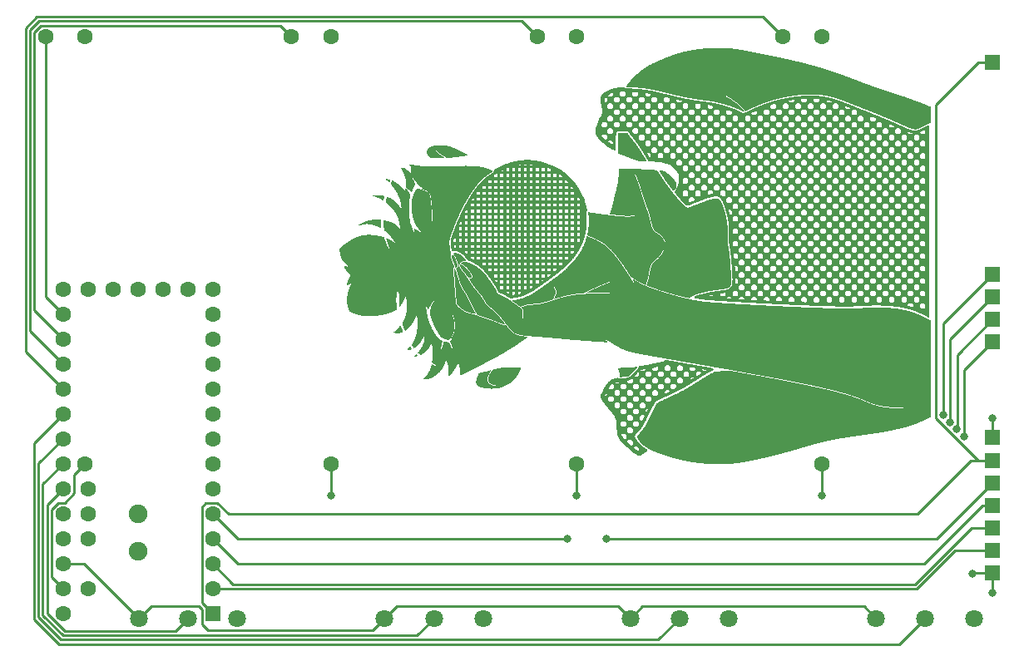
<source format=gbr>
%TF.GenerationSoftware,KiCad,Pcbnew,(6.0.4)*%
%TF.CreationDate,2022-06-13T21:37:06-04:00*%
%TF.ProjectId,midimania,6d696469-6d61-46e6-9961-2e6b69636164,rev?*%
%TF.SameCoordinates,Original*%
%TF.FileFunction,Copper,L1,Top*%
%TF.FilePolarity,Positive*%
%FSLAX46Y46*%
G04 Gerber Fmt 4.6, Leading zero omitted, Abs format (unit mm)*
G04 Created by KiCad (PCBNEW (6.0.4)) date 2022-06-13 21:37:06*
%MOMM*%
%LPD*%
G01*
G04 APERTURE LIST*
%TA.AperFunction,EtchedComponent*%
%ADD10C,0.011932*%
%TD*%
%TA.AperFunction,SMDPad,CuDef*%
%ADD11R,1.500000X1.500000*%
%TD*%
%TA.AperFunction,ComponentPad*%
%ADD12C,1.600000*%
%TD*%
%TA.AperFunction,ComponentPad*%
%ADD13C,1.800000*%
%TD*%
%TA.AperFunction,ComponentPad*%
%ADD14R,1.600000X1.600000*%
%TD*%
%TA.AperFunction,ComponentPad*%
%ADD15C,1.900000*%
%TD*%
%TA.AperFunction,ViaPad*%
%ADD16C,0.800000*%
%TD*%
%TA.AperFunction,Conductor*%
%ADD17C,0.250000*%
%TD*%
G04 APERTURE END LIST*
%TO.C,svg2mod*%
G36*
X150611365Y-106927773D02*
G01*
X150645680Y-106927954D01*
X150680391Y-106928231D01*
X150715510Y-106928601D01*
X150751050Y-106929062D01*
X150787024Y-106929610D01*
X150823443Y-106930242D01*
X150860320Y-106930955D01*
X150897667Y-106931746D01*
X150935497Y-106932612D01*
X150973823Y-106933551D01*
X151012656Y-106934558D01*
X151052009Y-106935631D01*
X151091894Y-106936767D01*
X151132325Y-106937962D01*
X151173312Y-106939215D01*
X151214869Y-106940521D01*
X151257009Y-106941877D01*
X151299742Y-106943281D01*
X151343083Y-106944730D01*
X151387042Y-106946220D01*
X151431633Y-106947749D01*
X151476869Y-106949313D01*
X151522760Y-106950909D01*
X151569321Y-106952534D01*
X151616563Y-106954186D01*
X151664498Y-106955861D01*
X151664498Y-106956557D01*
X151662762Y-106980314D01*
X151657198Y-107011105D01*
X151647056Y-107052133D01*
X151641497Y-107071874D01*
X151634900Y-107093333D01*
X151627232Y-107116458D01*
X151618457Y-107141200D01*
X151608543Y-107167508D01*
X151597454Y-107195331D01*
X151585156Y-107224619D01*
X151571616Y-107255322D01*
X151556799Y-107287388D01*
X151540670Y-107320767D01*
X151523196Y-107355409D01*
X151504343Y-107391264D01*
X151484076Y-107428279D01*
X151462360Y-107466406D01*
X151439163Y-107505593D01*
X151422479Y-107532915D01*
X151405112Y-107560708D01*
X151387105Y-107588909D01*
X151368496Y-107617453D01*
X151349327Y-107646277D01*
X151329640Y-107675317D01*
X151309474Y-107704510D01*
X151288870Y-107733792D01*
X151267870Y-107763099D01*
X151246513Y-107792368D01*
X151224842Y-107821535D01*
X151202896Y-107850536D01*
X151180717Y-107879307D01*
X151158345Y-107907785D01*
X151135822Y-107935907D01*
X151113187Y-107963608D01*
X151090482Y-107990824D01*
X151067747Y-108017493D01*
X151045024Y-108043551D01*
X151022353Y-108068933D01*
X150999774Y-108093576D01*
X150977330Y-108117416D01*
X150951527Y-108144000D01*
X150925853Y-108169580D01*
X150900241Y-108194233D01*
X150874620Y-108218038D01*
X150848921Y-108241073D01*
X150823076Y-108263415D01*
X150797014Y-108285142D01*
X150770668Y-108306332D01*
X150743967Y-108327062D01*
X150716842Y-108347411D01*
X150689225Y-108367457D01*
X150661046Y-108387276D01*
X150632235Y-108406948D01*
X150602725Y-108426550D01*
X150572444Y-108446159D01*
X150541326Y-108465853D01*
X150509299Y-108485711D01*
X150476295Y-108505810D01*
X150442246Y-108526228D01*
X150414545Y-108542626D01*
X150386239Y-108559176D01*
X150357364Y-108575844D01*
X150327953Y-108592596D01*
X150298041Y-108609398D01*
X150267663Y-108626216D01*
X150236853Y-108643014D01*
X150205645Y-108659760D01*
X150174075Y-108676418D01*
X150142176Y-108692954D01*
X150109983Y-108709335D01*
X150077531Y-108725525D01*
X150044853Y-108741491D01*
X150011986Y-108757197D01*
X149978962Y-108772611D01*
X149945818Y-108787697D01*
X149912586Y-108802422D01*
X149879302Y-108816750D01*
X149846000Y-108830648D01*
X149812715Y-108844082D01*
X149779481Y-108857017D01*
X149746333Y-108869418D01*
X149713305Y-108881252D01*
X149680431Y-108892485D01*
X149647699Y-108903093D01*
X149615049Y-108913091D01*
X149582456Y-108922497D01*
X149549899Y-108931328D01*
X149517354Y-108939601D01*
X149484798Y-108947333D01*
X149452208Y-108954543D01*
X149419560Y-108961247D01*
X149386831Y-108967462D01*
X149353999Y-108973206D01*
X149321040Y-108978497D01*
X149287930Y-108983351D01*
X149254648Y-108987786D01*
X149221169Y-108991819D01*
X149187470Y-108995469D01*
X149153529Y-108998751D01*
X149119321Y-109001683D01*
X149084825Y-109004283D01*
X149050017Y-109006568D01*
X149014873Y-109008555D01*
X148979371Y-109010262D01*
X148943487Y-109011706D01*
X148907198Y-109012905D01*
X148870481Y-109013875D01*
X148836225Y-109014568D01*
X148801671Y-109015053D01*
X148766851Y-109015324D01*
X148731797Y-109015376D01*
X148696541Y-109015200D01*
X148661115Y-109014791D01*
X148625551Y-109014142D01*
X148589882Y-109013247D01*
X148554139Y-109012099D01*
X148518355Y-109010691D01*
X148482561Y-109009018D01*
X148446790Y-109007073D01*
X148411073Y-109004848D01*
X148375444Y-109002339D01*
X148339933Y-108999537D01*
X148304574Y-108996437D01*
X148269398Y-108993032D01*
X148234437Y-108989316D01*
X148199723Y-108985282D01*
X148165289Y-108980924D01*
X148131167Y-108976235D01*
X148097388Y-108971208D01*
X148063984Y-108965838D01*
X148030989Y-108960117D01*
X147998434Y-108954040D01*
X147966350Y-108947599D01*
X147925368Y-108938677D01*
X147885214Y-108929140D01*
X147845924Y-108919015D01*
X147807533Y-108908328D01*
X147770076Y-108897103D01*
X147733587Y-108885367D01*
X147698103Y-108873145D01*
X147663657Y-108860464D01*
X147630285Y-108847348D01*
X147598021Y-108833825D01*
X147566901Y-108819918D01*
X147536960Y-108805656D01*
X147508233Y-108791062D01*
X147480754Y-108776163D01*
X147454559Y-108760984D01*
X147429682Y-108745552D01*
X147406159Y-108729892D01*
X147384025Y-108714029D01*
X147363314Y-108697991D01*
X147344062Y-108681801D01*
X147317809Y-108657484D01*
X147294538Y-108633135D01*
X147274180Y-108608489D01*
X147256665Y-108583284D01*
X147241921Y-108557256D01*
X147229880Y-108530140D01*
X147220470Y-108501675D01*
X147213621Y-108471595D01*
X147209264Y-108439637D01*
X147207327Y-108405538D01*
X147207568Y-108375297D01*
X147209466Y-108343229D01*
X147212911Y-108309178D01*
X147217791Y-108272989D01*
X147222145Y-108246312D01*
X147227377Y-108218654D01*
X147233449Y-108190063D01*
X147240321Y-108160581D01*
X147247954Y-108130254D01*
X147256309Y-108099127D01*
X147265348Y-108067243D01*
X147275031Y-108034648D01*
X147285319Y-108001386D01*
X147296173Y-107967503D01*
X147307554Y-107933041D01*
X147319424Y-107898047D01*
X147331742Y-107862564D01*
X147344471Y-107826638D01*
X147357570Y-107790313D01*
X147371002Y-107753633D01*
X147384727Y-107716644D01*
X147398706Y-107679390D01*
X147412900Y-107641915D01*
X147427270Y-107604264D01*
X147441777Y-107566483D01*
X147456381Y-107528614D01*
X147490779Y-107521072D01*
X147525106Y-107513459D01*
X147559361Y-107505775D01*
X147593544Y-107498020D01*
X147627654Y-107490192D01*
X147661689Y-107482292D01*
X147695649Y-107474320D01*
X147729533Y-107466274D01*
X147763339Y-107458155D01*
X147798878Y-107449525D01*
X147834291Y-107440822D01*
X147869583Y-107432051D01*
X147904755Y-107423218D01*
X147939809Y-107414326D01*
X147974749Y-107405381D01*
X148009576Y-107396387D01*
X148044294Y-107387349D01*
X148078904Y-107378271D01*
X148113408Y-107369157D01*
X148147811Y-107360014D01*
X148182113Y-107350845D01*
X148216317Y-107341655D01*
X148250426Y-107332448D01*
X148284442Y-107323230D01*
X148318367Y-107314004D01*
X148352205Y-107304777D01*
X148385957Y-107295551D01*
X148419626Y-107286332D01*
X148453214Y-107277125D01*
X148486724Y-107267934D01*
X148520158Y-107258763D01*
X148553519Y-107249618D01*
X148586809Y-107240504D01*
X148620031Y-107231424D01*
X148600318Y-107261192D01*
X148580828Y-107290933D01*
X148561595Y-107320641D01*
X148542652Y-107350309D01*
X148524034Y-107379932D01*
X148505775Y-107409502D01*
X148487907Y-107439015D01*
X148470464Y-107468462D01*
X148453481Y-107497838D01*
X148436990Y-107527137D01*
X148421026Y-107556352D01*
X148405623Y-107585478D01*
X148390813Y-107614506D01*
X148376631Y-107643433D01*
X148363110Y-107672250D01*
X148350285Y-107700952D01*
X148338188Y-107729532D01*
X148323866Y-107765863D01*
X148310888Y-107801880D01*
X148299258Y-107837564D01*
X148288978Y-107872898D01*
X148280049Y-107907862D01*
X148272473Y-107942439D01*
X148266254Y-107976609D01*
X148261393Y-108010355D01*
X148257892Y-108043659D01*
X148255753Y-108076501D01*
X148254980Y-108108863D01*
X148255573Y-108140727D01*
X148257535Y-108172076D01*
X148260868Y-108202889D01*
X148265575Y-108233149D01*
X148271658Y-108262838D01*
X148279118Y-108291937D01*
X148287958Y-108320427D01*
X148300323Y-108353668D01*
X148314482Y-108385731D01*
X148330357Y-108416610D01*
X148347868Y-108446298D01*
X148366935Y-108474788D01*
X148387478Y-108502074D01*
X148409418Y-108528147D01*
X148432673Y-108553001D01*
X148457165Y-108576630D01*
X148482814Y-108599026D01*
X148509539Y-108620181D01*
X148537262Y-108640090D01*
X148565901Y-108658746D01*
X148595378Y-108676140D01*
X148625612Y-108692267D01*
X148656479Y-108707166D01*
X148687879Y-108720945D01*
X148719755Y-108733682D01*
X148752052Y-108745459D01*
X148784712Y-108756355D01*
X148817679Y-108766452D01*
X148850895Y-108775829D01*
X148884306Y-108784567D01*
X148917853Y-108792746D01*
X148951480Y-108800446D01*
X148985131Y-108807748D01*
X149018749Y-108814732D01*
X149052277Y-108821479D01*
X149085659Y-108828069D01*
X149118838Y-108834581D01*
X149152181Y-108834129D01*
X149182829Y-108820989D01*
X149206144Y-108797148D01*
X149218599Y-108766215D01*
X149218372Y-108732670D01*
X149205290Y-108701780D01*
X149181354Y-108678275D01*
X149150231Y-108665756D01*
X149114936Y-108658792D01*
X149079931Y-108651787D01*
X149045276Y-108644671D01*
X149011032Y-108637376D01*
X148977258Y-108629834D01*
X148944015Y-108621975D01*
X148911364Y-108613732D01*
X148879366Y-108605035D01*
X148848079Y-108595816D01*
X148817565Y-108586006D01*
X148787884Y-108575536D01*
X148759097Y-108564338D01*
X148731264Y-108552343D01*
X148704444Y-108539483D01*
X148671808Y-108521791D01*
X148640863Y-108502610D01*
X148611687Y-108481954D01*
X148584357Y-108459838D01*
X148558950Y-108436275D01*
X148535543Y-108411280D01*
X148514212Y-108384867D01*
X148495036Y-108357049D01*
X148478092Y-108327842D01*
X148463455Y-108297259D01*
X148451204Y-108265313D01*
X148443269Y-108239080D01*
X148436845Y-108211670D01*
X148431983Y-108183098D01*
X148428736Y-108153377D01*
X148427156Y-108122519D01*
X148427296Y-108090538D01*
X148429206Y-108057446D01*
X148432939Y-108023257D01*
X148438548Y-107987984D01*
X148446085Y-107951639D01*
X148455601Y-107914237D01*
X148467150Y-107875788D01*
X148480782Y-107836308D01*
X148496550Y-107795808D01*
X148508040Y-107768794D01*
X148520456Y-107741346D01*
X148533755Y-107713485D01*
X148547893Y-107685230D01*
X148562827Y-107656601D01*
X148578514Y-107627618D01*
X148594911Y-107598301D01*
X148611973Y-107568669D01*
X148629658Y-107538741D01*
X148647922Y-107508538D01*
X148666722Y-107478079D01*
X148686015Y-107447384D01*
X148705757Y-107416473D01*
X148725905Y-107385365D01*
X148746416Y-107354080D01*
X148767246Y-107322637D01*
X148788352Y-107291057D01*
X148809690Y-107259359D01*
X148831217Y-107227563D01*
X148852891Y-107195688D01*
X148874667Y-107163754D01*
X148910018Y-107154487D01*
X148945275Y-107145318D01*
X148980439Y-107136253D01*
X149015512Y-107127301D01*
X149050494Y-107118469D01*
X149085387Y-107109764D01*
X149120192Y-107101193D01*
X149154909Y-107092763D01*
X149189540Y-107084482D01*
X149224085Y-107076357D01*
X149258547Y-107068396D01*
X149292925Y-107060606D01*
X149327221Y-107052993D01*
X149361436Y-107045566D01*
X149395571Y-107038331D01*
X149429627Y-107031297D01*
X149463605Y-107024469D01*
X149497507Y-107017856D01*
X149531332Y-107011465D01*
X149565083Y-107005303D01*
X149598760Y-106999377D01*
X149632365Y-106993695D01*
X149665898Y-106988265D01*
X149699361Y-106983092D01*
X149732754Y-106978185D01*
X149760979Y-106974242D01*
X149789240Y-106970485D01*
X149817550Y-106966909D01*
X149845921Y-106963512D01*
X149874366Y-106960291D01*
X149902897Y-106957243D01*
X149931527Y-106954364D01*
X149960267Y-106951652D01*
X149989130Y-106949103D01*
X150018129Y-106946715D01*
X150047276Y-106944484D01*
X150076583Y-106942408D01*
X150106063Y-106940483D01*
X150135729Y-106938706D01*
X150165592Y-106937075D01*
X150195665Y-106935585D01*
X150225960Y-106934235D01*
X150256490Y-106933021D01*
X150287267Y-106931940D01*
X150318304Y-106930989D01*
X150349613Y-106930164D01*
X150381206Y-106929464D01*
X150413097Y-106928884D01*
X150445296Y-106928423D01*
X150477817Y-106928076D01*
X150510672Y-106927840D01*
X150543873Y-106927713D01*
X150577433Y-106927692D01*
X150611365Y-106927773D01*
G37*
D10*
X150611365Y-106927773D02*
X150645680Y-106927954D01*
X150680391Y-106928231D01*
X150715510Y-106928601D01*
X150751050Y-106929062D01*
X150787024Y-106929610D01*
X150823443Y-106930242D01*
X150860320Y-106930955D01*
X150897667Y-106931746D01*
X150935497Y-106932612D01*
X150973823Y-106933551D01*
X151012656Y-106934558D01*
X151052009Y-106935631D01*
X151091894Y-106936767D01*
X151132325Y-106937962D01*
X151173312Y-106939215D01*
X151214869Y-106940521D01*
X151257009Y-106941877D01*
X151299742Y-106943281D01*
X151343083Y-106944730D01*
X151387042Y-106946220D01*
X151431633Y-106947749D01*
X151476869Y-106949313D01*
X151522760Y-106950909D01*
X151569321Y-106952534D01*
X151616563Y-106954186D01*
X151664498Y-106955861D01*
X151664498Y-106956557D01*
X151662762Y-106980314D01*
X151657198Y-107011105D01*
X151647056Y-107052133D01*
X151641497Y-107071874D01*
X151634900Y-107093333D01*
X151627232Y-107116458D01*
X151618457Y-107141200D01*
X151608543Y-107167508D01*
X151597454Y-107195331D01*
X151585156Y-107224619D01*
X151571616Y-107255322D01*
X151556799Y-107287388D01*
X151540670Y-107320767D01*
X151523196Y-107355409D01*
X151504343Y-107391264D01*
X151484076Y-107428279D01*
X151462360Y-107466406D01*
X151439163Y-107505593D01*
X151422479Y-107532915D01*
X151405112Y-107560708D01*
X151387105Y-107588909D01*
X151368496Y-107617453D01*
X151349327Y-107646277D01*
X151329640Y-107675317D01*
X151309474Y-107704510D01*
X151288870Y-107733792D01*
X151267870Y-107763099D01*
X151246513Y-107792368D01*
X151224842Y-107821535D01*
X151202896Y-107850536D01*
X151180717Y-107879307D01*
X151158345Y-107907785D01*
X151135822Y-107935907D01*
X151113187Y-107963608D01*
X151090482Y-107990824D01*
X151067747Y-108017493D01*
X151045024Y-108043551D01*
X151022353Y-108068933D01*
X150999774Y-108093576D01*
X150977330Y-108117416D01*
X150951527Y-108144000D01*
X150925853Y-108169580D01*
X150900241Y-108194233D01*
X150874620Y-108218038D01*
X150848921Y-108241073D01*
X150823076Y-108263415D01*
X150797014Y-108285142D01*
X150770668Y-108306332D01*
X150743967Y-108327062D01*
X150716842Y-108347411D01*
X150689225Y-108367457D01*
X150661046Y-108387276D01*
X150632235Y-108406948D01*
X150602725Y-108426550D01*
X150572444Y-108446159D01*
X150541326Y-108465853D01*
X150509299Y-108485711D01*
X150476295Y-108505810D01*
X150442246Y-108526228D01*
X150414545Y-108542626D01*
X150386239Y-108559176D01*
X150357364Y-108575844D01*
X150327953Y-108592596D01*
X150298041Y-108609398D01*
X150267663Y-108626216D01*
X150236853Y-108643014D01*
X150205645Y-108659760D01*
X150174075Y-108676418D01*
X150142176Y-108692954D01*
X150109983Y-108709335D01*
X150077531Y-108725525D01*
X150044853Y-108741491D01*
X150011986Y-108757197D01*
X149978962Y-108772611D01*
X149945818Y-108787697D01*
X149912586Y-108802422D01*
X149879302Y-108816750D01*
X149846000Y-108830648D01*
X149812715Y-108844082D01*
X149779481Y-108857017D01*
X149746333Y-108869418D01*
X149713305Y-108881252D01*
X149680431Y-108892485D01*
X149647699Y-108903093D01*
X149615049Y-108913091D01*
X149582456Y-108922497D01*
X149549899Y-108931328D01*
X149517354Y-108939601D01*
X149484798Y-108947333D01*
X149452208Y-108954543D01*
X149419560Y-108961247D01*
X149386831Y-108967462D01*
X149353999Y-108973206D01*
X149321040Y-108978497D01*
X149287930Y-108983351D01*
X149254648Y-108987786D01*
X149221169Y-108991819D01*
X149187470Y-108995469D01*
X149153529Y-108998751D01*
X149119321Y-109001683D01*
X149084825Y-109004283D01*
X149050017Y-109006568D01*
X149014873Y-109008555D01*
X148979371Y-109010262D01*
X148943487Y-109011706D01*
X148907198Y-109012905D01*
X148870481Y-109013875D01*
X148836225Y-109014568D01*
X148801671Y-109015053D01*
X148766851Y-109015324D01*
X148731797Y-109015376D01*
X148696541Y-109015200D01*
X148661115Y-109014791D01*
X148625551Y-109014142D01*
X148589882Y-109013247D01*
X148554139Y-109012099D01*
X148518355Y-109010691D01*
X148482561Y-109009018D01*
X148446790Y-109007073D01*
X148411073Y-109004848D01*
X148375444Y-109002339D01*
X148339933Y-108999537D01*
X148304574Y-108996437D01*
X148269398Y-108993032D01*
X148234437Y-108989316D01*
X148199723Y-108985282D01*
X148165289Y-108980924D01*
X148131167Y-108976235D01*
X148097388Y-108971208D01*
X148063984Y-108965838D01*
X148030989Y-108960117D01*
X147998434Y-108954040D01*
X147966350Y-108947599D01*
X147925368Y-108938677D01*
X147885214Y-108929140D01*
X147845924Y-108919015D01*
X147807533Y-108908328D01*
X147770076Y-108897103D01*
X147733587Y-108885367D01*
X147698103Y-108873145D01*
X147663657Y-108860464D01*
X147630285Y-108847348D01*
X147598021Y-108833825D01*
X147566901Y-108819918D01*
X147536960Y-108805656D01*
X147508233Y-108791062D01*
X147480754Y-108776163D01*
X147454559Y-108760984D01*
X147429682Y-108745552D01*
X147406159Y-108729892D01*
X147384025Y-108714029D01*
X147363314Y-108697991D01*
X147344062Y-108681801D01*
X147317809Y-108657484D01*
X147294538Y-108633135D01*
X147274180Y-108608489D01*
X147256665Y-108583284D01*
X147241921Y-108557256D01*
X147229880Y-108530140D01*
X147220470Y-108501675D01*
X147213621Y-108471595D01*
X147209264Y-108439637D01*
X147207327Y-108405538D01*
X147207568Y-108375297D01*
X147209466Y-108343229D01*
X147212911Y-108309178D01*
X147217791Y-108272989D01*
X147222145Y-108246312D01*
X147227377Y-108218654D01*
X147233449Y-108190063D01*
X147240321Y-108160581D01*
X147247954Y-108130254D01*
X147256309Y-108099127D01*
X147265348Y-108067243D01*
X147275031Y-108034648D01*
X147285319Y-108001386D01*
X147296173Y-107967503D01*
X147307554Y-107933041D01*
X147319424Y-107898047D01*
X147331742Y-107862564D01*
X147344471Y-107826638D01*
X147357570Y-107790313D01*
X147371002Y-107753633D01*
X147384727Y-107716644D01*
X147398706Y-107679390D01*
X147412900Y-107641915D01*
X147427270Y-107604264D01*
X147441777Y-107566483D01*
X147456381Y-107528614D01*
X147490779Y-107521072D01*
X147525106Y-107513459D01*
X147559361Y-107505775D01*
X147593544Y-107498020D01*
X147627654Y-107490192D01*
X147661689Y-107482292D01*
X147695649Y-107474320D01*
X147729533Y-107466274D01*
X147763339Y-107458155D01*
X147798878Y-107449525D01*
X147834291Y-107440822D01*
X147869583Y-107432051D01*
X147904755Y-107423218D01*
X147939809Y-107414326D01*
X147974749Y-107405381D01*
X148009576Y-107396387D01*
X148044294Y-107387349D01*
X148078904Y-107378271D01*
X148113408Y-107369157D01*
X148147811Y-107360014D01*
X148182113Y-107350845D01*
X148216317Y-107341655D01*
X148250426Y-107332448D01*
X148284442Y-107323230D01*
X148318367Y-107314004D01*
X148352205Y-107304777D01*
X148385957Y-107295551D01*
X148419626Y-107286332D01*
X148453214Y-107277125D01*
X148486724Y-107267934D01*
X148520158Y-107258763D01*
X148553519Y-107249618D01*
X148586809Y-107240504D01*
X148620031Y-107231424D01*
X148600318Y-107261192D01*
X148580828Y-107290933D01*
X148561595Y-107320641D01*
X148542652Y-107350309D01*
X148524034Y-107379932D01*
X148505775Y-107409502D01*
X148487907Y-107439015D01*
X148470464Y-107468462D01*
X148453481Y-107497838D01*
X148436990Y-107527137D01*
X148421026Y-107556352D01*
X148405623Y-107585478D01*
X148390813Y-107614506D01*
X148376631Y-107643433D01*
X148363110Y-107672250D01*
X148350285Y-107700952D01*
X148338188Y-107729532D01*
X148323866Y-107765863D01*
X148310888Y-107801880D01*
X148299258Y-107837564D01*
X148288978Y-107872898D01*
X148280049Y-107907862D01*
X148272473Y-107942439D01*
X148266254Y-107976609D01*
X148261393Y-108010355D01*
X148257892Y-108043659D01*
X148255753Y-108076501D01*
X148254980Y-108108863D01*
X148255573Y-108140727D01*
X148257535Y-108172076D01*
X148260868Y-108202889D01*
X148265575Y-108233149D01*
X148271658Y-108262838D01*
X148279118Y-108291937D01*
X148287958Y-108320427D01*
X148300323Y-108353668D01*
X148314482Y-108385731D01*
X148330357Y-108416610D01*
X148347868Y-108446298D01*
X148366935Y-108474788D01*
X148387478Y-108502074D01*
X148409418Y-108528147D01*
X148432673Y-108553001D01*
X148457165Y-108576630D01*
X148482814Y-108599026D01*
X148509539Y-108620181D01*
X148537262Y-108640090D01*
X148565901Y-108658746D01*
X148595378Y-108676140D01*
X148625612Y-108692267D01*
X148656479Y-108707166D01*
X148687879Y-108720945D01*
X148719755Y-108733682D01*
X148752052Y-108745459D01*
X148784712Y-108756355D01*
X148817679Y-108766452D01*
X148850895Y-108775829D01*
X148884306Y-108784567D01*
X148917853Y-108792746D01*
X148951480Y-108800446D01*
X148985131Y-108807748D01*
X149018749Y-108814732D01*
X149052277Y-108821479D01*
X149085659Y-108828069D01*
X149118838Y-108834581D01*
X149152181Y-108834129D01*
X149182829Y-108820989D01*
X149206144Y-108797148D01*
X149218599Y-108766215D01*
X149218372Y-108732670D01*
X149205290Y-108701780D01*
X149181354Y-108678275D01*
X149150231Y-108665756D01*
X149114936Y-108658792D01*
X149079931Y-108651787D01*
X149045276Y-108644671D01*
X149011032Y-108637376D01*
X148977258Y-108629834D01*
X148944015Y-108621975D01*
X148911364Y-108613732D01*
X148879366Y-108605035D01*
X148848079Y-108595816D01*
X148817565Y-108586006D01*
X148787884Y-108575536D01*
X148759097Y-108564338D01*
X148731264Y-108552343D01*
X148704444Y-108539483D01*
X148671808Y-108521791D01*
X148640863Y-108502610D01*
X148611687Y-108481954D01*
X148584357Y-108459838D01*
X148558950Y-108436275D01*
X148535543Y-108411280D01*
X148514212Y-108384867D01*
X148495036Y-108357049D01*
X148478092Y-108327842D01*
X148463455Y-108297259D01*
X148451204Y-108265313D01*
X148443269Y-108239080D01*
X148436845Y-108211670D01*
X148431983Y-108183098D01*
X148428736Y-108153377D01*
X148427156Y-108122519D01*
X148427296Y-108090538D01*
X148429206Y-108057446D01*
X148432939Y-108023257D01*
X148438548Y-107987984D01*
X148446085Y-107951639D01*
X148455601Y-107914237D01*
X148467150Y-107875788D01*
X148480782Y-107836308D01*
X148496550Y-107795808D01*
X148508040Y-107768794D01*
X148520456Y-107741346D01*
X148533755Y-107713485D01*
X148547893Y-107685230D01*
X148562827Y-107656601D01*
X148578514Y-107627618D01*
X148594911Y-107598301D01*
X148611973Y-107568669D01*
X148629658Y-107538741D01*
X148647922Y-107508538D01*
X148666722Y-107478079D01*
X148686015Y-107447384D01*
X148705757Y-107416473D01*
X148725905Y-107385365D01*
X148746416Y-107354080D01*
X148767246Y-107322637D01*
X148788352Y-107291057D01*
X148809690Y-107259359D01*
X148831217Y-107227563D01*
X148852891Y-107195688D01*
X148874667Y-107163754D01*
X148910018Y-107154487D01*
X148945275Y-107145318D01*
X148980439Y-107136253D01*
X149015512Y-107127301D01*
X149050494Y-107118469D01*
X149085387Y-107109764D01*
X149120192Y-107101193D01*
X149154909Y-107092763D01*
X149189540Y-107084482D01*
X149224085Y-107076357D01*
X149258547Y-107068396D01*
X149292925Y-107060606D01*
X149327221Y-107052993D01*
X149361436Y-107045566D01*
X149395571Y-107038331D01*
X149429627Y-107031297D01*
X149463605Y-107024469D01*
X149497507Y-107017856D01*
X149531332Y-107011465D01*
X149565083Y-107005303D01*
X149598760Y-106999377D01*
X149632365Y-106993695D01*
X149665898Y-106988265D01*
X149699361Y-106983092D01*
X149732754Y-106978185D01*
X149760979Y-106974242D01*
X149789240Y-106970485D01*
X149817550Y-106966909D01*
X149845921Y-106963512D01*
X149874366Y-106960291D01*
X149902897Y-106957243D01*
X149931527Y-106954364D01*
X149960267Y-106951652D01*
X149989130Y-106949103D01*
X150018129Y-106946715D01*
X150047276Y-106944484D01*
X150076583Y-106942408D01*
X150106063Y-106940483D01*
X150135729Y-106938706D01*
X150165592Y-106937075D01*
X150195665Y-106935585D01*
X150225960Y-106934235D01*
X150256490Y-106933021D01*
X150287267Y-106931940D01*
X150318304Y-106930989D01*
X150349613Y-106930164D01*
X150381206Y-106929464D01*
X150413097Y-106928884D01*
X150445296Y-106928423D01*
X150477817Y-106928076D01*
X150510672Y-106927840D01*
X150543873Y-106927713D01*
X150577433Y-106927692D01*
X150611365Y-106927773D01*
G36*
X162530002Y-83084271D02*
G01*
X162544902Y-83104891D01*
X162560271Y-83126054D01*
X162576221Y-83147889D01*
X162592862Y-83170525D01*
X162610305Y-83194092D01*
X162628662Y-83218718D01*
X162648043Y-83244534D01*
X162668560Y-83271667D01*
X162690323Y-83300248D01*
X162713444Y-83330405D01*
X162738033Y-83362268D01*
X162764201Y-83395967D01*
X162792060Y-83431630D01*
X162821721Y-83469386D01*
X162838776Y-83491004D01*
X162856372Y-83513247D01*
X162874483Y-83536090D01*
X162893081Y-83559510D01*
X162912139Y-83583482D01*
X162931631Y-83607982D01*
X162951529Y-83632986D01*
X162971807Y-83658469D01*
X162992437Y-83684407D01*
X163013393Y-83710777D01*
X163034648Y-83737553D01*
X163056175Y-83764712D01*
X163077946Y-83792229D01*
X163099935Y-83820080D01*
X163122116Y-83848241D01*
X163144460Y-83876688D01*
X163166942Y-83905396D01*
X163189533Y-83934342D01*
X163212208Y-83963500D01*
X163234939Y-83992847D01*
X163257699Y-84022359D01*
X163280462Y-84052011D01*
X163303200Y-84081779D01*
X163325886Y-84111639D01*
X163348494Y-84141567D01*
X163370997Y-84171538D01*
X163393367Y-84201528D01*
X163415578Y-84231513D01*
X163437603Y-84261469D01*
X163459414Y-84291371D01*
X163480985Y-84321196D01*
X163503010Y-84351916D01*
X163524776Y-84382536D01*
X163546288Y-84413055D01*
X163567555Y-84443474D01*
X163588581Y-84473793D01*
X163609375Y-84504011D01*
X163629943Y-84534129D01*
X163650290Y-84564146D01*
X163670425Y-84594061D01*
X163690353Y-84623876D01*
X163710082Y-84653590D01*
X163729618Y-84683203D01*
X163748967Y-84712714D01*
X163768137Y-84742125D01*
X163787133Y-84771433D01*
X163805963Y-84800640D01*
X163824633Y-84829746D01*
X163843150Y-84858749D01*
X163861521Y-84887651D01*
X163879752Y-84916451D01*
X163897849Y-84945148D01*
X163915820Y-84973744D01*
X163933671Y-85002237D01*
X163951409Y-85030628D01*
X163969041Y-85058916D01*
X163986572Y-85087102D01*
X164004011Y-85115185D01*
X164021362Y-85143165D01*
X164038634Y-85171042D01*
X164055832Y-85198816D01*
X164075302Y-85230271D01*
X164094653Y-85261550D01*
X164113894Y-85292664D01*
X164133030Y-85323619D01*
X164152067Y-85354425D01*
X164171012Y-85385091D01*
X164189871Y-85415624D01*
X164208651Y-85446035D01*
X164227357Y-85476330D01*
X164245996Y-85506520D01*
X164264574Y-85536612D01*
X164283098Y-85566616D01*
X164301574Y-85596539D01*
X164320009Y-85626390D01*
X164338408Y-85656179D01*
X164356777Y-85685913D01*
X164375124Y-85715602D01*
X164393454Y-85745253D01*
X164411775Y-85774876D01*
X164430091Y-85804479D01*
X164448410Y-85834071D01*
X164466737Y-85863660D01*
X164426067Y-85863790D01*
X164386977Y-85864041D01*
X164349346Y-85864369D01*
X164313051Y-85864729D01*
X164277968Y-85865078D01*
X164243976Y-85865370D01*
X164210951Y-85865560D01*
X164178772Y-85865605D01*
X164147314Y-85865460D01*
X164116457Y-85865079D01*
X164086076Y-85864419D01*
X164056049Y-85863435D01*
X164026255Y-85862082D01*
X163996569Y-85860316D01*
X163966870Y-85858093D01*
X163937034Y-85855366D01*
X163906940Y-85852093D01*
X163876463Y-85848228D01*
X163845483Y-85843727D01*
X163813876Y-85838546D01*
X163781519Y-85832638D01*
X163748290Y-85825962D01*
X163714066Y-85818470D01*
X163678724Y-85810120D01*
X163642142Y-85800866D01*
X163604197Y-85790663D01*
X163564767Y-85779468D01*
X163523729Y-85767236D01*
X163480960Y-85753921D01*
X163436337Y-85739480D01*
X163413644Y-85731940D01*
X163390465Y-85724111D01*
X163366803Y-85716002D01*
X163342664Y-85707616D01*
X163318051Y-85698961D01*
X163292969Y-85690043D01*
X163267422Y-85680867D01*
X163241416Y-85671439D01*
X163214953Y-85661766D01*
X163188039Y-85651853D01*
X163160678Y-85641706D01*
X163132875Y-85631331D01*
X163104633Y-85620735D01*
X163075958Y-85609923D01*
X163046854Y-85598901D01*
X163017325Y-85587676D01*
X162987375Y-85576252D01*
X162957009Y-85564637D01*
X162926232Y-85552836D01*
X162895047Y-85540855D01*
X162863460Y-85528700D01*
X162831474Y-85516377D01*
X162799095Y-85503893D01*
X162766326Y-85491252D01*
X162733172Y-85478461D01*
X162699637Y-85465527D01*
X162665726Y-85452454D01*
X162631443Y-85439249D01*
X162596792Y-85425918D01*
X162561779Y-85412467D01*
X162526407Y-85398902D01*
X162490681Y-85385229D01*
X162454605Y-85371454D01*
X162418184Y-85357582D01*
X162381422Y-85343621D01*
X162344323Y-85329575D01*
X162306893Y-85315451D01*
X162269134Y-85301255D01*
X162231053Y-85286992D01*
X162192652Y-85272669D01*
X162153938Y-85258292D01*
X162114913Y-85243866D01*
X162075582Y-85229398D01*
X162035951Y-85214894D01*
X161996023Y-85200359D01*
X161955802Y-85185800D01*
X161915294Y-85171223D01*
X161874502Y-85156633D01*
X161833431Y-85142037D01*
X161792085Y-85127440D01*
X161750469Y-85112848D01*
X161708587Y-85098268D01*
X161666444Y-85083706D01*
X161664489Y-85050136D01*
X161662529Y-85016595D01*
X161660569Y-84983097D01*
X161658617Y-84949652D01*
X161656679Y-84916274D01*
X161657183Y-84901914D01*
X161655282Y-84887670D01*
X161653161Y-84851170D01*
X161651052Y-84814778D01*
X161648961Y-84778506D01*
X161646893Y-84742368D01*
X161644852Y-84706376D01*
X161642844Y-84670541D01*
X161640872Y-84634876D01*
X161638943Y-84599394D01*
X161637060Y-84564106D01*
X161635228Y-84529025D01*
X161633453Y-84494163D01*
X161631738Y-84459532D01*
X161630090Y-84425145D01*
X161628512Y-84391014D01*
X161627009Y-84357151D01*
X161625587Y-84323568D01*
X161624250Y-84290278D01*
X161623002Y-84257293D01*
X161621849Y-84224625D01*
X161620796Y-84192286D01*
X161619847Y-84160290D01*
X161619006Y-84128647D01*
X161618301Y-84096596D01*
X161617710Y-84064891D01*
X161617227Y-84033555D01*
X161616843Y-84002613D01*
X161616551Y-83972088D01*
X161616344Y-83942004D01*
X161616213Y-83912384D01*
X161616175Y-83871227D01*
X161616322Y-83830985D01*
X161616649Y-83791683D01*
X161617152Y-83753342D01*
X161617825Y-83715987D01*
X161618664Y-83679641D01*
X161619663Y-83644328D01*
X161620819Y-83610070D01*
X161622126Y-83576891D01*
X161623580Y-83544815D01*
X161625175Y-83513864D01*
X161626907Y-83484063D01*
X161628772Y-83455434D01*
X161630168Y-83450552D01*
X161630168Y-83438689D01*
X161633348Y-83421523D01*
X161637841Y-83390555D01*
X161640667Y-83364865D01*
X161644065Y-83333212D01*
X161647934Y-83296754D01*
X161652172Y-83256649D01*
X161656679Y-83214054D01*
X161662945Y-83181889D01*
X161669544Y-83151502D01*
X161676337Y-83122392D01*
X161683186Y-83094061D01*
X161843641Y-83084295D01*
X161851317Y-83084295D01*
X161851666Y-83084294D01*
X161852014Y-83084295D01*
X161887087Y-83083245D01*
X161922142Y-83082194D01*
X161957178Y-83081142D01*
X161992196Y-83080087D01*
X162027197Y-83079031D01*
X162062180Y-83077974D01*
X162097145Y-83076915D01*
X162132094Y-83075854D01*
X162167025Y-83074792D01*
X162201940Y-83073728D01*
X162236839Y-83072662D01*
X162271721Y-83071594D01*
X162306587Y-83070524D01*
X162341438Y-83069452D01*
X162376273Y-83068379D01*
X162411092Y-83067303D01*
X162445897Y-83066225D01*
X162480686Y-83065146D01*
X162515461Y-83064064D01*
X162530002Y-83084271D01*
G37*
X162530002Y-83084271D02*
X162544902Y-83104891D01*
X162560271Y-83126054D01*
X162576221Y-83147889D01*
X162592862Y-83170525D01*
X162610305Y-83194092D01*
X162628662Y-83218718D01*
X162648043Y-83244534D01*
X162668560Y-83271667D01*
X162690323Y-83300248D01*
X162713444Y-83330405D01*
X162738033Y-83362268D01*
X162764201Y-83395967D01*
X162792060Y-83431630D01*
X162821721Y-83469386D01*
X162838776Y-83491004D01*
X162856372Y-83513247D01*
X162874483Y-83536090D01*
X162893081Y-83559510D01*
X162912139Y-83583482D01*
X162931631Y-83607982D01*
X162951529Y-83632986D01*
X162971807Y-83658469D01*
X162992437Y-83684407D01*
X163013393Y-83710777D01*
X163034648Y-83737553D01*
X163056175Y-83764712D01*
X163077946Y-83792229D01*
X163099935Y-83820080D01*
X163122116Y-83848241D01*
X163144460Y-83876688D01*
X163166942Y-83905396D01*
X163189533Y-83934342D01*
X163212208Y-83963500D01*
X163234939Y-83992847D01*
X163257699Y-84022359D01*
X163280462Y-84052011D01*
X163303200Y-84081779D01*
X163325886Y-84111639D01*
X163348494Y-84141567D01*
X163370997Y-84171538D01*
X163393367Y-84201528D01*
X163415578Y-84231513D01*
X163437603Y-84261469D01*
X163459414Y-84291371D01*
X163480985Y-84321196D01*
X163503010Y-84351916D01*
X163524776Y-84382536D01*
X163546288Y-84413055D01*
X163567555Y-84443474D01*
X163588581Y-84473793D01*
X163609375Y-84504011D01*
X163629943Y-84534129D01*
X163650290Y-84564146D01*
X163670425Y-84594061D01*
X163690353Y-84623876D01*
X163710082Y-84653590D01*
X163729618Y-84683203D01*
X163748967Y-84712714D01*
X163768137Y-84742125D01*
X163787133Y-84771433D01*
X163805963Y-84800640D01*
X163824633Y-84829746D01*
X163843150Y-84858749D01*
X163861521Y-84887651D01*
X163879752Y-84916451D01*
X163897849Y-84945148D01*
X163915820Y-84973744D01*
X163933671Y-85002237D01*
X163951409Y-85030628D01*
X163969041Y-85058916D01*
X163986572Y-85087102D01*
X164004011Y-85115185D01*
X164021362Y-85143165D01*
X164038634Y-85171042D01*
X164055832Y-85198816D01*
X164075302Y-85230271D01*
X164094653Y-85261550D01*
X164113894Y-85292664D01*
X164133030Y-85323619D01*
X164152067Y-85354425D01*
X164171012Y-85385091D01*
X164189871Y-85415624D01*
X164208651Y-85446035D01*
X164227357Y-85476330D01*
X164245996Y-85506520D01*
X164264574Y-85536612D01*
X164283098Y-85566616D01*
X164301574Y-85596539D01*
X164320009Y-85626390D01*
X164338408Y-85656179D01*
X164356777Y-85685913D01*
X164375124Y-85715602D01*
X164393454Y-85745253D01*
X164411775Y-85774876D01*
X164430091Y-85804479D01*
X164448410Y-85834071D01*
X164466737Y-85863660D01*
X164426067Y-85863790D01*
X164386977Y-85864041D01*
X164349346Y-85864369D01*
X164313051Y-85864729D01*
X164277968Y-85865078D01*
X164243976Y-85865370D01*
X164210951Y-85865560D01*
X164178772Y-85865605D01*
X164147314Y-85865460D01*
X164116457Y-85865079D01*
X164086076Y-85864419D01*
X164056049Y-85863435D01*
X164026255Y-85862082D01*
X163996569Y-85860316D01*
X163966870Y-85858093D01*
X163937034Y-85855366D01*
X163906940Y-85852093D01*
X163876463Y-85848228D01*
X163845483Y-85843727D01*
X163813876Y-85838546D01*
X163781519Y-85832638D01*
X163748290Y-85825962D01*
X163714066Y-85818470D01*
X163678724Y-85810120D01*
X163642142Y-85800866D01*
X163604197Y-85790663D01*
X163564767Y-85779468D01*
X163523729Y-85767236D01*
X163480960Y-85753921D01*
X163436337Y-85739480D01*
X163413644Y-85731940D01*
X163390465Y-85724111D01*
X163366803Y-85716002D01*
X163342664Y-85707616D01*
X163318051Y-85698961D01*
X163292969Y-85690043D01*
X163267422Y-85680867D01*
X163241416Y-85671439D01*
X163214953Y-85661766D01*
X163188039Y-85651853D01*
X163160678Y-85641706D01*
X163132875Y-85631331D01*
X163104633Y-85620735D01*
X163075958Y-85609923D01*
X163046854Y-85598901D01*
X163017325Y-85587676D01*
X162987375Y-85576252D01*
X162957009Y-85564637D01*
X162926232Y-85552836D01*
X162895047Y-85540855D01*
X162863460Y-85528700D01*
X162831474Y-85516377D01*
X162799095Y-85503893D01*
X162766326Y-85491252D01*
X162733172Y-85478461D01*
X162699637Y-85465527D01*
X162665726Y-85452454D01*
X162631443Y-85439249D01*
X162596792Y-85425918D01*
X162561779Y-85412467D01*
X162526407Y-85398902D01*
X162490681Y-85385229D01*
X162454605Y-85371454D01*
X162418184Y-85357582D01*
X162381422Y-85343621D01*
X162344323Y-85329575D01*
X162306893Y-85315451D01*
X162269134Y-85301255D01*
X162231053Y-85286992D01*
X162192652Y-85272669D01*
X162153938Y-85258292D01*
X162114913Y-85243866D01*
X162075582Y-85229398D01*
X162035951Y-85214894D01*
X161996023Y-85200359D01*
X161955802Y-85185800D01*
X161915294Y-85171223D01*
X161874502Y-85156633D01*
X161833431Y-85142037D01*
X161792085Y-85127440D01*
X161750469Y-85112848D01*
X161708587Y-85098268D01*
X161666444Y-85083706D01*
X161664489Y-85050136D01*
X161662529Y-85016595D01*
X161660569Y-84983097D01*
X161658617Y-84949652D01*
X161656679Y-84916274D01*
X161657183Y-84901914D01*
X161655282Y-84887670D01*
X161653161Y-84851170D01*
X161651052Y-84814778D01*
X161648961Y-84778506D01*
X161646893Y-84742368D01*
X161644852Y-84706376D01*
X161642844Y-84670541D01*
X161640872Y-84634876D01*
X161638943Y-84599394D01*
X161637060Y-84564106D01*
X161635228Y-84529025D01*
X161633453Y-84494163D01*
X161631738Y-84459532D01*
X161630090Y-84425145D01*
X161628512Y-84391014D01*
X161627009Y-84357151D01*
X161625587Y-84323568D01*
X161624250Y-84290278D01*
X161623002Y-84257293D01*
X161621849Y-84224625D01*
X161620796Y-84192286D01*
X161619847Y-84160290D01*
X161619006Y-84128647D01*
X161618301Y-84096596D01*
X161617710Y-84064891D01*
X161617227Y-84033555D01*
X161616843Y-84002613D01*
X161616551Y-83972088D01*
X161616344Y-83942004D01*
X161616213Y-83912384D01*
X161616175Y-83871227D01*
X161616322Y-83830985D01*
X161616649Y-83791683D01*
X161617152Y-83753342D01*
X161617825Y-83715987D01*
X161618664Y-83679641D01*
X161619663Y-83644328D01*
X161620819Y-83610070D01*
X161622126Y-83576891D01*
X161623580Y-83544815D01*
X161625175Y-83513864D01*
X161626907Y-83484063D01*
X161628772Y-83455434D01*
X161630168Y-83450552D01*
X161630168Y-83438689D01*
X161633348Y-83421523D01*
X161637841Y-83390555D01*
X161640667Y-83364865D01*
X161644065Y-83333212D01*
X161647934Y-83296754D01*
X161652172Y-83256649D01*
X161656679Y-83214054D01*
X161662945Y-83181889D01*
X161669544Y-83151502D01*
X161676337Y-83122392D01*
X161683186Y-83094061D01*
X161843641Y-83084295D01*
X161851317Y-83084295D01*
X161851666Y-83084294D01*
X161852014Y-83084295D01*
X161887087Y-83083245D01*
X161922142Y-83082194D01*
X161957178Y-83081142D01*
X161992196Y-83080087D01*
X162027197Y-83079031D01*
X162062180Y-83077974D01*
X162097145Y-83076915D01*
X162132094Y-83075854D01*
X162167025Y-83074792D01*
X162201940Y-83073728D01*
X162236839Y-83072662D01*
X162271721Y-83071594D01*
X162306587Y-83070524D01*
X162341438Y-83069452D01*
X162376273Y-83068379D01*
X162411092Y-83067303D01*
X162445897Y-83066225D01*
X162480686Y-83065146D01*
X162515461Y-83064064D01*
X162530002Y-83084271D01*
G36*
X163492121Y-106914687D02*
G01*
X163464293Y-106943854D01*
X163436593Y-106972870D01*
X163409047Y-107001709D01*
X163381679Y-107030340D01*
X163354516Y-107058737D01*
X163327582Y-107086870D01*
X163300903Y-107114712D01*
X163274504Y-107142235D01*
X163248412Y-107169409D01*
X163222650Y-107196207D01*
X163197246Y-107222601D01*
X163172224Y-107248562D01*
X163147609Y-107274062D01*
X163123427Y-107299073D01*
X163099704Y-107323567D01*
X163076464Y-107347514D01*
X163053734Y-107370888D01*
X163031538Y-107393659D01*
X163009903Y-107415800D01*
X162988853Y-107437283D01*
X162968414Y-107458078D01*
X162948612Y-107478158D01*
X162929471Y-107497494D01*
X162911018Y-107516059D01*
X162873526Y-107553498D01*
X162839357Y-107587105D01*
X162808108Y-107617123D01*
X162779375Y-107643795D01*
X162752758Y-107667362D01*
X162727853Y-107688068D01*
X162704258Y-107706153D01*
X162681571Y-107721862D01*
X162659389Y-107735436D01*
X162637310Y-107747117D01*
X162614931Y-107757148D01*
X162591850Y-107765771D01*
X162567664Y-107773229D01*
X162541972Y-107779763D01*
X162519266Y-107784535D01*
X162494921Y-107788765D01*
X162468991Y-107792522D01*
X162441529Y-107795872D01*
X162412591Y-107798881D01*
X162382231Y-107801617D01*
X162350502Y-107804146D01*
X162317459Y-107806536D01*
X162283157Y-107808853D01*
X162247650Y-107811163D01*
X162210992Y-107813535D01*
X162173237Y-107816034D01*
X162134440Y-107818728D01*
X162094655Y-107821683D01*
X162053936Y-107824966D01*
X162012338Y-107828644D01*
X161969914Y-107832784D01*
X161940753Y-107835894D01*
X161911354Y-107839291D01*
X161881760Y-107842924D01*
X161852014Y-107846736D01*
X161848232Y-107816846D01*
X161844300Y-107786715D01*
X161840168Y-107756281D01*
X161835785Y-107725478D01*
X161831103Y-107694243D01*
X161826070Y-107662513D01*
X161820638Y-107630224D01*
X161814756Y-107597311D01*
X161808375Y-107563712D01*
X161801445Y-107529362D01*
X161793916Y-107494198D01*
X161785738Y-107458155D01*
X161778312Y-107427045D01*
X161770444Y-107395429D01*
X161762163Y-107363341D01*
X161753500Y-107330817D01*
X161744485Y-107297893D01*
X161735148Y-107264602D01*
X161725519Y-107230981D01*
X161715629Y-107197066D01*
X161705508Y-107162890D01*
X161695186Y-107128490D01*
X161684693Y-107093900D01*
X161674060Y-107059156D01*
X161663316Y-107024293D01*
X161652493Y-106989347D01*
X161688457Y-106988340D01*
X161724430Y-106987309D01*
X161760408Y-106986251D01*
X161796390Y-106985167D01*
X161832372Y-106984056D01*
X161868354Y-106982917D01*
X161904331Y-106981749D01*
X161940303Y-106980553D01*
X161976267Y-106979326D01*
X162012220Y-106978068D01*
X162048161Y-106976779D01*
X162084086Y-106975459D01*
X162119993Y-106974105D01*
X162155881Y-106972718D01*
X162191747Y-106971297D01*
X162227589Y-106969841D01*
X162263404Y-106968349D01*
X162299189Y-106966822D01*
X162334944Y-106965257D01*
X162370664Y-106963655D01*
X162406349Y-106962014D01*
X162441996Y-106960335D01*
X162477602Y-106958616D01*
X162513165Y-106956856D01*
X162548683Y-106955056D01*
X162584153Y-106953213D01*
X162619574Y-106951329D01*
X162654942Y-106949401D01*
X162690256Y-106947429D01*
X162725513Y-106945413D01*
X162760711Y-106943351D01*
X162795848Y-106941244D01*
X162830921Y-106939090D01*
X162865928Y-106936889D01*
X162900866Y-106934639D01*
X162935734Y-106932341D01*
X162970529Y-106929994D01*
X163005249Y-106927596D01*
X163039891Y-106925148D01*
X163074453Y-106922648D01*
X163108933Y-106920096D01*
X163143329Y-106917491D01*
X163178134Y-106914794D01*
X163212811Y-106912058D01*
X163247366Y-106909283D01*
X163281804Y-106906465D01*
X163316130Y-106903603D01*
X163350350Y-106900695D01*
X163384470Y-106897739D01*
X163418494Y-106894733D01*
X163452429Y-106891676D01*
X163486280Y-106888565D01*
X163520051Y-106885398D01*
X163492121Y-106914687D01*
G37*
X163492121Y-106914687D02*
X163464293Y-106943854D01*
X163436593Y-106972870D01*
X163409047Y-107001709D01*
X163381679Y-107030340D01*
X163354516Y-107058737D01*
X163327582Y-107086870D01*
X163300903Y-107114712D01*
X163274504Y-107142235D01*
X163248412Y-107169409D01*
X163222650Y-107196207D01*
X163197246Y-107222601D01*
X163172224Y-107248562D01*
X163147609Y-107274062D01*
X163123427Y-107299073D01*
X163099704Y-107323567D01*
X163076464Y-107347514D01*
X163053734Y-107370888D01*
X163031538Y-107393659D01*
X163009903Y-107415800D01*
X162988853Y-107437283D01*
X162968414Y-107458078D01*
X162948612Y-107478158D01*
X162929471Y-107497494D01*
X162911018Y-107516059D01*
X162873526Y-107553498D01*
X162839357Y-107587105D01*
X162808108Y-107617123D01*
X162779375Y-107643795D01*
X162752758Y-107667362D01*
X162727853Y-107688068D01*
X162704258Y-107706153D01*
X162681571Y-107721862D01*
X162659389Y-107735436D01*
X162637310Y-107747117D01*
X162614931Y-107757148D01*
X162591850Y-107765771D01*
X162567664Y-107773229D01*
X162541972Y-107779763D01*
X162519266Y-107784535D01*
X162494921Y-107788765D01*
X162468991Y-107792522D01*
X162441529Y-107795872D01*
X162412591Y-107798881D01*
X162382231Y-107801617D01*
X162350502Y-107804146D01*
X162317459Y-107806536D01*
X162283157Y-107808853D01*
X162247650Y-107811163D01*
X162210992Y-107813535D01*
X162173237Y-107816034D01*
X162134440Y-107818728D01*
X162094655Y-107821683D01*
X162053936Y-107824966D01*
X162012338Y-107828644D01*
X161969914Y-107832784D01*
X161940753Y-107835894D01*
X161911354Y-107839291D01*
X161881760Y-107842924D01*
X161852014Y-107846736D01*
X161848232Y-107816846D01*
X161844300Y-107786715D01*
X161840168Y-107756281D01*
X161835785Y-107725478D01*
X161831103Y-107694243D01*
X161826070Y-107662513D01*
X161820638Y-107630224D01*
X161814756Y-107597311D01*
X161808375Y-107563712D01*
X161801445Y-107529362D01*
X161793916Y-107494198D01*
X161785738Y-107458155D01*
X161778312Y-107427045D01*
X161770444Y-107395429D01*
X161762163Y-107363341D01*
X161753500Y-107330817D01*
X161744485Y-107297893D01*
X161735148Y-107264602D01*
X161725519Y-107230981D01*
X161715629Y-107197066D01*
X161705508Y-107162890D01*
X161695186Y-107128490D01*
X161684693Y-107093900D01*
X161674060Y-107059156D01*
X161663316Y-107024293D01*
X161652493Y-106989347D01*
X161688457Y-106988340D01*
X161724430Y-106987309D01*
X161760408Y-106986251D01*
X161796390Y-106985167D01*
X161832372Y-106984056D01*
X161868354Y-106982917D01*
X161904331Y-106981749D01*
X161940303Y-106980553D01*
X161976267Y-106979326D01*
X162012220Y-106978068D01*
X162048161Y-106976779D01*
X162084086Y-106975459D01*
X162119993Y-106974105D01*
X162155881Y-106972718D01*
X162191747Y-106971297D01*
X162227589Y-106969841D01*
X162263404Y-106968349D01*
X162299189Y-106966822D01*
X162334944Y-106965257D01*
X162370664Y-106963655D01*
X162406349Y-106962014D01*
X162441996Y-106960335D01*
X162477602Y-106958616D01*
X162513165Y-106956856D01*
X162548683Y-106955056D01*
X162584153Y-106953213D01*
X162619574Y-106951329D01*
X162654942Y-106949401D01*
X162690256Y-106947429D01*
X162725513Y-106945413D01*
X162760711Y-106943351D01*
X162795848Y-106941244D01*
X162830921Y-106939090D01*
X162865928Y-106936889D01*
X162900866Y-106934639D01*
X162935734Y-106932341D01*
X162970529Y-106929994D01*
X163005249Y-106927596D01*
X163039891Y-106925148D01*
X163074453Y-106922648D01*
X163108933Y-106920096D01*
X163143329Y-106917491D01*
X163178134Y-106914794D01*
X163212811Y-106912058D01*
X163247366Y-106909283D01*
X163281804Y-106906465D01*
X163316130Y-106903603D01*
X163350350Y-106900695D01*
X163384470Y-106897739D01*
X163418494Y-106894733D01*
X163452429Y-106891676D01*
X163486280Y-106888565D01*
X163520051Y-106885398D01*
X163492121Y-106914687D01*
G36*
X138052079Y-87739214D02*
G01*
X138083994Y-87747804D01*
X138115942Y-87756328D01*
X138147909Y-87764820D01*
X138179880Y-87773316D01*
X138211838Y-87781851D01*
X138243771Y-87790461D01*
X138275662Y-87799180D01*
X138307497Y-87808045D01*
X138339261Y-87817091D01*
X138370939Y-87826352D01*
X138402515Y-87835864D01*
X138394841Y-87851909D01*
X138380730Y-87882729D01*
X138366420Y-87914310D01*
X138351910Y-87946596D01*
X138337199Y-87979532D01*
X138322288Y-88013061D01*
X138297306Y-87989216D01*
X138272255Y-87965465D01*
X138247145Y-87941797D01*
X138221986Y-87918199D01*
X138196789Y-87894659D01*
X138171564Y-87871166D01*
X138146321Y-87847708D01*
X138121072Y-87824272D01*
X138095826Y-87800848D01*
X138070594Y-87777423D01*
X138045386Y-87753985D01*
X138020213Y-87730522D01*
X138052079Y-87739214D01*
G37*
X138052079Y-87739214D02*
X138083994Y-87747804D01*
X138115942Y-87756328D01*
X138147909Y-87764820D01*
X138179880Y-87773316D01*
X138211838Y-87781851D01*
X138243771Y-87790461D01*
X138275662Y-87799180D01*
X138307497Y-87808045D01*
X138339261Y-87817091D01*
X138370939Y-87826352D01*
X138402515Y-87835864D01*
X138394841Y-87851909D01*
X138380730Y-87882729D01*
X138366420Y-87914310D01*
X138351910Y-87946596D01*
X138337199Y-87979532D01*
X138322288Y-88013061D01*
X138297306Y-87989216D01*
X138272255Y-87965465D01*
X138247145Y-87941797D01*
X138221986Y-87918199D01*
X138196789Y-87894659D01*
X138171564Y-87871166D01*
X138146321Y-87847708D01*
X138121072Y-87824272D01*
X138095826Y-87800848D01*
X138070594Y-87777423D01*
X138045386Y-87753985D01*
X138020213Y-87730522D01*
X138052079Y-87739214D01*
G36*
X136693076Y-89385392D02*
G01*
X136729193Y-89387469D01*
X136765372Y-89389456D01*
X136801598Y-89391367D01*
X136837851Y-89393217D01*
X136874114Y-89395019D01*
X136910370Y-89396788D01*
X136946601Y-89398538D01*
X136982790Y-89400282D01*
X137018918Y-89402036D01*
X137054969Y-89403813D01*
X137090924Y-89405627D01*
X137126766Y-89407493D01*
X137162478Y-89409425D01*
X137198042Y-89411436D01*
X137233440Y-89413541D01*
X137268654Y-89415754D01*
X137303668Y-89418089D01*
X137338463Y-89420561D01*
X137373022Y-89423183D01*
X137407327Y-89425970D01*
X137441360Y-89428935D01*
X137475105Y-89432093D01*
X137508543Y-89435458D01*
X137541657Y-89439044D01*
X137574429Y-89442866D01*
X137606842Y-89446937D01*
X137638878Y-89451271D01*
X137670519Y-89455883D01*
X137701748Y-89460787D01*
X137732547Y-89465997D01*
X137762898Y-89471526D01*
X137792785Y-89477390D01*
X137783657Y-89510631D01*
X137774618Y-89544006D01*
X137765667Y-89577508D01*
X137756804Y-89611129D01*
X137748030Y-89644864D01*
X137739342Y-89678704D01*
X137730743Y-89712642D01*
X137722230Y-89746671D01*
X137713803Y-89780783D01*
X137705463Y-89814972D01*
X137697210Y-89849230D01*
X137670801Y-89831478D01*
X137644161Y-89813792D01*
X137617362Y-89796210D01*
X137590472Y-89778767D01*
X137562409Y-89760965D01*
X137533972Y-89743487D01*
X137505169Y-89726329D01*
X137476010Y-89709490D01*
X137446503Y-89692966D01*
X137416658Y-89676753D01*
X137386482Y-89660850D01*
X137355986Y-89645253D01*
X137325177Y-89629960D01*
X137294064Y-89614966D01*
X137262657Y-89600270D01*
X137230965Y-89585869D01*
X137198995Y-89571758D01*
X137166757Y-89557936D01*
X137134260Y-89544400D01*
X137101513Y-89531146D01*
X137068524Y-89518172D01*
X137035303Y-89505474D01*
X137001857Y-89493050D01*
X136968197Y-89480897D01*
X136934331Y-89469011D01*
X136900267Y-89457391D01*
X136866015Y-89446032D01*
X136831583Y-89434932D01*
X136796981Y-89424088D01*
X136762216Y-89413496D01*
X136727299Y-89403155D01*
X136692237Y-89393061D01*
X136657040Y-89383211D01*
X136693076Y-89385392D01*
G37*
X136693076Y-89385392D02*
X136729193Y-89387469D01*
X136765372Y-89389456D01*
X136801598Y-89391367D01*
X136837851Y-89393217D01*
X136874114Y-89395019D01*
X136910370Y-89396788D01*
X136946601Y-89398538D01*
X136982790Y-89400282D01*
X137018918Y-89402036D01*
X137054969Y-89403813D01*
X137090924Y-89405627D01*
X137126766Y-89407493D01*
X137162478Y-89409425D01*
X137198042Y-89411436D01*
X137233440Y-89413541D01*
X137268654Y-89415754D01*
X137303668Y-89418089D01*
X137338463Y-89420561D01*
X137373022Y-89423183D01*
X137407327Y-89425970D01*
X137441360Y-89428935D01*
X137475105Y-89432093D01*
X137508543Y-89435458D01*
X137541657Y-89439044D01*
X137574429Y-89442866D01*
X137606842Y-89446937D01*
X137638878Y-89451271D01*
X137670519Y-89455883D01*
X137701748Y-89460787D01*
X137732547Y-89465997D01*
X137762898Y-89471526D01*
X137792785Y-89477390D01*
X137783657Y-89510631D01*
X137774618Y-89544006D01*
X137765667Y-89577508D01*
X137756804Y-89611129D01*
X137748030Y-89644864D01*
X137739342Y-89678704D01*
X137730743Y-89712642D01*
X137722230Y-89746671D01*
X137713803Y-89780783D01*
X137705463Y-89814972D01*
X137697210Y-89849230D01*
X137670801Y-89831478D01*
X137644161Y-89813792D01*
X137617362Y-89796210D01*
X137590472Y-89778767D01*
X137562409Y-89760965D01*
X137533972Y-89743487D01*
X137505169Y-89726329D01*
X137476010Y-89709490D01*
X137446503Y-89692966D01*
X137416658Y-89676753D01*
X137386482Y-89660850D01*
X137355986Y-89645253D01*
X137325177Y-89629960D01*
X137294064Y-89614966D01*
X137262657Y-89600270D01*
X137230965Y-89585869D01*
X137198995Y-89571758D01*
X137166757Y-89557936D01*
X137134260Y-89544400D01*
X137101513Y-89531146D01*
X137068524Y-89518172D01*
X137035303Y-89505474D01*
X137001857Y-89493050D01*
X136968197Y-89480897D01*
X136934331Y-89469011D01*
X136900267Y-89457391D01*
X136866015Y-89446032D01*
X136831583Y-89434932D01*
X136796981Y-89424088D01*
X136762216Y-89413496D01*
X136727299Y-89403155D01*
X136692237Y-89393061D01*
X136657040Y-89383211D01*
X136693076Y-89385392D01*
G36*
X172728895Y-94092514D02*
G01*
X172731399Y-94126081D01*
X172734075Y-94159482D01*
X172736925Y-94192721D01*
X172739952Y-94225801D01*
X172743161Y-94258729D01*
X172746554Y-94291506D01*
X172750136Y-94324138D01*
X172753909Y-94356629D01*
X172758018Y-94390201D01*
X172762314Y-94423605D01*
X172766785Y-94456877D01*
X172771418Y-94490055D01*
X172776204Y-94523175D01*
X172781130Y-94556275D01*
X172786184Y-94589392D01*
X172791355Y-94622563D01*
X172796633Y-94655825D01*
X172802004Y-94689215D01*
X172807458Y-94722771D01*
X172812983Y-94756530D01*
X172818567Y-94790528D01*
X172824199Y-94824803D01*
X172829868Y-94859393D01*
X172835562Y-94894333D01*
X172841270Y-94929662D01*
X172846979Y-94965416D01*
X172852679Y-95001633D01*
X172858357Y-95038350D01*
X172864003Y-95075604D01*
X172869605Y-95113431D01*
X172875151Y-95151870D01*
X172880630Y-95190957D01*
X172886030Y-95230730D01*
X172891340Y-95271225D01*
X172895219Y-95301804D01*
X172899042Y-95332810D01*
X172902809Y-95364228D01*
X172906522Y-95396044D01*
X172910183Y-95428241D01*
X172913792Y-95460805D01*
X172917352Y-95493718D01*
X172920863Y-95526967D01*
X172924327Y-95560536D01*
X172927745Y-95594409D01*
X172931119Y-95628570D01*
X172934450Y-95663005D01*
X172937739Y-95697698D01*
X172940987Y-95732633D01*
X172944197Y-95767795D01*
X172947368Y-95803169D01*
X172950504Y-95838738D01*
X172953604Y-95874488D01*
X172956671Y-95910403D01*
X172959705Y-95946467D01*
X172962709Y-95982666D01*
X172965683Y-96018983D01*
X172968628Y-96055404D01*
X172971547Y-96091912D01*
X172974440Y-96128493D01*
X172977309Y-96165130D01*
X172980156Y-96201809D01*
X172982980Y-96238513D01*
X172985785Y-96275228D01*
X172988570Y-96311938D01*
X172991339Y-96348628D01*
X172994091Y-96385281D01*
X172996828Y-96421883D01*
X172999553Y-96458418D01*
X173002265Y-96494871D01*
X173005129Y-96533426D01*
X173007983Y-96571860D01*
X173010825Y-96610163D01*
X173013651Y-96648326D01*
X173016459Y-96686340D01*
X173019248Y-96724194D01*
X173022014Y-96761881D01*
X173024755Y-96799390D01*
X173027470Y-96836713D01*
X173030154Y-96873840D01*
X173032807Y-96910761D01*
X173035426Y-96947468D01*
X173038008Y-96983951D01*
X173040551Y-97020200D01*
X173043053Y-97056207D01*
X173045511Y-97091962D01*
X173047923Y-97127456D01*
X173050286Y-97162680D01*
X173052599Y-97197623D01*
X173054858Y-97232278D01*
X173057062Y-97266634D01*
X173059208Y-97300683D01*
X173061293Y-97334414D01*
X173063316Y-97367819D01*
X173065273Y-97400888D01*
X173067164Y-97433613D01*
X173068984Y-97465983D01*
X173070732Y-97497989D01*
X173072405Y-97529622D01*
X173074002Y-97560874D01*
X173075519Y-97591733D01*
X173076955Y-97622192D01*
X173078306Y-97652241D01*
X173080166Y-97696526D01*
X173081811Y-97739862D01*
X173083232Y-97782244D01*
X173084419Y-97823672D01*
X173085362Y-97864143D01*
X173086052Y-97903654D01*
X173086478Y-97942204D01*
X173086631Y-97979791D01*
X173086501Y-98016411D01*
X173086078Y-98052064D01*
X173085352Y-98086746D01*
X173084314Y-98120456D01*
X173082954Y-98153192D01*
X173081261Y-98184950D01*
X173079226Y-98215730D01*
X173076840Y-98245529D01*
X173074092Y-98274344D01*
X173070973Y-98302173D01*
X173067472Y-98329015D01*
X173063581Y-98354867D01*
X173059288Y-98379726D01*
X173054585Y-98403592D01*
X173044996Y-98444755D01*
X173034227Y-98482734D01*
X173022219Y-98517727D01*
X173008913Y-98549930D01*
X172994252Y-98579540D01*
X172978178Y-98606755D01*
X172960632Y-98631772D01*
X172941556Y-98654788D01*
X172920891Y-98675999D01*
X172898580Y-98695604D01*
X172874564Y-98713798D01*
X172848785Y-98730779D01*
X172829362Y-98742074D01*
X172808653Y-98752802D01*
X172786562Y-98763009D01*
X172762987Y-98772739D01*
X172737832Y-98782035D01*
X172710997Y-98790942D01*
X172682384Y-98799504D01*
X172651893Y-98807765D01*
X172619427Y-98815770D01*
X172584886Y-98823563D01*
X172548172Y-98831188D01*
X172509186Y-98838689D01*
X172467830Y-98846110D01*
X172424005Y-98853497D01*
X172377612Y-98860892D01*
X172328552Y-98868341D01*
X172276727Y-98875886D01*
X172248058Y-98879948D01*
X172218639Y-98884049D01*
X172188503Y-98888191D01*
X172157684Y-98892376D01*
X172126216Y-98896605D01*
X172094132Y-98900880D01*
X172061465Y-98905202D01*
X172028250Y-98909574D01*
X171994519Y-98913997D01*
X171960306Y-98918472D01*
X171925645Y-98923002D01*
X171890569Y-98927587D01*
X171855112Y-98932230D01*
X171819306Y-98936932D01*
X171783187Y-98941694D01*
X171746787Y-98946519D01*
X171710139Y-98951409D01*
X171673278Y-98956363D01*
X171636236Y-98961386D01*
X171599048Y-98966477D01*
X171561746Y-98971639D01*
X171524365Y-98976873D01*
X171486938Y-98982181D01*
X171449497Y-98987565D01*
X171412078Y-98993026D01*
X171374713Y-98998565D01*
X171337436Y-99004186D01*
X171300280Y-99009888D01*
X171263279Y-99015674D01*
X171226467Y-99021546D01*
X171189876Y-99027505D01*
X171153541Y-99033553D01*
X171115108Y-99040106D01*
X171077030Y-99046766D01*
X171039300Y-99053527D01*
X171001915Y-99060384D01*
X170964869Y-99067332D01*
X170928159Y-99074365D01*
X170891779Y-99081479D01*
X170855726Y-99088667D01*
X170819993Y-99095926D01*
X170784577Y-99103250D01*
X170749474Y-99110633D01*
X170714678Y-99118071D01*
X170680185Y-99125558D01*
X170645990Y-99133090D01*
X170612089Y-99140661D01*
X170578478Y-99148265D01*
X170545151Y-99155898D01*
X170512103Y-99163555D01*
X170479331Y-99171231D01*
X170446830Y-99178919D01*
X170414595Y-99186616D01*
X170382621Y-99194315D01*
X170350905Y-99202013D01*
X170319441Y-99209703D01*
X170288224Y-99217380D01*
X170257250Y-99225040D01*
X170226515Y-99232677D01*
X170196014Y-99240285D01*
X170165743Y-99247861D01*
X170135696Y-99255398D01*
X170098432Y-99264779D01*
X170061489Y-99274136D01*
X170024872Y-99283480D01*
X169988590Y-99292822D01*
X169952651Y-99302171D01*
X169917063Y-99311539D01*
X169881833Y-99320937D01*
X169846969Y-99330373D01*
X169812478Y-99339861D01*
X169778370Y-99349409D01*
X169744651Y-99359028D01*
X169711329Y-99368729D01*
X169678412Y-99378523D01*
X169645908Y-99388420D01*
X169613824Y-99398431D01*
X169582168Y-99408566D01*
X169550949Y-99418835D01*
X169520174Y-99429250D01*
X169489850Y-99439821D01*
X169459986Y-99450559D01*
X169430589Y-99461474D01*
X169401667Y-99472576D01*
X169373228Y-99483876D01*
X169345279Y-99495385D01*
X169308514Y-99511175D01*
X169272742Y-99527265D01*
X169237910Y-99543636D01*
X169203965Y-99560268D01*
X169170854Y-99577140D01*
X169138524Y-99594234D01*
X169106921Y-99611529D01*
X169075993Y-99629005D01*
X169045688Y-99646643D01*
X169015951Y-99664423D01*
X168986729Y-99682324D01*
X168957971Y-99700328D01*
X168929622Y-99718413D01*
X168901630Y-99736561D01*
X168873941Y-99754751D01*
X168846503Y-99772964D01*
X168819263Y-99791179D01*
X168787732Y-99784191D01*
X168756056Y-99777134D01*
X168724238Y-99770008D01*
X168692279Y-99762813D01*
X168660183Y-99755551D01*
X168627952Y-99748220D01*
X168595588Y-99740822D01*
X168563094Y-99733356D01*
X168530472Y-99725824D01*
X168497724Y-99718225D01*
X168464854Y-99710559D01*
X168431863Y-99702828D01*
X168398754Y-99695031D01*
X168365530Y-99687169D01*
X168332193Y-99679242D01*
X168298744Y-99671250D01*
X168265188Y-99663193D01*
X168231526Y-99655073D01*
X168197760Y-99646889D01*
X168163894Y-99638641D01*
X168129929Y-99630331D01*
X168095868Y-99621957D01*
X168061713Y-99613521D01*
X168027468Y-99605023D01*
X167993133Y-99596463D01*
X167958713Y-99587842D01*
X167924209Y-99579159D01*
X167889623Y-99570416D01*
X167854959Y-99561612D01*
X167820218Y-99552747D01*
X167785403Y-99543823D01*
X167750517Y-99534839D01*
X167715561Y-99525796D01*
X167680539Y-99516694D01*
X167645453Y-99507534D01*
X167610305Y-99498315D01*
X167575098Y-99489038D01*
X167539833Y-99479703D01*
X167504515Y-99470311D01*
X167469144Y-99460862D01*
X167433724Y-99451356D01*
X167398257Y-99441794D01*
X167362745Y-99432176D01*
X167327191Y-99422502D01*
X167291598Y-99412772D01*
X167255967Y-99402988D01*
X167220301Y-99393148D01*
X167184603Y-99383254D01*
X167148875Y-99373306D01*
X167113119Y-99363304D01*
X167077339Y-99353249D01*
X167041536Y-99343140D01*
X167005712Y-99332978D01*
X166969871Y-99322764D01*
X166934015Y-99312498D01*
X166898146Y-99302179D01*
X166862266Y-99291809D01*
X166826379Y-99281388D01*
X166790486Y-99270915D01*
X166754590Y-99260392D01*
X166718694Y-99249819D01*
X166682469Y-99239097D01*
X166646257Y-99228327D01*
X166610061Y-99217509D01*
X166573886Y-99206645D01*
X166537734Y-99195736D01*
X166501610Y-99184783D01*
X166465516Y-99173787D01*
X166429457Y-99162749D01*
X166393436Y-99151670D01*
X166357457Y-99140551D01*
X166321522Y-99129394D01*
X166285637Y-99118199D01*
X166249804Y-99106968D01*
X166214027Y-99095701D01*
X166178309Y-99084400D01*
X166142655Y-99073066D01*
X166107067Y-99061700D01*
X166071550Y-99050303D01*
X166036107Y-99038876D01*
X166000741Y-99027420D01*
X165965456Y-99015937D01*
X165930256Y-99004427D01*
X165895144Y-98992891D01*
X165860124Y-98981331D01*
X165825200Y-98969748D01*
X165790374Y-98958142D01*
X165755651Y-98946516D01*
X165721035Y-98934869D01*
X165686528Y-98923204D01*
X165652134Y-98911520D01*
X165617858Y-98899820D01*
X165583702Y-98888104D01*
X165549670Y-98876374D01*
X165515766Y-98864630D01*
X165481993Y-98852874D01*
X165448355Y-98841106D01*
X165414856Y-98829329D01*
X165381498Y-98817542D01*
X165348287Y-98805747D01*
X165315224Y-98793946D01*
X165282315Y-98782138D01*
X165249562Y-98770326D01*
X165216968Y-98758510D01*
X165184539Y-98746692D01*
X165152277Y-98734873D01*
X165120185Y-98723053D01*
X165088268Y-98711233D01*
X165056529Y-98699416D01*
X165024971Y-98687601D01*
X164993598Y-98675791D01*
X164962415Y-98663986D01*
X164931423Y-98652187D01*
X164900627Y-98640395D01*
X164870031Y-98628612D01*
X164839638Y-98616838D01*
X164809452Y-98605075D01*
X164779475Y-98593323D01*
X164749713Y-98581585D01*
X164720168Y-98569860D01*
X164690844Y-98558150D01*
X164661745Y-98546457D01*
X164632874Y-98534780D01*
X164604234Y-98523122D01*
X164575830Y-98511483D01*
X164547665Y-98499864D01*
X164559101Y-98467305D01*
X164570509Y-98434702D01*
X164581879Y-98402050D01*
X164593201Y-98369343D01*
X164604465Y-98336573D01*
X164615661Y-98303736D01*
X164626778Y-98270825D01*
X164637807Y-98237834D01*
X164648737Y-98204757D01*
X164659558Y-98171588D01*
X164670260Y-98138320D01*
X164680833Y-98104948D01*
X164691266Y-98071465D01*
X164701550Y-98037865D01*
X164711674Y-98004142D01*
X164721629Y-97970291D01*
X164731403Y-97936304D01*
X164740987Y-97902176D01*
X164750371Y-97867901D01*
X164759544Y-97833472D01*
X164768496Y-97798884D01*
X164777218Y-97764129D01*
X164785698Y-97729203D01*
X164793928Y-97694099D01*
X164802123Y-97657815D01*
X164810042Y-97621452D01*
X164817705Y-97585043D01*
X164825132Y-97548620D01*
X164832344Y-97512214D01*
X164839362Y-97475859D01*
X164846205Y-97439587D01*
X164852894Y-97403429D01*
X164859450Y-97367417D01*
X164865892Y-97331584D01*
X164872241Y-97295963D01*
X164878517Y-97260584D01*
X164884741Y-97225480D01*
X164890933Y-97190684D01*
X164897113Y-97156228D01*
X164903302Y-97122143D01*
X164909520Y-97088462D01*
X164915788Y-97055216D01*
X164922125Y-97022439D01*
X164928552Y-96990162D01*
X164935090Y-96958418D01*
X164941759Y-96927238D01*
X164948578Y-96896655D01*
X164955570Y-96866700D01*
X164962753Y-96837407D01*
X164973081Y-96797822D01*
X164983823Y-96759482D01*
X164994986Y-96722358D01*
X165006579Y-96686421D01*
X165018608Y-96651642D01*
X165031080Y-96617992D01*
X165044005Y-96585444D01*
X165057388Y-96553968D01*
X165071237Y-96523535D01*
X165085560Y-96494117D01*
X165100364Y-96465685D01*
X165115656Y-96438211D01*
X165131445Y-96411665D01*
X165147737Y-96386019D01*
X165164540Y-96361244D01*
X165181861Y-96337312D01*
X165199708Y-96314193D01*
X165218088Y-96291860D01*
X165239553Y-96267499D01*
X165261931Y-96243754D01*
X165285168Y-96220521D01*
X165309209Y-96197695D01*
X165333996Y-96175171D01*
X165359476Y-96152843D01*
X165385593Y-96130606D01*
X165412291Y-96108355D01*
X165439516Y-96085985D01*
X165467210Y-96063391D01*
X165495320Y-96040468D01*
X165523789Y-96017110D01*
X165552563Y-95993212D01*
X165581585Y-95968670D01*
X165610801Y-95943378D01*
X165640155Y-95917231D01*
X165666207Y-95893295D01*
X165692076Y-95868822D01*
X165717726Y-95843870D01*
X165743120Y-95818494D01*
X165768224Y-95792751D01*
X165793000Y-95766698D01*
X165817414Y-95740392D01*
X165841429Y-95713890D01*
X165865010Y-95687247D01*
X165888120Y-95660521D01*
X165910723Y-95633769D01*
X165932785Y-95607046D01*
X165954268Y-95580411D01*
X165975138Y-95553918D01*
X165995357Y-95527626D01*
X166014890Y-95501590D01*
X166033702Y-95475868D01*
X166051757Y-95450516D01*
X166075471Y-95416118D01*
X166097779Y-95382520D01*
X166118789Y-95349674D01*
X166138609Y-95317533D01*
X166157347Y-95286050D01*
X166175111Y-95255177D01*
X166192010Y-95224867D01*
X166208152Y-95195072D01*
X166223644Y-95165745D01*
X166238594Y-95136838D01*
X166253111Y-95108305D01*
X166267303Y-95080098D01*
X166281278Y-95052169D01*
X166289175Y-95020172D01*
X166284416Y-94987560D01*
X166267706Y-94959154D01*
X166241512Y-94939152D01*
X166209779Y-94930558D01*
X166177144Y-94934540D01*
X166148408Y-94950513D01*
X166127798Y-94976128D01*
X166113936Y-95003864D01*
X166100074Y-95031517D01*
X166086089Y-95059165D01*
X166071857Y-95086889D01*
X166057255Y-95114766D01*
X166042158Y-95142877D01*
X166026442Y-95171301D01*
X166009984Y-95200116D01*
X165992661Y-95229403D01*
X165974348Y-95259240D01*
X165954921Y-95289707D01*
X165934257Y-95320882D01*
X165912232Y-95352846D01*
X165894397Y-95377870D01*
X165875710Y-95403373D01*
X165856220Y-95429276D01*
X165835977Y-95455504D01*
X165815032Y-95481979D01*
X165793435Y-95508625D01*
X165771235Y-95535364D01*
X165748483Y-95562119D01*
X165725229Y-95588814D01*
X165701523Y-95615371D01*
X165677415Y-95641715D01*
X165652956Y-95667766D01*
X165628195Y-95693450D01*
X165603183Y-95718688D01*
X165577969Y-95743404D01*
X165552604Y-95767521D01*
X165527138Y-95790962D01*
X165501483Y-95813761D01*
X165475545Y-95836079D01*
X165449377Y-95858017D01*
X165423032Y-95879673D01*
X165396565Y-95901148D01*
X165370030Y-95922540D01*
X165343480Y-95943950D01*
X165316970Y-95965478D01*
X165290552Y-95987222D01*
X165264281Y-96009282D01*
X165238211Y-96031759D01*
X165212396Y-96054751D01*
X165186890Y-96078359D01*
X165161745Y-96102682D01*
X165137017Y-96127819D01*
X165112760Y-96153870D01*
X165089026Y-96180935D01*
X165069370Y-96204737D01*
X165050287Y-96229200D01*
X165031769Y-96254336D01*
X165013809Y-96280157D01*
X164996401Y-96306674D01*
X164979537Y-96333897D01*
X164963211Y-96361839D01*
X164947415Y-96390510D01*
X164932143Y-96419922D01*
X164917387Y-96450085D01*
X164903141Y-96481012D01*
X164889398Y-96512713D01*
X164876151Y-96545200D01*
X164863392Y-96578484D01*
X164851116Y-96612575D01*
X164839314Y-96647487D01*
X164827980Y-96683229D01*
X164817108Y-96719813D01*
X164806689Y-96757250D01*
X164796718Y-96795551D01*
X164789048Y-96826805D01*
X164781623Y-96858557D01*
X164774422Y-96890780D01*
X164767423Y-96923442D01*
X164760603Y-96956512D01*
X164753940Y-96989962D01*
X164747412Y-97023760D01*
X164740998Y-97057875D01*
X164734675Y-97092279D01*
X164728421Y-97126939D01*
X164722213Y-97161827D01*
X164716031Y-97196912D01*
X164709852Y-97232163D01*
X164703653Y-97267550D01*
X164697413Y-97303043D01*
X164691110Y-97338612D01*
X164684721Y-97374226D01*
X164678225Y-97409855D01*
X164671599Y-97445468D01*
X164664822Y-97481036D01*
X164657871Y-97516527D01*
X164650724Y-97551912D01*
X164643360Y-97587161D01*
X164635756Y-97622243D01*
X164627889Y-97657127D01*
X164619737Y-97691862D01*
X164611311Y-97726447D01*
X164602624Y-97760889D01*
X164593685Y-97795198D01*
X164584505Y-97829381D01*
X164575094Y-97863448D01*
X164565464Y-97897406D01*
X164555623Y-97931265D01*
X164545584Y-97965032D01*
X164535355Y-97998715D01*
X164524949Y-98032325D01*
X164514375Y-98065868D01*
X164503644Y-98099353D01*
X164492767Y-98132790D01*
X164481753Y-98166185D01*
X164470613Y-98199548D01*
X164459358Y-98232887D01*
X164447999Y-98266211D01*
X164436545Y-98299527D01*
X164425008Y-98332845D01*
X164413398Y-98366173D01*
X164401724Y-98399519D01*
X164389999Y-98432892D01*
X164358073Y-98419102D01*
X164326254Y-98405299D01*
X164294693Y-98391514D01*
X164263536Y-98377778D01*
X164232933Y-98364119D01*
X164203033Y-98350571D01*
X164160107Y-98330798D01*
X164118076Y-98311136D01*
X164076921Y-98291584D01*
X164036618Y-98272137D01*
X163997147Y-98252794D01*
X163958486Y-98233550D01*
X163920613Y-98214402D01*
X163883508Y-98195349D01*
X163847148Y-98176386D01*
X163811513Y-98157511D01*
X163776580Y-98138721D01*
X163742329Y-98120012D01*
X163708737Y-98101381D01*
X163675783Y-98082826D01*
X163643447Y-98064344D01*
X163611706Y-98045930D01*
X163580539Y-98027584D01*
X163549924Y-98009300D01*
X163519840Y-97991077D01*
X163490266Y-97972911D01*
X163461180Y-97954799D01*
X163432561Y-97936739D01*
X163404386Y-97918726D01*
X163376635Y-97900759D01*
X163349287Y-97882834D01*
X163322319Y-97864947D01*
X163295711Y-97847097D01*
X163269440Y-97829280D01*
X163243486Y-97811492D01*
X163217826Y-97793732D01*
X163192440Y-97775995D01*
X163167306Y-97758279D01*
X163142402Y-97740581D01*
X163117707Y-97722897D01*
X163093200Y-97705225D01*
X163068859Y-97687562D01*
X163044662Y-97669905D01*
X163020589Y-97652250D01*
X162996617Y-97634594D01*
X162972725Y-97616935D01*
X162948892Y-97599269D01*
X162925097Y-97581594D01*
X162901317Y-97563906D01*
X162877531Y-97546202D01*
X162859142Y-97516921D01*
X162840719Y-97487631D01*
X162822261Y-97458331D01*
X162803767Y-97429021D01*
X162785236Y-97399700D01*
X162766665Y-97370370D01*
X162748054Y-97341029D01*
X162729400Y-97311676D01*
X162710703Y-97282313D01*
X162691962Y-97252937D01*
X162673174Y-97223550D01*
X162654338Y-97194150D01*
X162635453Y-97164738D01*
X162616517Y-97135313D01*
X162597529Y-97105875D01*
X162578487Y-97076423D01*
X162559390Y-97046958D01*
X162540237Y-97017478D01*
X162521026Y-96987985D01*
X162501755Y-96958476D01*
X162482423Y-96928953D01*
X162463030Y-96899414D01*
X162443572Y-96869860D01*
X162424049Y-96840290D01*
X162404459Y-96810703D01*
X162384801Y-96781101D01*
X162365074Y-96751481D01*
X162345275Y-96721845D01*
X162325405Y-96692191D01*
X162305460Y-96662519D01*
X162285439Y-96632830D01*
X162265342Y-96603122D01*
X162245167Y-96573396D01*
X162224911Y-96543650D01*
X162204575Y-96513886D01*
X162184156Y-96484102D01*
X162163653Y-96454298D01*
X162143064Y-96424475D01*
X162122388Y-96394631D01*
X162101624Y-96364766D01*
X162080770Y-96334880D01*
X162059824Y-96304973D01*
X162038786Y-96275045D01*
X162017653Y-96245094D01*
X161996425Y-96215122D01*
X161975789Y-96186093D01*
X161955062Y-96157044D01*
X161934244Y-96127978D01*
X161913336Y-96098900D01*
X161892337Y-96069815D01*
X161871250Y-96040726D01*
X161850073Y-96011637D01*
X161828807Y-95982553D01*
X161807452Y-95953478D01*
X161786009Y-95924417D01*
X161764478Y-95895373D01*
X161742860Y-95866351D01*
X161721155Y-95837354D01*
X161699362Y-95808388D01*
X161677483Y-95779456D01*
X161655518Y-95750563D01*
X161633467Y-95721713D01*
X161611331Y-95692909D01*
X161589110Y-95664157D01*
X161566803Y-95635460D01*
X161544413Y-95606823D01*
X161521938Y-95578250D01*
X161499380Y-95549746D01*
X161476738Y-95521313D01*
X161454013Y-95492957D01*
X161431206Y-95464682D01*
X161408316Y-95436492D01*
X161385344Y-95408392D01*
X161362291Y-95380384D01*
X161339156Y-95352475D01*
X161315941Y-95324667D01*
X161292644Y-95296966D01*
X161269268Y-95269375D01*
X161245812Y-95241898D01*
X161222276Y-95214541D01*
X161198661Y-95187306D01*
X161174967Y-95160199D01*
X161151195Y-95133223D01*
X161127344Y-95106383D01*
X161103416Y-95079683D01*
X161079410Y-95053127D01*
X161055327Y-95026719D01*
X161031167Y-95000464D01*
X161006931Y-94974366D01*
X160982619Y-94948429D01*
X160958232Y-94922657D01*
X160933768Y-94897054D01*
X160909230Y-94871626D01*
X160884618Y-94846375D01*
X160859930Y-94821307D01*
X160835169Y-94796425D01*
X160810335Y-94771733D01*
X160785427Y-94747236D01*
X160760446Y-94722939D01*
X160735392Y-94698844D01*
X160710267Y-94674957D01*
X160685069Y-94651282D01*
X160659800Y-94627823D01*
X160634460Y-94604584D01*
X160609049Y-94581570D01*
X160583567Y-94558784D01*
X160558015Y-94536230D01*
X160532394Y-94513914D01*
X160506703Y-94491839D01*
X160480943Y-94470010D01*
X160455114Y-94448431D01*
X160429217Y-94427105D01*
X160403252Y-94406037D01*
X160377219Y-94385232D01*
X160347340Y-94361746D01*
X160317393Y-94338621D01*
X160287377Y-94315850D01*
X160257296Y-94293427D01*
X160227150Y-94271347D01*
X160196940Y-94249603D01*
X160166668Y-94228190D01*
X160136336Y-94207101D01*
X160105945Y-94186330D01*
X160075496Y-94165872D01*
X160044991Y-94145720D01*
X160014431Y-94125868D01*
X159983818Y-94106310D01*
X159953152Y-94087040D01*
X159922436Y-94068053D01*
X159891672Y-94049342D01*
X159860859Y-94030900D01*
X159830000Y-94012723D01*
X159799096Y-93994804D01*
X159768149Y-93977137D01*
X159737160Y-93959715D01*
X159706131Y-93942534D01*
X159675062Y-93925586D01*
X159643955Y-93908867D01*
X159612813Y-93892369D01*
X159581635Y-93876087D01*
X159550424Y-93860015D01*
X159519181Y-93844146D01*
X159487908Y-93828476D01*
X159456605Y-93812997D01*
X159425275Y-93797703D01*
X159393918Y-93782589D01*
X159362537Y-93767649D01*
X159331132Y-93752877D01*
X159299705Y-93738266D01*
X159268257Y-93723810D01*
X159236791Y-93709504D01*
X159205306Y-93695341D01*
X159173806Y-93681316D01*
X159142290Y-93667422D01*
X159110761Y-93653654D01*
X159079220Y-93640004D01*
X159047669Y-93626468D01*
X159016108Y-93613040D01*
X158984539Y-93599712D01*
X158952965Y-93586480D01*
X158921385Y-93573337D01*
X158889802Y-93560277D01*
X158858217Y-93547295D01*
X158826631Y-93534383D01*
X158795046Y-93521536D01*
X158763463Y-93508749D01*
X158731884Y-93496014D01*
X158700310Y-93483327D01*
X158668743Y-93470680D01*
X158637183Y-93458068D01*
X158605633Y-93445485D01*
X158574094Y-93432925D01*
X158542567Y-93420382D01*
X158511054Y-93407850D01*
X158518785Y-93374333D01*
X158526335Y-93340748D01*
X158533704Y-93307095D01*
X158540891Y-93273375D01*
X158547896Y-93239588D01*
X158554718Y-93205735D01*
X158561356Y-93171817D01*
X158567811Y-93137833D01*
X158574080Y-93103785D01*
X158580165Y-93069672D01*
X158586065Y-93035496D01*
X158591779Y-93001258D01*
X158597306Y-92966956D01*
X158602646Y-92932593D01*
X158607798Y-92898168D01*
X158612763Y-92863682D01*
X158617539Y-92829136D01*
X158622126Y-92794530D01*
X158626524Y-92759865D01*
X158630731Y-92725141D01*
X158634749Y-92690358D01*
X158638575Y-92655518D01*
X158642209Y-92620621D01*
X158645652Y-92585667D01*
X158648902Y-92550657D01*
X158651959Y-92515591D01*
X158654822Y-92480470D01*
X158657491Y-92445294D01*
X158659966Y-92410065D01*
X158662246Y-92374782D01*
X158664330Y-92339446D01*
X158666218Y-92304057D01*
X158667909Y-92268616D01*
X158669403Y-92233125D01*
X158670700Y-92197582D01*
X158671799Y-92161989D01*
X158672699Y-92126346D01*
X158673400Y-92090653D01*
X158673901Y-92054912D01*
X158674202Y-92019123D01*
X158674303Y-91983286D01*
X158674203Y-91947877D01*
X158673904Y-91912516D01*
X158673407Y-91877204D01*
X158672712Y-91841941D01*
X158671821Y-91806728D01*
X158670733Y-91771565D01*
X158669450Y-91736452D01*
X158667973Y-91701389D01*
X158666302Y-91666377D01*
X158664438Y-91631417D01*
X158662381Y-91596508D01*
X158660133Y-91561651D01*
X158657695Y-91526845D01*
X158655066Y-91492093D01*
X158652248Y-91457393D01*
X158649241Y-91422746D01*
X158646047Y-91388153D01*
X158642665Y-91353613D01*
X158639098Y-91319128D01*
X158635345Y-91284697D01*
X158631407Y-91250321D01*
X158627285Y-91216000D01*
X158622980Y-91181734D01*
X158618492Y-91147524D01*
X158643537Y-91146885D01*
X158669962Y-91146791D01*
X158698182Y-91147409D01*
X158728615Y-91148905D01*
X158761676Y-91151446D01*
X158797782Y-91155197D01*
X158818010Y-91157656D01*
X158839348Y-91160465D01*
X158861875Y-91163616D01*
X158885672Y-91167104D01*
X158910818Y-91170922D01*
X158937394Y-91175065D01*
X158965479Y-91179526D01*
X158995154Y-91184300D01*
X159026499Y-91189379D01*
X159059593Y-91194758D01*
X159094517Y-91200431D01*
X159131350Y-91206392D01*
X159170173Y-91212634D01*
X159211065Y-91219152D01*
X159254107Y-91225939D01*
X159299379Y-91232988D01*
X159346960Y-91240295D01*
X159396931Y-91247853D01*
X159449371Y-91255656D01*
X159475833Y-91259546D01*
X159502889Y-91263497D01*
X159530528Y-91267506D01*
X159558737Y-91271571D01*
X159587507Y-91275691D01*
X159616827Y-91279863D01*
X159646684Y-91284087D01*
X159677069Y-91288359D01*
X159707970Y-91292678D01*
X159739376Y-91297043D01*
X159771276Y-91301451D01*
X159803659Y-91305901D01*
X159836514Y-91310390D01*
X159869830Y-91314917D01*
X159903596Y-91319480D01*
X159937801Y-91324077D01*
X159972433Y-91328707D01*
X160007482Y-91333366D01*
X160042937Y-91338055D01*
X160078787Y-91342770D01*
X160115020Y-91347509D01*
X160151625Y-91352272D01*
X160188593Y-91357056D01*
X160225910Y-91361859D01*
X160263567Y-91366679D01*
X160301552Y-91371515D01*
X160339855Y-91376365D01*
X160378464Y-91381226D01*
X160417368Y-91386097D01*
X160456557Y-91390976D01*
X160496018Y-91395862D01*
X160535742Y-91400752D01*
X160575716Y-91405644D01*
X160615931Y-91410537D01*
X160656374Y-91415428D01*
X160697036Y-91420317D01*
X160737904Y-91425201D01*
X160778968Y-91430078D01*
X160820217Y-91434946D01*
X160856922Y-91439253D01*
X160893744Y-91443550D01*
X160930671Y-91447836D01*
X160967686Y-91452106D01*
X161004776Y-91456359D01*
X161041925Y-91460590D01*
X161079119Y-91464798D01*
X161116343Y-91468979D01*
X161153582Y-91473131D01*
X161190822Y-91477250D01*
X161228048Y-91481333D01*
X161265245Y-91485379D01*
X161302398Y-91489383D01*
X161339493Y-91493343D01*
X161376515Y-91497256D01*
X161413450Y-91501119D01*
X161450282Y-91504930D01*
X161486996Y-91508685D01*
X161523579Y-91512381D01*
X161560015Y-91516016D01*
X161596290Y-91519586D01*
X161632389Y-91523089D01*
X161668297Y-91526522D01*
X161703999Y-91529882D01*
X161739481Y-91533165D01*
X161774728Y-91536370D01*
X161809726Y-91539494D01*
X161844459Y-91542532D01*
X161878913Y-91545483D01*
X161913073Y-91548343D01*
X161946925Y-91551110D01*
X161980453Y-91553781D01*
X162013643Y-91556353D01*
X162046481Y-91558822D01*
X162078951Y-91561186D01*
X162111039Y-91563443D01*
X162142729Y-91565589D01*
X162174009Y-91567621D01*
X162204862Y-91569536D01*
X162235274Y-91571332D01*
X162265230Y-91573006D01*
X162294715Y-91574554D01*
X162323715Y-91575975D01*
X162352216Y-91577264D01*
X162399270Y-91579142D01*
X162444874Y-91580647D01*
X162489082Y-91581793D01*
X162531950Y-91582596D01*
X162573534Y-91583069D01*
X162613889Y-91583228D01*
X162653072Y-91583086D01*
X162691137Y-91582660D01*
X162728140Y-91581964D01*
X162764138Y-91581012D01*
X162799185Y-91579820D01*
X162833337Y-91578402D01*
X162866650Y-91576772D01*
X162899180Y-91574946D01*
X162930982Y-91572938D01*
X162962111Y-91570764D01*
X162992624Y-91568437D01*
X163022576Y-91565972D01*
X163052023Y-91563385D01*
X163081020Y-91560691D01*
X163109623Y-91557903D01*
X163137887Y-91555036D01*
X163165869Y-91552106D01*
X163193624Y-91549127D01*
X163221207Y-91546113D01*
X163248674Y-91543081D01*
X163280925Y-91533220D01*
X163306877Y-91511682D01*
X163322512Y-91481801D01*
X163325412Y-91448201D01*
X163315552Y-91415951D01*
X163294015Y-91390000D01*
X163264135Y-91374364D01*
X163230536Y-91371463D01*
X163202042Y-91374607D01*
X163173561Y-91377726D01*
X163145024Y-91380806D01*
X163116360Y-91383829D01*
X163087497Y-91386779D01*
X163058366Y-91389641D01*
X163028896Y-91392398D01*
X162999016Y-91395034D01*
X162968656Y-91397532D01*
X162937744Y-91399877D01*
X162906210Y-91402053D01*
X162873984Y-91404042D01*
X162840995Y-91405830D01*
X162807172Y-91407400D01*
X162772445Y-91408735D01*
X162736743Y-91409820D01*
X162699995Y-91410638D01*
X162662131Y-91411174D01*
X162623080Y-91411410D01*
X162582771Y-91411332D01*
X162541134Y-91410922D01*
X162498099Y-91410165D01*
X162453593Y-91409043D01*
X162407548Y-91407543D01*
X162359892Y-91405646D01*
X162331419Y-91404354D01*
X162302389Y-91402922D01*
X162272820Y-91401352D01*
X162242727Y-91399649D01*
X162212128Y-91397815D01*
X162181039Y-91395853D01*
X162149476Y-91393767D01*
X162117458Y-91391561D01*
X162084999Y-91389236D01*
X162052117Y-91386798D01*
X162018829Y-91384248D01*
X161985152Y-91381590D01*
X161951101Y-91378827D01*
X161916695Y-91375963D01*
X161881948Y-91373000D01*
X161846879Y-91369943D01*
X161811504Y-91366793D01*
X161775840Y-91363555D01*
X161739903Y-91360232D01*
X161703710Y-91356827D01*
X161667277Y-91353343D01*
X161630622Y-91349784D01*
X161593762Y-91346152D01*
X161556712Y-91342451D01*
X161519489Y-91338685D01*
X161482111Y-91334856D01*
X161444594Y-91330967D01*
X161406955Y-91327022D01*
X161369210Y-91323025D01*
X161331376Y-91318978D01*
X161293470Y-91314884D01*
X161255509Y-91310748D01*
X161217509Y-91306571D01*
X161179487Y-91302358D01*
X161141459Y-91298112D01*
X161103443Y-91293835D01*
X161065455Y-91289532D01*
X161027512Y-91285205D01*
X160989630Y-91280857D01*
X160951826Y-91276493D01*
X160914117Y-91272114D01*
X160876520Y-91267725D01*
X160839052Y-91263328D01*
X160820906Y-91261277D01*
X160802776Y-91259145D01*
X160814143Y-91227776D01*
X160825486Y-91196363D01*
X160836799Y-91164896D01*
X160848076Y-91133366D01*
X160859312Y-91101763D01*
X160870502Y-91070076D01*
X160881639Y-91038295D01*
X160892718Y-91006410D01*
X160903733Y-90974411D01*
X160914679Y-90942288D01*
X160925549Y-90910032D01*
X160936339Y-90877631D01*
X160947043Y-90845076D01*
X160957655Y-90812356D01*
X160968169Y-90779463D01*
X160978580Y-90746385D01*
X160988416Y-90714669D01*
X160998166Y-90682806D01*
X161007831Y-90650790D01*
X161017413Y-90618620D01*
X161026913Y-90586289D01*
X161036333Y-90553795D01*
X161045674Y-90521133D01*
X161054938Y-90488299D01*
X161064127Y-90455290D01*
X161073242Y-90422101D01*
X161082284Y-90388728D01*
X161091255Y-90355168D01*
X161100157Y-90321416D01*
X161108992Y-90287468D01*
X161117760Y-90253321D01*
X161126463Y-90218969D01*
X161135103Y-90184411D01*
X161143681Y-90149640D01*
X161152200Y-90114654D01*
X161160660Y-90079448D01*
X161168300Y-90047255D01*
X161175900Y-90014888D01*
X161183469Y-89982348D01*
X161191018Y-89949638D01*
X161198554Y-89916759D01*
X161206089Y-89883714D01*
X161213632Y-89850502D01*
X161221193Y-89817128D01*
X161228782Y-89783591D01*
X161236408Y-89749894D01*
X161244081Y-89716039D01*
X161251810Y-89682027D01*
X161259607Y-89647861D01*
X161267479Y-89613541D01*
X161275437Y-89579070D01*
X161283491Y-89544449D01*
X161291651Y-89509680D01*
X161299926Y-89474766D01*
X161308325Y-89439706D01*
X161316859Y-89404505D01*
X161325538Y-89369162D01*
X161334371Y-89333680D01*
X161342957Y-89299589D01*
X161351656Y-89265340D01*
X161360457Y-89230951D01*
X161369345Y-89196438D01*
X161378308Y-89161819D01*
X161387332Y-89127109D01*
X161396405Y-89092327D01*
X161405512Y-89057489D01*
X161414642Y-89022612D01*
X161423780Y-88987713D01*
X161432913Y-88952810D01*
X161442029Y-88917918D01*
X161451114Y-88883056D01*
X161460156Y-88848240D01*
X161469140Y-88813487D01*
X161478054Y-88778814D01*
X161486885Y-88744238D01*
X161495619Y-88709777D01*
X161504244Y-88675446D01*
X161512745Y-88641263D01*
X161521111Y-88607246D01*
X161529328Y-88573410D01*
X161537382Y-88539773D01*
X161545996Y-88503198D01*
X161554386Y-88466916D01*
X161562549Y-88430925D01*
X161570485Y-88395223D01*
X161578192Y-88359808D01*
X161585668Y-88324676D01*
X161592913Y-88289827D01*
X161599924Y-88255257D01*
X161606701Y-88220965D01*
X161613242Y-88186948D01*
X161619546Y-88153204D01*
X161625611Y-88119731D01*
X161631436Y-88086526D01*
X161637020Y-88053587D01*
X161642361Y-88020913D01*
X161647458Y-87988500D01*
X161652310Y-87956347D01*
X161656915Y-87924451D01*
X161661271Y-87892810D01*
X161665378Y-87861422D01*
X161669234Y-87830285D01*
X161673417Y-87794295D01*
X161677283Y-87758673D01*
X161680852Y-87723397D01*
X161684142Y-87688446D01*
X161687173Y-87653798D01*
X161689965Y-87619432D01*
X161692536Y-87585327D01*
X161694906Y-87551460D01*
X161697094Y-87517812D01*
X161699119Y-87484360D01*
X161701001Y-87451083D01*
X161702760Y-87417959D01*
X161704414Y-87384968D01*
X161705982Y-87352088D01*
X161707485Y-87319298D01*
X161708122Y-87304965D01*
X163273092Y-87304965D01*
X163275369Y-87321385D01*
X163280764Y-87337059D01*
X163294155Y-87365865D01*
X163307508Y-87394689D01*
X163320831Y-87423577D01*
X163334129Y-87452574D01*
X163347409Y-87481727D01*
X163360677Y-87511082D01*
X163373940Y-87540683D01*
X163387204Y-87570578D01*
X163400475Y-87600812D01*
X163413759Y-87631431D01*
X163427064Y-87662481D01*
X163440395Y-87694008D01*
X163453758Y-87726058D01*
X163467161Y-87758676D01*
X163480609Y-87791909D01*
X163494109Y-87825803D01*
X163507667Y-87860403D01*
X163521289Y-87895755D01*
X163534982Y-87931906D01*
X163548752Y-87968901D01*
X163562606Y-88006785D01*
X163572044Y-88032990D01*
X163581529Y-88059652D01*
X163591067Y-88086773D01*
X163600660Y-88114351D01*
X163610313Y-88142386D01*
X163620029Y-88170878D01*
X163629812Y-88199825D01*
X163639666Y-88229229D01*
X163649596Y-88259087D01*
X163659603Y-88289400D01*
X163669694Y-88320168D01*
X163679870Y-88351389D01*
X163690137Y-88383064D01*
X163700497Y-88415191D01*
X163710955Y-88447771D01*
X163721515Y-88480803D01*
X163732180Y-88514287D01*
X163742954Y-88548221D01*
X163753841Y-88582606D01*
X163764845Y-88617442D01*
X163775969Y-88652727D01*
X163787218Y-88688461D01*
X163798594Y-88724644D01*
X163810103Y-88761275D01*
X163821748Y-88798354D01*
X163833532Y-88835881D01*
X163845459Y-88873855D01*
X163857534Y-88912275D01*
X163869760Y-88951141D01*
X163882141Y-88990453D01*
X163894680Y-89030210D01*
X163904761Y-89062124D01*
X163914937Y-89094301D01*
X163925206Y-89126727D01*
X163935565Y-89159390D01*
X163946008Y-89192274D01*
X163956534Y-89225367D01*
X163967139Y-89258655D01*
X163977819Y-89292125D01*
X163988570Y-89325763D01*
X163999389Y-89359555D01*
X164010274Y-89393488D01*
X164021219Y-89427549D01*
X164032223Y-89461724D01*
X164043280Y-89495999D01*
X164054389Y-89530362D01*
X164065545Y-89564797D01*
X164076745Y-89599293D01*
X164087985Y-89633834D01*
X164099262Y-89668409D01*
X164110573Y-89703002D01*
X164121913Y-89737602D01*
X164133280Y-89772194D01*
X164144671Y-89806764D01*
X164156080Y-89841299D01*
X164167506Y-89875786D01*
X164178945Y-89910211D01*
X164190392Y-89944561D01*
X164201845Y-89978822D01*
X164213301Y-90012980D01*
X164224755Y-90047022D01*
X164236205Y-90080934D01*
X164247646Y-90114704D01*
X164259075Y-90148316D01*
X164270490Y-90181759D01*
X164281886Y-90215018D01*
X164293259Y-90248079D01*
X164304607Y-90280930D01*
X164315926Y-90313557D01*
X164327213Y-90345945D01*
X164341828Y-90387672D01*
X164356368Y-90428954D01*
X164370819Y-90469780D01*
X164385169Y-90510135D01*
X164399407Y-90550006D01*
X164413520Y-90589381D01*
X164427495Y-90628244D01*
X164441321Y-90666584D01*
X164454986Y-90704387D01*
X164468477Y-90741639D01*
X164481781Y-90778328D01*
X164494888Y-90814439D01*
X164507784Y-90849960D01*
X164520458Y-90884877D01*
X164532896Y-90919176D01*
X164545088Y-90952846D01*
X164557021Y-90985871D01*
X164568682Y-91018239D01*
X164580059Y-91049936D01*
X164591141Y-91080950D01*
X164601914Y-91111266D01*
X164612368Y-91140872D01*
X164622489Y-91169754D01*
X164632265Y-91197898D01*
X164641685Y-91225292D01*
X164650735Y-91251922D01*
X164659405Y-91277775D01*
X164667681Y-91302837D01*
X164675551Y-91327095D01*
X164683003Y-91350535D01*
X164696700Y-91395026D01*
X164708936Y-91436617D01*
X164719863Y-91475635D01*
X164729635Y-91512406D01*
X164738403Y-91547256D01*
X164746319Y-91580511D01*
X164753537Y-91612499D01*
X164760208Y-91643544D01*
X164766484Y-91673974D01*
X164772519Y-91704115D01*
X164778464Y-91734292D01*
X164784471Y-91764833D01*
X164790694Y-91796064D01*
X164797284Y-91828310D01*
X164804394Y-91861899D01*
X164810776Y-91890978D01*
X164817543Y-91920886D01*
X164824675Y-91951556D01*
X164832153Y-91982922D01*
X164839958Y-92014916D01*
X164848073Y-92047472D01*
X164856478Y-92080523D01*
X164865155Y-92114003D01*
X164874084Y-92147844D01*
X164883248Y-92181980D01*
X164892628Y-92216344D01*
X164902205Y-92250870D01*
X164911959Y-92285490D01*
X164921874Y-92320138D01*
X164931929Y-92354747D01*
X164942106Y-92389251D01*
X164952387Y-92423582D01*
X164962753Y-92457674D01*
X164973182Y-92491534D01*
X164983700Y-92525184D01*
X164994363Y-92558586D01*
X165005228Y-92591702D01*
X165016352Y-92624494D01*
X165027792Y-92656923D01*
X165039604Y-92688951D01*
X165051847Y-92720541D01*
X165064575Y-92751654D01*
X165077847Y-92782252D01*
X165091720Y-92812296D01*
X165106249Y-92841750D01*
X165121493Y-92870574D01*
X165137507Y-92898731D01*
X165154350Y-92926182D01*
X165172077Y-92952889D01*
X165190745Y-92978815D01*
X165210412Y-93003920D01*
X165235150Y-93032653D01*
X165260844Y-93059702D01*
X165287378Y-93085204D01*
X165314639Y-93109293D01*
X165342512Y-93132106D01*
X165370882Y-93153778D01*
X165399634Y-93174447D01*
X165428655Y-93194247D01*
X165457830Y-93213315D01*
X165487043Y-93231786D01*
X165516182Y-93249796D01*
X165545130Y-93267482D01*
X165573774Y-93284979D01*
X165601998Y-93302422D01*
X165629690Y-93319949D01*
X165658866Y-93339037D01*
X165687696Y-93358575D01*
X165716167Y-93378593D01*
X165744263Y-93399118D01*
X165771972Y-93420182D01*
X165799278Y-93441813D01*
X165826167Y-93464039D01*
X165852625Y-93486891D01*
X165878638Y-93510397D01*
X165904192Y-93534587D01*
X165929272Y-93559490D01*
X165953865Y-93585135D01*
X165977955Y-93611551D01*
X166001529Y-93638768D01*
X166021769Y-93663325D01*
X166041711Y-93688629D01*
X166061377Y-93714639D01*
X166080790Y-93741312D01*
X166099973Y-93768607D01*
X166118947Y-93796481D01*
X166137736Y-93824892D01*
X166156363Y-93853797D01*
X166174848Y-93883156D01*
X166193216Y-93912925D01*
X166211488Y-93943063D01*
X166229687Y-93973527D01*
X166247836Y-94004276D01*
X166265957Y-94035267D01*
X166284073Y-94066458D01*
X166302206Y-94097807D01*
X166324440Y-94123469D01*
X166354893Y-94138486D01*
X166388788Y-94140502D01*
X166420806Y-94129200D01*
X166446467Y-94106967D01*
X166461484Y-94076514D01*
X166463500Y-94042621D01*
X166452200Y-94010603D01*
X166435086Y-93981027D01*
X166417896Y-93951449D01*
X166400604Y-93921902D01*
X166383184Y-93892416D01*
X166365610Y-93863021D01*
X166347857Y-93833748D01*
X166329899Y-93804627D01*
X166311710Y-93775690D01*
X166293265Y-93746966D01*
X166274538Y-93718486D01*
X166255502Y-93690282D01*
X166236133Y-93662382D01*
X166216404Y-93634819D01*
X166196290Y-93607623D01*
X166175766Y-93580824D01*
X166154805Y-93554452D01*
X166133381Y-93528540D01*
X166110141Y-93501630D01*
X166086468Y-93475443D01*
X166062384Y-93449961D01*
X166037910Y-93425168D01*
X166013069Y-93401044D01*
X165987882Y-93377572D01*
X165962370Y-93354735D01*
X165936557Y-93332515D01*
X165910463Y-93310894D01*
X165884110Y-93289855D01*
X165857520Y-93269380D01*
X165830715Y-93249450D01*
X165803716Y-93230050D01*
X165776545Y-93211160D01*
X165749225Y-93192763D01*
X165721776Y-93174842D01*
X165690490Y-93154942D01*
X165659554Y-93135586D01*
X165629048Y-93116638D01*
X165599054Y-93097960D01*
X165569651Y-93079414D01*
X165540923Y-93060863D01*
X165512949Y-93042169D01*
X165485810Y-93023196D01*
X165459588Y-93003806D01*
X165434363Y-92983861D01*
X165410216Y-92963225D01*
X165387229Y-92941759D01*
X165365483Y-92919326D01*
X165345058Y-92895789D01*
X165328091Y-92873941D01*
X165311713Y-92850672D01*
X165295889Y-92826038D01*
X165280589Y-92800096D01*
X165265779Y-92772904D01*
X165251428Y-92744517D01*
X165237502Y-92714992D01*
X165223970Y-92684387D01*
X165210799Y-92652758D01*
X165197958Y-92620161D01*
X165185412Y-92586654D01*
X165173131Y-92552293D01*
X165161082Y-92517135D01*
X165149232Y-92481237D01*
X165137549Y-92444655D01*
X165126002Y-92407446D01*
X165115215Y-92371998D01*
X165104505Y-92336308D01*
X165093897Y-92300457D01*
X165083417Y-92264527D01*
X165073089Y-92228601D01*
X165062941Y-92192761D01*
X165052996Y-92157089D01*
X165043282Y-92121667D01*
X165033823Y-92086579D01*
X165024645Y-92051905D01*
X165015775Y-92017728D01*
X165007236Y-91984131D01*
X164999056Y-91951195D01*
X164991260Y-91919003D01*
X164983873Y-91887637D01*
X164976920Y-91857180D01*
X164970429Y-91827713D01*
X164964034Y-91797366D01*
X164958051Y-91767691D01*
X164952353Y-91738463D01*
X164946815Y-91709459D01*
X164941311Y-91680456D01*
X164935714Y-91651230D01*
X164929899Y-91621557D01*
X164923739Y-91591214D01*
X164917109Y-91559977D01*
X164909883Y-91527622D01*
X164901934Y-91493927D01*
X164893138Y-91458668D01*
X164883367Y-91421620D01*
X164872496Y-91382561D01*
X164860398Y-91341267D01*
X164846949Y-91297514D01*
X164839197Y-91273114D01*
X164831056Y-91247977D01*
X164822540Y-91222113D01*
X164813657Y-91195535D01*
X164804420Y-91168251D01*
X164794839Y-91140273D01*
X164784926Y-91111611D01*
X164774691Y-91082277D01*
X164764145Y-91052279D01*
X164753300Y-91021630D01*
X164742166Y-90990339D01*
X164730755Y-90958418D01*
X164719077Y-90925876D01*
X164707144Y-90892725D01*
X164694966Y-90858975D01*
X164682555Y-90824637D01*
X164669921Y-90789720D01*
X164657076Y-90754237D01*
X164644031Y-90718196D01*
X164630796Y-90681610D01*
X164617383Y-90644488D01*
X164603803Y-90606841D01*
X164590066Y-90568680D01*
X164576184Y-90530015D01*
X164562168Y-90490858D01*
X164548028Y-90451217D01*
X164533776Y-90411105D01*
X164519423Y-90370531D01*
X164504980Y-90329506D01*
X164490458Y-90288042D01*
X164479238Y-90255852D01*
X164467977Y-90223419D01*
X164456679Y-90190755D01*
X164445348Y-90157875D01*
X164433988Y-90124793D01*
X164422602Y-90091522D01*
X164411195Y-90058075D01*
X164399770Y-90024467D01*
X164388331Y-89990711D01*
X164376883Y-89956821D01*
X164365428Y-89922811D01*
X164353971Y-89888694D01*
X164342516Y-89854483D01*
X164331067Y-89820193D01*
X164319626Y-89785838D01*
X164308199Y-89751430D01*
X164296789Y-89716985D01*
X164285401Y-89682514D01*
X164274037Y-89648033D01*
X164262701Y-89613554D01*
X164251398Y-89579092D01*
X164240132Y-89544660D01*
X164228906Y-89510271D01*
X164217724Y-89475941D01*
X164206591Y-89441681D01*
X164195509Y-89407506D01*
X164184483Y-89373430D01*
X164173516Y-89339466D01*
X164162613Y-89305628D01*
X164151777Y-89271930D01*
X164141013Y-89238385D01*
X164130324Y-89205007D01*
X164119713Y-89171810D01*
X164109186Y-89138807D01*
X164098745Y-89106013D01*
X164088394Y-89073440D01*
X164078139Y-89041102D01*
X164067981Y-89009014D01*
X164057925Y-88977189D01*
X164045418Y-88937544D01*
X164033064Y-88898343D01*
X164020859Y-88859584D01*
X164008798Y-88821267D01*
X163996878Y-88783390D01*
X163985095Y-88745951D01*
X163973445Y-88708951D01*
X163961923Y-88672386D01*
X163950525Y-88636256D01*
X163939248Y-88600560D01*
X163928088Y-88565297D01*
X163917040Y-88530464D01*
X163906100Y-88496062D01*
X163895264Y-88462088D01*
X163884528Y-88428542D01*
X163873889Y-88395421D01*
X163863341Y-88362726D01*
X163852882Y-88330454D01*
X163842506Y-88298604D01*
X163832210Y-88267175D01*
X163821990Y-88236166D01*
X163811841Y-88205575D01*
X163801761Y-88175402D01*
X163791743Y-88145645D01*
X163781786Y-88116302D01*
X163771883Y-88087372D01*
X163762033Y-88058855D01*
X163752229Y-88030749D01*
X163742469Y-88003052D01*
X163732748Y-87975763D01*
X163723062Y-87948882D01*
X163708835Y-87909969D01*
X163694699Y-87871967D01*
X163680646Y-87834832D01*
X163666674Y-87798522D01*
X163652776Y-87762993D01*
X163638947Y-87728204D01*
X163625182Y-87694110D01*
X163611476Y-87660670D01*
X163597824Y-87627841D01*
X163584221Y-87595578D01*
X163570661Y-87563841D01*
X163557140Y-87532585D01*
X163543652Y-87501769D01*
X163530193Y-87471348D01*
X163516757Y-87441281D01*
X163503338Y-87411524D01*
X163489933Y-87382036D01*
X163476535Y-87352772D01*
X163463140Y-87323689D01*
X163449742Y-87294746D01*
X163436337Y-87265900D01*
X163416659Y-87238878D01*
X163388143Y-87221436D01*
X163355124Y-87216226D01*
X163322623Y-87224041D01*
X163301696Y-87237803D01*
X163285641Y-87257026D01*
X163275827Y-87280069D01*
X163273092Y-87304965D01*
X161708122Y-87304965D01*
X161708940Y-87286576D01*
X161710369Y-87253901D01*
X161711789Y-87221251D01*
X161713299Y-87187009D01*
X161714852Y-87152682D01*
X161716445Y-87118276D01*
X161718072Y-87083797D01*
X161719729Y-87049253D01*
X161721411Y-87014648D01*
X161723114Y-86979989D01*
X161724832Y-86945282D01*
X161726561Y-86910534D01*
X161728297Y-86875750D01*
X161730034Y-86840937D01*
X161731768Y-86806100D01*
X161733494Y-86771247D01*
X161735207Y-86736383D01*
X161736903Y-86701515D01*
X161777190Y-86701350D01*
X161817421Y-86701228D01*
X161857591Y-86701149D01*
X161897699Y-86701113D01*
X161937740Y-86701118D01*
X161977711Y-86701165D01*
X162017610Y-86701252D01*
X162057433Y-86701380D01*
X162097176Y-86701547D01*
X162136838Y-86701753D01*
X162176414Y-86701996D01*
X162215902Y-86702278D01*
X162255297Y-86702596D01*
X162294598Y-86702951D01*
X162333801Y-86703342D01*
X162372902Y-86703767D01*
X162411899Y-86704228D01*
X162450788Y-86704722D01*
X162489566Y-86705250D01*
X162528230Y-86705810D01*
X162566777Y-86706402D01*
X162605204Y-86707026D01*
X162643507Y-86707681D01*
X162681683Y-86708366D01*
X162719729Y-86709081D01*
X162757642Y-86709825D01*
X162795419Y-86710597D01*
X162833056Y-86711397D01*
X162870551Y-86712225D01*
X162907900Y-86713079D01*
X162945100Y-86713959D01*
X162982147Y-86714864D01*
X163019040Y-86715794D01*
X163055773Y-86716749D01*
X163092345Y-86717727D01*
X163128752Y-86718728D01*
X163164991Y-86719752D01*
X163201059Y-86720797D01*
X163236952Y-86721863D01*
X163272668Y-86722950D01*
X163308203Y-86724057D01*
X163343554Y-86725183D01*
X163378717Y-86726328D01*
X163413691Y-86727491D01*
X163448470Y-86728672D01*
X163483053Y-86729870D01*
X163517436Y-86731083D01*
X163551617Y-86732313D01*
X163585590Y-86733557D01*
X163619355Y-86734816D01*
X163652907Y-86736089D01*
X163686243Y-86737375D01*
X163719360Y-86738674D01*
X163752255Y-86739985D01*
X163784924Y-86741307D01*
X163817365Y-86742640D01*
X163849575Y-86743983D01*
X163881549Y-86745336D01*
X163913286Y-86746698D01*
X163944781Y-86748068D01*
X163976032Y-86749446D01*
X164007035Y-86750832D01*
X164037788Y-86752223D01*
X164068286Y-86753621D01*
X164098528Y-86755024D01*
X164128509Y-86756432D01*
X164158226Y-86757844D01*
X164187677Y-86759259D01*
X164216859Y-86760677D01*
X164245767Y-86762098D01*
X164274399Y-86763520D01*
X164302751Y-86764944D01*
X164330821Y-86766367D01*
X164358606Y-86767791D01*
X164404976Y-86770202D01*
X164450507Y-86772616D01*
X164495212Y-86775036D01*
X164539105Y-86777463D01*
X164582198Y-86779900D01*
X164624505Y-86782348D01*
X164666040Y-86784810D01*
X164706816Y-86787286D01*
X164746846Y-86789780D01*
X164786143Y-86792293D01*
X164824722Y-86794827D01*
X164862595Y-86797383D01*
X164899776Y-86799964D01*
X164936278Y-86802572D01*
X164972115Y-86805208D01*
X165007299Y-86807875D01*
X165041845Y-86810574D01*
X165075765Y-86813307D01*
X165109073Y-86816077D01*
X165141783Y-86818884D01*
X165173908Y-86821732D01*
X165205460Y-86824621D01*
X165236454Y-86827554D01*
X165266904Y-86830532D01*
X165296821Y-86833558D01*
X165326220Y-86836634D01*
X165355114Y-86839761D01*
X165383517Y-86842941D01*
X165411441Y-86846176D01*
X165438900Y-86849469D01*
X165465908Y-86852820D01*
X165492478Y-86856232D01*
X165518623Y-86859707D01*
X165544357Y-86863247D01*
X165569693Y-86866854D01*
X165587111Y-86895234D01*
X165604552Y-86923632D01*
X165622023Y-86952057D01*
X165639536Y-86980516D01*
X165657098Y-87009019D01*
X165674720Y-87037573D01*
X165692411Y-87066187D01*
X165710180Y-87094869D01*
X165728037Y-87123627D01*
X165745990Y-87152471D01*
X165764050Y-87181407D01*
X165782225Y-87210445D01*
X165800526Y-87239592D01*
X165818961Y-87268858D01*
X165837539Y-87298250D01*
X165856271Y-87327777D01*
X165875165Y-87357446D01*
X165894231Y-87387268D01*
X165913478Y-87417249D01*
X165932916Y-87447398D01*
X165952554Y-87477723D01*
X165972401Y-87508233D01*
X165992467Y-87538936D01*
X166012761Y-87569841D01*
X166033293Y-87600955D01*
X166054071Y-87632287D01*
X166075105Y-87663846D01*
X166096405Y-87695639D01*
X166114123Y-87721973D01*
X166132013Y-87748472D01*
X166150076Y-87775137D01*
X166168313Y-87801965D01*
X166186725Y-87828955D01*
X166205312Y-87856107D01*
X166224075Y-87883420D01*
X166243015Y-87910891D01*
X166262133Y-87938521D01*
X166281429Y-87966307D01*
X166300904Y-87994249D01*
X166320559Y-88022345D01*
X166340395Y-88050595D01*
X166360413Y-88078998D01*
X166380612Y-88107551D01*
X166400995Y-88136254D01*
X166421561Y-88165107D01*
X166442312Y-88194106D01*
X166463248Y-88223253D01*
X166484370Y-88252545D01*
X166505679Y-88281981D01*
X166527175Y-88311561D01*
X166548860Y-88341282D01*
X166570733Y-88371144D01*
X166592797Y-88401147D01*
X166615050Y-88431287D01*
X166637496Y-88461565D01*
X166660133Y-88491980D01*
X166682963Y-88522529D01*
X166705987Y-88553213D01*
X166729205Y-88584029D01*
X166752618Y-88614978D01*
X166776227Y-88646057D01*
X166800032Y-88677265D01*
X166824035Y-88708602D01*
X166846315Y-88737574D01*
X166868748Y-88766639D01*
X166891320Y-88795784D01*
X166914021Y-88824994D01*
X166936837Y-88854256D01*
X166959755Y-88883557D01*
X166982765Y-88912883D01*
X167005852Y-88942221D01*
X167029004Y-88971556D01*
X167052210Y-89000877D01*
X167075457Y-89030168D01*
X167098732Y-89059416D01*
X167122023Y-89088608D01*
X167145317Y-89117731D01*
X167168602Y-89146771D01*
X167191865Y-89175714D01*
X167215095Y-89204547D01*
X167238278Y-89233256D01*
X167261403Y-89261828D01*
X167284456Y-89290249D01*
X167307426Y-89318506D01*
X167330299Y-89346585D01*
X167353064Y-89374473D01*
X167375708Y-89402155D01*
X167398219Y-89429620D01*
X167420584Y-89456852D01*
X167442790Y-89483839D01*
X167464826Y-89510567D01*
X167486678Y-89537023D01*
X167508335Y-89563193D01*
X167529784Y-89589063D01*
X167551012Y-89614620D01*
X167572008Y-89639850D01*
X167592758Y-89664740D01*
X167613250Y-89689277D01*
X167633472Y-89713446D01*
X167653411Y-89737235D01*
X167673056Y-89760629D01*
X167703544Y-89796841D01*
X167733290Y-89832040D01*
X167762304Y-89866241D01*
X167790596Y-89899459D01*
X167818175Y-89931710D01*
X167845050Y-89963007D01*
X167871231Y-89993365D01*
X167896727Y-90022799D01*
X167921549Y-90051324D01*
X167945704Y-90078955D01*
X167969204Y-90105706D01*
X167992056Y-90131592D01*
X168014272Y-90156628D01*
X168035859Y-90180828D01*
X168056829Y-90204208D01*
X168077190Y-90226782D01*
X168096951Y-90248565D01*
X168116123Y-90269571D01*
X168134714Y-90289815D01*
X168152735Y-90309313D01*
X168170194Y-90328078D01*
X168187102Y-90346126D01*
X168203467Y-90363471D01*
X168219299Y-90380128D01*
X168249556Y-90411614D01*
X168278200Y-90440856D01*
X168305454Y-90467936D01*
X168331540Y-90492934D01*
X168356680Y-90515933D01*
X168381096Y-90537014D01*
X168405012Y-90556259D01*
X168428649Y-90573749D01*
X168452231Y-90589565D01*
X168475978Y-90603789D01*
X168500115Y-90616503D01*
X168524862Y-90627788D01*
X168555316Y-90639273D01*
X168586402Y-90648348D01*
X168618088Y-90655071D01*
X168650345Y-90659498D01*
X168683142Y-90661687D01*
X168716447Y-90661694D01*
X168750231Y-90659576D01*
X168784463Y-90655390D01*
X168819111Y-90649193D01*
X168854146Y-90641043D01*
X168881287Y-90633596D01*
X168908690Y-90625277D01*
X168936537Y-90616103D01*
X168965007Y-90606087D01*
X168994280Y-90595245D01*
X169024536Y-90583592D01*
X169055956Y-90571143D01*
X169088720Y-90557914D01*
X169123008Y-90543919D01*
X169159000Y-90529174D01*
X169196877Y-90513693D01*
X169236817Y-90497493D01*
X169279003Y-90480587D01*
X169305063Y-90470273D01*
X169331962Y-90459726D01*
X169359660Y-90448957D01*
X169388119Y-90437979D01*
X169417298Y-90426800D01*
X169447158Y-90415434D01*
X169477662Y-90403890D01*
X169508769Y-90392179D01*
X169540440Y-90380313D01*
X169572636Y-90368303D01*
X169605319Y-90356158D01*
X169638448Y-90343891D01*
X169671985Y-90331512D01*
X169705890Y-90319033D01*
X169740125Y-90306463D01*
X169774650Y-90293815D01*
X169809427Y-90281099D01*
X169844415Y-90268326D01*
X169879576Y-90255507D01*
X169914871Y-90242653D01*
X169950261Y-90229774D01*
X169985705Y-90216883D01*
X169991048Y-90213930D01*
X169996167Y-90210604D01*
X170028457Y-90197490D01*
X170060764Y-90184402D01*
X170093099Y-90171342D01*
X170125472Y-90158316D01*
X170157894Y-90145327D01*
X170190375Y-90132380D01*
X170222925Y-90119479D01*
X170255555Y-90106628D01*
X170288276Y-90093831D01*
X170321097Y-90081093D01*
X170354029Y-90068417D01*
X170387083Y-90055809D01*
X170420268Y-90043272D01*
X170453596Y-90030810D01*
X170487077Y-90018428D01*
X170520720Y-90006130D01*
X170554537Y-89993920D01*
X170588538Y-89981803D01*
X170622733Y-89969782D01*
X170657132Y-89957861D01*
X170691747Y-89946046D01*
X170726587Y-89934340D01*
X170762059Y-89922626D01*
X170797747Y-89911052D01*
X170833590Y-89899639D01*
X170869525Y-89888410D01*
X170905491Y-89877385D01*
X170941427Y-89866586D01*
X170977271Y-89856033D01*
X171012961Y-89845749D01*
X171048434Y-89835754D01*
X171083631Y-89826069D01*
X171118488Y-89816715D01*
X171152945Y-89807715D01*
X171186939Y-89799089D01*
X171220409Y-89790858D01*
X171253293Y-89783044D01*
X171285530Y-89775668D01*
X171317057Y-89768751D01*
X171347813Y-89762314D01*
X171377737Y-89756379D01*
X171406766Y-89750967D01*
X171434838Y-89746098D01*
X171461893Y-89741795D01*
X171508383Y-89735334D01*
X171550851Y-89730703D01*
X171589708Y-89727959D01*
X171625367Y-89727159D01*
X171658239Y-89728361D01*
X171688735Y-89731621D01*
X171717268Y-89736997D01*
X171744249Y-89744545D01*
X171770091Y-89754323D01*
X171795203Y-89766387D01*
X171820000Y-89780796D01*
X171844891Y-89797605D01*
X171861692Y-89810253D01*
X171878647Y-89824216D01*
X171895761Y-89839592D01*
X171913037Y-89856480D01*
X171930480Y-89874976D01*
X171948093Y-89895178D01*
X171965880Y-89917184D01*
X171983846Y-89941091D01*
X172001994Y-89966997D01*
X172020328Y-89994999D01*
X172038852Y-90025194D01*
X172057570Y-90057681D01*
X172076486Y-90092556D01*
X172095604Y-90129918D01*
X172114928Y-90169864D01*
X172134462Y-90212491D01*
X172154210Y-90257897D01*
X172174175Y-90306180D01*
X172185156Y-90333746D01*
X172196192Y-90362143D01*
X172207277Y-90391330D01*
X172218402Y-90421266D01*
X172229559Y-90451908D01*
X172240739Y-90483216D01*
X172251936Y-90515149D01*
X172263141Y-90547665D01*
X172274345Y-90580723D01*
X172285541Y-90614281D01*
X172296721Y-90648299D01*
X172307877Y-90682735D01*
X172319000Y-90717548D01*
X172330083Y-90752697D01*
X172341118Y-90788139D01*
X172352096Y-90823835D01*
X172363009Y-90859743D01*
X172373851Y-90895820D01*
X172384611Y-90932027D01*
X172395283Y-90968322D01*
X172405858Y-91004664D01*
X172416329Y-91041010D01*
X172426686Y-91077321D01*
X172436923Y-91113554D01*
X172447032Y-91149669D01*
X172457003Y-91185624D01*
X172466829Y-91221378D01*
X172476503Y-91256890D01*
X172486015Y-91292118D01*
X172495358Y-91327020D01*
X172504525Y-91361557D01*
X172513506Y-91395686D01*
X172522294Y-91429367D01*
X172532390Y-91468433D01*
X172542197Y-91506832D01*
X172551716Y-91544599D01*
X172560948Y-91581771D01*
X172569893Y-91618386D01*
X172578554Y-91654481D01*
X172586930Y-91690093D01*
X172595023Y-91725259D01*
X172602833Y-91760017D01*
X172610362Y-91794402D01*
X172617610Y-91828453D01*
X172624578Y-91862207D01*
X172631268Y-91895700D01*
X172637680Y-91928970D01*
X172643815Y-91962054D01*
X172649674Y-91994989D01*
X172655258Y-92027812D01*
X172660568Y-92060560D01*
X172665605Y-92093271D01*
X172670369Y-92125981D01*
X172674862Y-92158728D01*
X172679085Y-92191548D01*
X172683038Y-92224480D01*
X172686723Y-92257559D01*
X172690140Y-92290823D01*
X172693290Y-92324310D01*
X172696175Y-92358055D01*
X172698794Y-92392098D01*
X172701075Y-92425289D01*
X172703120Y-92458806D01*
X172704940Y-92492631D01*
X172706547Y-92526743D01*
X172707951Y-92561124D01*
X172709163Y-92595755D01*
X172710195Y-92630617D01*
X172711056Y-92665692D01*
X172711759Y-92700959D01*
X172712313Y-92736400D01*
X172712730Y-92771996D01*
X172713022Y-92807729D01*
X172713198Y-92843578D01*
X172713269Y-92879526D01*
X172713248Y-92915553D01*
X172713143Y-92951640D01*
X172712968Y-92987768D01*
X172712732Y-93023919D01*
X172712446Y-93060073D01*
X172712121Y-93096211D01*
X172711768Y-93132314D01*
X172711399Y-93168364D01*
X172711024Y-93204341D01*
X172710654Y-93240226D01*
X172710299Y-93276001D01*
X172709972Y-93311647D01*
X172709682Y-93347143D01*
X172709441Y-93382472D01*
X172709260Y-93417615D01*
X172709164Y-93455132D01*
X172709173Y-93492403D01*
X172709293Y-93529433D01*
X172709525Y-93566227D01*
X172709874Y-93602787D01*
X172710343Y-93639119D01*
X172710935Y-93675226D01*
X172711654Y-93711113D01*
X172712503Y-93746783D01*
X172713485Y-93782242D01*
X172714604Y-93817493D01*
X172715864Y-93852539D01*
X172717267Y-93887387D01*
X172718817Y-93922039D01*
X172720518Y-93956500D01*
X172722373Y-93990773D01*
X172724385Y-94024864D01*
X172725523Y-94042621D01*
X172726558Y-94058776D01*
X172728895Y-94092514D01*
G37*
X172728895Y-94092514D02*
X172731399Y-94126081D01*
X172734075Y-94159482D01*
X172736925Y-94192721D01*
X172739952Y-94225801D01*
X172743161Y-94258729D01*
X172746554Y-94291506D01*
X172750136Y-94324138D01*
X172753909Y-94356629D01*
X172758018Y-94390201D01*
X172762314Y-94423605D01*
X172766785Y-94456877D01*
X172771418Y-94490055D01*
X172776204Y-94523175D01*
X172781130Y-94556275D01*
X172786184Y-94589392D01*
X172791355Y-94622563D01*
X172796633Y-94655825D01*
X172802004Y-94689215D01*
X172807458Y-94722771D01*
X172812983Y-94756530D01*
X172818567Y-94790528D01*
X172824199Y-94824803D01*
X172829868Y-94859393D01*
X172835562Y-94894333D01*
X172841270Y-94929662D01*
X172846979Y-94965416D01*
X172852679Y-95001633D01*
X172858357Y-95038350D01*
X172864003Y-95075604D01*
X172869605Y-95113431D01*
X172875151Y-95151870D01*
X172880630Y-95190957D01*
X172886030Y-95230730D01*
X172891340Y-95271225D01*
X172895219Y-95301804D01*
X172899042Y-95332810D01*
X172902809Y-95364228D01*
X172906522Y-95396044D01*
X172910183Y-95428241D01*
X172913792Y-95460805D01*
X172917352Y-95493718D01*
X172920863Y-95526967D01*
X172924327Y-95560536D01*
X172927745Y-95594409D01*
X172931119Y-95628570D01*
X172934450Y-95663005D01*
X172937739Y-95697698D01*
X172940987Y-95732633D01*
X172944197Y-95767795D01*
X172947368Y-95803169D01*
X172950504Y-95838738D01*
X172953604Y-95874488D01*
X172956671Y-95910403D01*
X172959705Y-95946467D01*
X172962709Y-95982666D01*
X172965683Y-96018983D01*
X172968628Y-96055404D01*
X172971547Y-96091912D01*
X172974440Y-96128493D01*
X172977309Y-96165130D01*
X172980156Y-96201809D01*
X172982980Y-96238513D01*
X172985785Y-96275228D01*
X172988570Y-96311938D01*
X172991339Y-96348628D01*
X172994091Y-96385281D01*
X172996828Y-96421883D01*
X172999553Y-96458418D01*
X173002265Y-96494871D01*
X173005129Y-96533426D01*
X173007983Y-96571860D01*
X173010825Y-96610163D01*
X173013651Y-96648326D01*
X173016459Y-96686340D01*
X173019248Y-96724194D01*
X173022014Y-96761881D01*
X173024755Y-96799390D01*
X173027470Y-96836713D01*
X173030154Y-96873840D01*
X173032807Y-96910761D01*
X173035426Y-96947468D01*
X173038008Y-96983951D01*
X173040551Y-97020200D01*
X173043053Y-97056207D01*
X173045511Y-97091962D01*
X173047923Y-97127456D01*
X173050286Y-97162680D01*
X173052599Y-97197623D01*
X173054858Y-97232278D01*
X173057062Y-97266634D01*
X173059208Y-97300683D01*
X173061293Y-97334414D01*
X173063316Y-97367819D01*
X173065273Y-97400888D01*
X173067164Y-97433613D01*
X173068984Y-97465983D01*
X173070732Y-97497989D01*
X173072405Y-97529622D01*
X173074002Y-97560874D01*
X173075519Y-97591733D01*
X173076955Y-97622192D01*
X173078306Y-97652241D01*
X173080166Y-97696526D01*
X173081811Y-97739862D01*
X173083232Y-97782244D01*
X173084419Y-97823672D01*
X173085362Y-97864143D01*
X173086052Y-97903654D01*
X173086478Y-97942204D01*
X173086631Y-97979791D01*
X173086501Y-98016411D01*
X173086078Y-98052064D01*
X173085352Y-98086746D01*
X173084314Y-98120456D01*
X173082954Y-98153192D01*
X173081261Y-98184950D01*
X173079226Y-98215730D01*
X173076840Y-98245529D01*
X173074092Y-98274344D01*
X173070973Y-98302173D01*
X173067472Y-98329015D01*
X173063581Y-98354867D01*
X173059288Y-98379726D01*
X173054585Y-98403592D01*
X173044996Y-98444755D01*
X173034227Y-98482734D01*
X173022219Y-98517727D01*
X173008913Y-98549930D01*
X172994252Y-98579540D01*
X172978178Y-98606755D01*
X172960632Y-98631772D01*
X172941556Y-98654788D01*
X172920891Y-98675999D01*
X172898580Y-98695604D01*
X172874564Y-98713798D01*
X172848785Y-98730779D01*
X172829362Y-98742074D01*
X172808653Y-98752802D01*
X172786562Y-98763009D01*
X172762987Y-98772739D01*
X172737832Y-98782035D01*
X172710997Y-98790942D01*
X172682384Y-98799504D01*
X172651893Y-98807765D01*
X172619427Y-98815770D01*
X172584886Y-98823563D01*
X172548172Y-98831188D01*
X172509186Y-98838689D01*
X172467830Y-98846110D01*
X172424005Y-98853497D01*
X172377612Y-98860892D01*
X172328552Y-98868341D01*
X172276727Y-98875886D01*
X172248058Y-98879948D01*
X172218639Y-98884049D01*
X172188503Y-98888191D01*
X172157684Y-98892376D01*
X172126216Y-98896605D01*
X172094132Y-98900880D01*
X172061465Y-98905202D01*
X172028250Y-98909574D01*
X171994519Y-98913997D01*
X171960306Y-98918472D01*
X171925645Y-98923002D01*
X171890569Y-98927587D01*
X171855112Y-98932230D01*
X171819306Y-98936932D01*
X171783187Y-98941694D01*
X171746787Y-98946519D01*
X171710139Y-98951409D01*
X171673278Y-98956363D01*
X171636236Y-98961386D01*
X171599048Y-98966477D01*
X171561746Y-98971639D01*
X171524365Y-98976873D01*
X171486938Y-98982181D01*
X171449497Y-98987565D01*
X171412078Y-98993026D01*
X171374713Y-98998565D01*
X171337436Y-99004186D01*
X171300280Y-99009888D01*
X171263279Y-99015674D01*
X171226467Y-99021546D01*
X171189876Y-99027505D01*
X171153541Y-99033553D01*
X171115108Y-99040106D01*
X171077030Y-99046766D01*
X171039300Y-99053527D01*
X171001915Y-99060384D01*
X170964869Y-99067332D01*
X170928159Y-99074365D01*
X170891779Y-99081479D01*
X170855726Y-99088667D01*
X170819993Y-99095926D01*
X170784577Y-99103250D01*
X170749474Y-99110633D01*
X170714678Y-99118071D01*
X170680185Y-99125558D01*
X170645990Y-99133090D01*
X170612089Y-99140661D01*
X170578478Y-99148265D01*
X170545151Y-99155898D01*
X170512103Y-99163555D01*
X170479331Y-99171231D01*
X170446830Y-99178919D01*
X170414595Y-99186616D01*
X170382621Y-99194315D01*
X170350905Y-99202013D01*
X170319441Y-99209703D01*
X170288224Y-99217380D01*
X170257250Y-99225040D01*
X170226515Y-99232677D01*
X170196014Y-99240285D01*
X170165743Y-99247861D01*
X170135696Y-99255398D01*
X170098432Y-99264779D01*
X170061489Y-99274136D01*
X170024872Y-99283480D01*
X169988590Y-99292822D01*
X169952651Y-99302171D01*
X169917063Y-99311539D01*
X169881833Y-99320937D01*
X169846969Y-99330373D01*
X169812478Y-99339861D01*
X169778370Y-99349409D01*
X169744651Y-99359028D01*
X169711329Y-99368729D01*
X169678412Y-99378523D01*
X169645908Y-99388420D01*
X169613824Y-99398431D01*
X169582168Y-99408566D01*
X169550949Y-99418835D01*
X169520174Y-99429250D01*
X169489850Y-99439821D01*
X169459986Y-99450559D01*
X169430589Y-99461474D01*
X169401667Y-99472576D01*
X169373228Y-99483876D01*
X169345279Y-99495385D01*
X169308514Y-99511175D01*
X169272742Y-99527265D01*
X169237910Y-99543636D01*
X169203965Y-99560268D01*
X169170854Y-99577140D01*
X169138524Y-99594234D01*
X169106921Y-99611529D01*
X169075993Y-99629005D01*
X169045688Y-99646643D01*
X169015951Y-99664423D01*
X168986729Y-99682324D01*
X168957971Y-99700328D01*
X168929622Y-99718413D01*
X168901630Y-99736561D01*
X168873941Y-99754751D01*
X168846503Y-99772964D01*
X168819263Y-99791179D01*
X168787732Y-99784191D01*
X168756056Y-99777134D01*
X168724238Y-99770008D01*
X168692279Y-99762813D01*
X168660183Y-99755551D01*
X168627952Y-99748220D01*
X168595588Y-99740822D01*
X168563094Y-99733356D01*
X168530472Y-99725824D01*
X168497724Y-99718225D01*
X168464854Y-99710559D01*
X168431863Y-99702828D01*
X168398754Y-99695031D01*
X168365530Y-99687169D01*
X168332193Y-99679242D01*
X168298744Y-99671250D01*
X168265188Y-99663193D01*
X168231526Y-99655073D01*
X168197760Y-99646889D01*
X168163894Y-99638641D01*
X168129929Y-99630331D01*
X168095868Y-99621957D01*
X168061713Y-99613521D01*
X168027468Y-99605023D01*
X167993133Y-99596463D01*
X167958713Y-99587842D01*
X167924209Y-99579159D01*
X167889623Y-99570416D01*
X167854959Y-99561612D01*
X167820218Y-99552747D01*
X167785403Y-99543823D01*
X167750517Y-99534839D01*
X167715561Y-99525796D01*
X167680539Y-99516694D01*
X167645453Y-99507534D01*
X167610305Y-99498315D01*
X167575098Y-99489038D01*
X167539833Y-99479703D01*
X167504515Y-99470311D01*
X167469144Y-99460862D01*
X167433724Y-99451356D01*
X167398257Y-99441794D01*
X167362745Y-99432176D01*
X167327191Y-99422502D01*
X167291598Y-99412772D01*
X167255967Y-99402988D01*
X167220301Y-99393148D01*
X167184603Y-99383254D01*
X167148875Y-99373306D01*
X167113119Y-99363304D01*
X167077339Y-99353249D01*
X167041536Y-99343140D01*
X167005712Y-99332978D01*
X166969871Y-99322764D01*
X166934015Y-99312498D01*
X166898146Y-99302179D01*
X166862266Y-99291809D01*
X166826379Y-99281388D01*
X166790486Y-99270915D01*
X166754590Y-99260392D01*
X166718694Y-99249819D01*
X166682469Y-99239097D01*
X166646257Y-99228327D01*
X166610061Y-99217509D01*
X166573886Y-99206645D01*
X166537734Y-99195736D01*
X166501610Y-99184783D01*
X166465516Y-99173787D01*
X166429457Y-99162749D01*
X166393436Y-99151670D01*
X166357457Y-99140551D01*
X166321522Y-99129394D01*
X166285637Y-99118199D01*
X166249804Y-99106968D01*
X166214027Y-99095701D01*
X166178309Y-99084400D01*
X166142655Y-99073066D01*
X166107067Y-99061700D01*
X166071550Y-99050303D01*
X166036107Y-99038876D01*
X166000741Y-99027420D01*
X165965456Y-99015937D01*
X165930256Y-99004427D01*
X165895144Y-98992891D01*
X165860124Y-98981331D01*
X165825200Y-98969748D01*
X165790374Y-98958142D01*
X165755651Y-98946516D01*
X165721035Y-98934869D01*
X165686528Y-98923204D01*
X165652134Y-98911520D01*
X165617858Y-98899820D01*
X165583702Y-98888104D01*
X165549670Y-98876374D01*
X165515766Y-98864630D01*
X165481993Y-98852874D01*
X165448355Y-98841106D01*
X165414856Y-98829329D01*
X165381498Y-98817542D01*
X165348287Y-98805747D01*
X165315224Y-98793946D01*
X165282315Y-98782138D01*
X165249562Y-98770326D01*
X165216968Y-98758510D01*
X165184539Y-98746692D01*
X165152277Y-98734873D01*
X165120185Y-98723053D01*
X165088268Y-98711233D01*
X165056529Y-98699416D01*
X165024971Y-98687601D01*
X164993598Y-98675791D01*
X164962415Y-98663986D01*
X164931423Y-98652187D01*
X164900627Y-98640395D01*
X164870031Y-98628612D01*
X164839638Y-98616838D01*
X164809452Y-98605075D01*
X164779475Y-98593323D01*
X164749713Y-98581585D01*
X164720168Y-98569860D01*
X164690844Y-98558150D01*
X164661745Y-98546457D01*
X164632874Y-98534780D01*
X164604234Y-98523122D01*
X164575830Y-98511483D01*
X164547665Y-98499864D01*
X164559101Y-98467305D01*
X164570509Y-98434702D01*
X164581879Y-98402050D01*
X164593201Y-98369343D01*
X164604465Y-98336573D01*
X164615661Y-98303736D01*
X164626778Y-98270825D01*
X164637807Y-98237834D01*
X164648737Y-98204757D01*
X164659558Y-98171588D01*
X164670260Y-98138320D01*
X164680833Y-98104948D01*
X164691266Y-98071465D01*
X164701550Y-98037865D01*
X164711674Y-98004142D01*
X164721629Y-97970291D01*
X164731403Y-97936304D01*
X164740987Y-97902176D01*
X164750371Y-97867901D01*
X164759544Y-97833472D01*
X164768496Y-97798884D01*
X164777218Y-97764129D01*
X164785698Y-97729203D01*
X164793928Y-97694099D01*
X164802123Y-97657815D01*
X164810042Y-97621452D01*
X164817705Y-97585043D01*
X164825132Y-97548620D01*
X164832344Y-97512214D01*
X164839362Y-97475859D01*
X164846205Y-97439587D01*
X164852894Y-97403429D01*
X164859450Y-97367417D01*
X164865892Y-97331584D01*
X164872241Y-97295963D01*
X164878517Y-97260584D01*
X164884741Y-97225480D01*
X164890933Y-97190684D01*
X164897113Y-97156228D01*
X164903302Y-97122143D01*
X164909520Y-97088462D01*
X164915788Y-97055216D01*
X164922125Y-97022439D01*
X164928552Y-96990162D01*
X164935090Y-96958418D01*
X164941759Y-96927238D01*
X164948578Y-96896655D01*
X164955570Y-96866700D01*
X164962753Y-96837407D01*
X164973081Y-96797822D01*
X164983823Y-96759482D01*
X164994986Y-96722358D01*
X165006579Y-96686421D01*
X165018608Y-96651642D01*
X165031080Y-96617992D01*
X165044005Y-96585444D01*
X165057388Y-96553968D01*
X165071237Y-96523535D01*
X165085560Y-96494117D01*
X165100364Y-96465685D01*
X165115656Y-96438211D01*
X165131445Y-96411665D01*
X165147737Y-96386019D01*
X165164540Y-96361244D01*
X165181861Y-96337312D01*
X165199708Y-96314193D01*
X165218088Y-96291860D01*
X165239553Y-96267499D01*
X165261931Y-96243754D01*
X165285168Y-96220521D01*
X165309209Y-96197695D01*
X165333996Y-96175171D01*
X165359476Y-96152843D01*
X165385593Y-96130606D01*
X165412291Y-96108355D01*
X165439516Y-96085985D01*
X165467210Y-96063391D01*
X165495320Y-96040468D01*
X165523789Y-96017110D01*
X165552563Y-95993212D01*
X165581585Y-95968670D01*
X165610801Y-95943378D01*
X165640155Y-95917231D01*
X165666207Y-95893295D01*
X165692076Y-95868822D01*
X165717726Y-95843870D01*
X165743120Y-95818494D01*
X165768224Y-95792751D01*
X165793000Y-95766698D01*
X165817414Y-95740392D01*
X165841429Y-95713890D01*
X165865010Y-95687247D01*
X165888120Y-95660521D01*
X165910723Y-95633769D01*
X165932785Y-95607046D01*
X165954268Y-95580411D01*
X165975138Y-95553918D01*
X165995357Y-95527626D01*
X166014890Y-95501590D01*
X166033702Y-95475868D01*
X166051757Y-95450516D01*
X166075471Y-95416118D01*
X166097779Y-95382520D01*
X166118789Y-95349674D01*
X166138609Y-95317533D01*
X166157347Y-95286050D01*
X166175111Y-95255177D01*
X166192010Y-95224867D01*
X166208152Y-95195072D01*
X166223644Y-95165745D01*
X166238594Y-95136838D01*
X166253111Y-95108305D01*
X166267303Y-95080098D01*
X166281278Y-95052169D01*
X166289175Y-95020172D01*
X166284416Y-94987560D01*
X166267706Y-94959154D01*
X166241512Y-94939152D01*
X166209779Y-94930558D01*
X166177144Y-94934540D01*
X166148408Y-94950513D01*
X166127798Y-94976128D01*
X166113936Y-95003864D01*
X166100074Y-95031517D01*
X166086089Y-95059165D01*
X166071857Y-95086889D01*
X166057255Y-95114766D01*
X166042158Y-95142877D01*
X166026442Y-95171301D01*
X166009984Y-95200116D01*
X165992661Y-95229403D01*
X165974348Y-95259240D01*
X165954921Y-95289707D01*
X165934257Y-95320882D01*
X165912232Y-95352846D01*
X165894397Y-95377870D01*
X165875710Y-95403373D01*
X165856220Y-95429276D01*
X165835977Y-95455504D01*
X165815032Y-95481979D01*
X165793435Y-95508625D01*
X165771235Y-95535364D01*
X165748483Y-95562119D01*
X165725229Y-95588814D01*
X165701523Y-95615371D01*
X165677415Y-95641715D01*
X165652956Y-95667766D01*
X165628195Y-95693450D01*
X165603183Y-95718688D01*
X165577969Y-95743404D01*
X165552604Y-95767521D01*
X165527138Y-95790962D01*
X165501483Y-95813761D01*
X165475545Y-95836079D01*
X165449377Y-95858017D01*
X165423032Y-95879673D01*
X165396565Y-95901148D01*
X165370030Y-95922540D01*
X165343480Y-95943950D01*
X165316970Y-95965478D01*
X165290552Y-95987222D01*
X165264281Y-96009282D01*
X165238211Y-96031759D01*
X165212396Y-96054751D01*
X165186890Y-96078359D01*
X165161745Y-96102682D01*
X165137017Y-96127819D01*
X165112760Y-96153870D01*
X165089026Y-96180935D01*
X165069370Y-96204737D01*
X165050287Y-96229200D01*
X165031769Y-96254336D01*
X165013809Y-96280157D01*
X164996401Y-96306674D01*
X164979537Y-96333897D01*
X164963211Y-96361839D01*
X164947415Y-96390510D01*
X164932143Y-96419922D01*
X164917387Y-96450085D01*
X164903141Y-96481012D01*
X164889398Y-96512713D01*
X164876151Y-96545200D01*
X164863392Y-96578484D01*
X164851116Y-96612575D01*
X164839314Y-96647487D01*
X164827980Y-96683229D01*
X164817108Y-96719813D01*
X164806689Y-96757250D01*
X164796718Y-96795551D01*
X164789048Y-96826805D01*
X164781623Y-96858557D01*
X164774422Y-96890780D01*
X164767423Y-96923442D01*
X164760603Y-96956512D01*
X164753940Y-96989962D01*
X164747412Y-97023760D01*
X164740998Y-97057875D01*
X164734675Y-97092279D01*
X164728421Y-97126939D01*
X164722213Y-97161827D01*
X164716031Y-97196912D01*
X164709852Y-97232163D01*
X164703653Y-97267550D01*
X164697413Y-97303043D01*
X164691110Y-97338612D01*
X164684721Y-97374226D01*
X164678225Y-97409855D01*
X164671599Y-97445468D01*
X164664822Y-97481036D01*
X164657871Y-97516527D01*
X164650724Y-97551912D01*
X164643360Y-97587161D01*
X164635756Y-97622243D01*
X164627889Y-97657127D01*
X164619737Y-97691862D01*
X164611311Y-97726447D01*
X164602624Y-97760889D01*
X164593685Y-97795198D01*
X164584505Y-97829381D01*
X164575094Y-97863448D01*
X164565464Y-97897406D01*
X164555623Y-97931265D01*
X164545584Y-97965032D01*
X164535355Y-97998715D01*
X164524949Y-98032325D01*
X164514375Y-98065868D01*
X164503644Y-98099353D01*
X164492767Y-98132790D01*
X164481753Y-98166185D01*
X164470613Y-98199548D01*
X164459358Y-98232887D01*
X164447999Y-98266211D01*
X164436545Y-98299527D01*
X164425008Y-98332845D01*
X164413398Y-98366173D01*
X164401724Y-98399519D01*
X164389999Y-98432892D01*
X164358073Y-98419102D01*
X164326254Y-98405299D01*
X164294693Y-98391514D01*
X164263536Y-98377778D01*
X164232933Y-98364119D01*
X164203033Y-98350571D01*
X164160107Y-98330798D01*
X164118076Y-98311136D01*
X164076921Y-98291584D01*
X164036618Y-98272137D01*
X163997147Y-98252794D01*
X163958486Y-98233550D01*
X163920613Y-98214402D01*
X163883508Y-98195349D01*
X163847148Y-98176386D01*
X163811513Y-98157511D01*
X163776580Y-98138721D01*
X163742329Y-98120012D01*
X163708737Y-98101381D01*
X163675783Y-98082826D01*
X163643447Y-98064344D01*
X163611706Y-98045930D01*
X163580539Y-98027584D01*
X163549924Y-98009300D01*
X163519840Y-97991077D01*
X163490266Y-97972911D01*
X163461180Y-97954799D01*
X163432561Y-97936739D01*
X163404386Y-97918726D01*
X163376635Y-97900759D01*
X163349287Y-97882834D01*
X163322319Y-97864947D01*
X163295711Y-97847097D01*
X163269440Y-97829280D01*
X163243486Y-97811492D01*
X163217826Y-97793732D01*
X163192440Y-97775995D01*
X163167306Y-97758279D01*
X163142402Y-97740581D01*
X163117707Y-97722897D01*
X163093200Y-97705225D01*
X163068859Y-97687562D01*
X163044662Y-97669905D01*
X163020589Y-97652250D01*
X162996617Y-97634594D01*
X162972725Y-97616935D01*
X162948892Y-97599269D01*
X162925097Y-97581594D01*
X162901317Y-97563906D01*
X162877531Y-97546202D01*
X162859142Y-97516921D01*
X162840719Y-97487631D01*
X162822261Y-97458331D01*
X162803767Y-97429021D01*
X162785236Y-97399700D01*
X162766665Y-97370370D01*
X162748054Y-97341029D01*
X162729400Y-97311676D01*
X162710703Y-97282313D01*
X162691962Y-97252937D01*
X162673174Y-97223550D01*
X162654338Y-97194150D01*
X162635453Y-97164738D01*
X162616517Y-97135313D01*
X162597529Y-97105875D01*
X162578487Y-97076423D01*
X162559390Y-97046958D01*
X162540237Y-97017478D01*
X162521026Y-96987985D01*
X162501755Y-96958476D01*
X162482423Y-96928953D01*
X162463030Y-96899414D01*
X162443572Y-96869860D01*
X162424049Y-96840290D01*
X162404459Y-96810703D01*
X162384801Y-96781101D01*
X162365074Y-96751481D01*
X162345275Y-96721845D01*
X162325405Y-96692191D01*
X162305460Y-96662519D01*
X162285439Y-96632830D01*
X162265342Y-96603122D01*
X162245167Y-96573396D01*
X162224911Y-96543650D01*
X162204575Y-96513886D01*
X162184156Y-96484102D01*
X162163653Y-96454298D01*
X162143064Y-96424475D01*
X162122388Y-96394631D01*
X162101624Y-96364766D01*
X162080770Y-96334880D01*
X162059824Y-96304973D01*
X162038786Y-96275045D01*
X162017653Y-96245094D01*
X161996425Y-96215122D01*
X161975789Y-96186093D01*
X161955062Y-96157044D01*
X161934244Y-96127978D01*
X161913336Y-96098900D01*
X161892337Y-96069815D01*
X161871250Y-96040726D01*
X161850073Y-96011637D01*
X161828807Y-95982553D01*
X161807452Y-95953478D01*
X161786009Y-95924417D01*
X161764478Y-95895373D01*
X161742860Y-95866351D01*
X161721155Y-95837354D01*
X161699362Y-95808388D01*
X161677483Y-95779456D01*
X161655518Y-95750563D01*
X161633467Y-95721713D01*
X161611331Y-95692909D01*
X161589110Y-95664157D01*
X161566803Y-95635460D01*
X161544413Y-95606823D01*
X161521938Y-95578250D01*
X161499380Y-95549746D01*
X161476738Y-95521313D01*
X161454013Y-95492957D01*
X161431206Y-95464682D01*
X161408316Y-95436492D01*
X161385344Y-95408392D01*
X161362291Y-95380384D01*
X161339156Y-95352475D01*
X161315941Y-95324667D01*
X161292644Y-95296966D01*
X161269268Y-95269375D01*
X161245812Y-95241898D01*
X161222276Y-95214541D01*
X161198661Y-95187306D01*
X161174967Y-95160199D01*
X161151195Y-95133223D01*
X161127344Y-95106383D01*
X161103416Y-95079683D01*
X161079410Y-95053127D01*
X161055327Y-95026719D01*
X161031167Y-95000464D01*
X161006931Y-94974366D01*
X160982619Y-94948429D01*
X160958232Y-94922657D01*
X160933768Y-94897054D01*
X160909230Y-94871626D01*
X160884618Y-94846375D01*
X160859930Y-94821307D01*
X160835169Y-94796425D01*
X160810335Y-94771733D01*
X160785427Y-94747236D01*
X160760446Y-94722939D01*
X160735392Y-94698844D01*
X160710267Y-94674957D01*
X160685069Y-94651282D01*
X160659800Y-94627823D01*
X160634460Y-94604584D01*
X160609049Y-94581570D01*
X160583567Y-94558784D01*
X160558015Y-94536230D01*
X160532394Y-94513914D01*
X160506703Y-94491839D01*
X160480943Y-94470010D01*
X160455114Y-94448431D01*
X160429217Y-94427105D01*
X160403252Y-94406037D01*
X160377219Y-94385232D01*
X160347340Y-94361746D01*
X160317393Y-94338621D01*
X160287377Y-94315850D01*
X160257296Y-94293427D01*
X160227150Y-94271347D01*
X160196940Y-94249603D01*
X160166668Y-94228190D01*
X160136336Y-94207101D01*
X160105945Y-94186330D01*
X160075496Y-94165872D01*
X160044991Y-94145720D01*
X160014431Y-94125868D01*
X159983818Y-94106310D01*
X159953152Y-94087040D01*
X159922436Y-94068053D01*
X159891672Y-94049342D01*
X159860859Y-94030900D01*
X159830000Y-94012723D01*
X159799096Y-93994804D01*
X159768149Y-93977137D01*
X159737160Y-93959715D01*
X159706131Y-93942534D01*
X159675062Y-93925586D01*
X159643955Y-93908867D01*
X159612813Y-93892369D01*
X159581635Y-93876087D01*
X159550424Y-93860015D01*
X159519181Y-93844146D01*
X159487908Y-93828476D01*
X159456605Y-93812997D01*
X159425275Y-93797703D01*
X159393918Y-93782589D01*
X159362537Y-93767649D01*
X159331132Y-93752877D01*
X159299705Y-93738266D01*
X159268257Y-93723810D01*
X159236791Y-93709504D01*
X159205306Y-93695341D01*
X159173806Y-93681316D01*
X159142290Y-93667422D01*
X159110761Y-93653654D01*
X159079220Y-93640004D01*
X159047669Y-93626468D01*
X159016108Y-93613040D01*
X158984539Y-93599712D01*
X158952965Y-93586480D01*
X158921385Y-93573337D01*
X158889802Y-93560277D01*
X158858217Y-93547295D01*
X158826631Y-93534383D01*
X158795046Y-93521536D01*
X158763463Y-93508749D01*
X158731884Y-93496014D01*
X158700310Y-93483327D01*
X158668743Y-93470680D01*
X158637183Y-93458068D01*
X158605633Y-93445485D01*
X158574094Y-93432925D01*
X158542567Y-93420382D01*
X158511054Y-93407850D01*
X158518785Y-93374333D01*
X158526335Y-93340748D01*
X158533704Y-93307095D01*
X158540891Y-93273375D01*
X158547896Y-93239588D01*
X158554718Y-93205735D01*
X158561356Y-93171817D01*
X158567811Y-93137833D01*
X158574080Y-93103785D01*
X158580165Y-93069672D01*
X158586065Y-93035496D01*
X158591779Y-93001258D01*
X158597306Y-92966956D01*
X158602646Y-92932593D01*
X158607798Y-92898168D01*
X158612763Y-92863682D01*
X158617539Y-92829136D01*
X158622126Y-92794530D01*
X158626524Y-92759865D01*
X158630731Y-92725141D01*
X158634749Y-92690358D01*
X158638575Y-92655518D01*
X158642209Y-92620621D01*
X158645652Y-92585667D01*
X158648902Y-92550657D01*
X158651959Y-92515591D01*
X158654822Y-92480470D01*
X158657491Y-92445294D01*
X158659966Y-92410065D01*
X158662246Y-92374782D01*
X158664330Y-92339446D01*
X158666218Y-92304057D01*
X158667909Y-92268616D01*
X158669403Y-92233125D01*
X158670700Y-92197582D01*
X158671799Y-92161989D01*
X158672699Y-92126346D01*
X158673400Y-92090653D01*
X158673901Y-92054912D01*
X158674202Y-92019123D01*
X158674303Y-91983286D01*
X158674203Y-91947877D01*
X158673904Y-91912516D01*
X158673407Y-91877204D01*
X158672712Y-91841941D01*
X158671821Y-91806728D01*
X158670733Y-91771565D01*
X158669450Y-91736452D01*
X158667973Y-91701389D01*
X158666302Y-91666377D01*
X158664438Y-91631417D01*
X158662381Y-91596508D01*
X158660133Y-91561651D01*
X158657695Y-91526845D01*
X158655066Y-91492093D01*
X158652248Y-91457393D01*
X158649241Y-91422746D01*
X158646047Y-91388153D01*
X158642665Y-91353613D01*
X158639098Y-91319128D01*
X158635345Y-91284697D01*
X158631407Y-91250321D01*
X158627285Y-91216000D01*
X158622980Y-91181734D01*
X158618492Y-91147524D01*
X158643537Y-91146885D01*
X158669962Y-91146791D01*
X158698182Y-91147409D01*
X158728615Y-91148905D01*
X158761676Y-91151446D01*
X158797782Y-91155197D01*
X158818010Y-91157656D01*
X158839348Y-91160465D01*
X158861875Y-91163616D01*
X158885672Y-91167104D01*
X158910818Y-91170922D01*
X158937394Y-91175065D01*
X158965479Y-91179526D01*
X158995154Y-91184300D01*
X159026499Y-91189379D01*
X159059593Y-91194758D01*
X159094517Y-91200431D01*
X159131350Y-91206392D01*
X159170173Y-91212634D01*
X159211065Y-91219152D01*
X159254107Y-91225939D01*
X159299379Y-91232988D01*
X159346960Y-91240295D01*
X159396931Y-91247853D01*
X159449371Y-91255656D01*
X159475833Y-91259546D01*
X159502889Y-91263497D01*
X159530528Y-91267506D01*
X159558737Y-91271571D01*
X159587507Y-91275691D01*
X159616827Y-91279863D01*
X159646684Y-91284087D01*
X159677069Y-91288359D01*
X159707970Y-91292678D01*
X159739376Y-91297043D01*
X159771276Y-91301451D01*
X159803659Y-91305901D01*
X159836514Y-91310390D01*
X159869830Y-91314917D01*
X159903596Y-91319480D01*
X159937801Y-91324077D01*
X159972433Y-91328707D01*
X160007482Y-91333366D01*
X160042937Y-91338055D01*
X160078787Y-91342770D01*
X160115020Y-91347509D01*
X160151625Y-91352272D01*
X160188593Y-91357056D01*
X160225910Y-91361859D01*
X160263567Y-91366679D01*
X160301552Y-91371515D01*
X160339855Y-91376365D01*
X160378464Y-91381226D01*
X160417368Y-91386097D01*
X160456557Y-91390976D01*
X160496018Y-91395862D01*
X160535742Y-91400752D01*
X160575716Y-91405644D01*
X160615931Y-91410537D01*
X160656374Y-91415428D01*
X160697036Y-91420317D01*
X160737904Y-91425201D01*
X160778968Y-91430078D01*
X160820217Y-91434946D01*
X160856922Y-91439253D01*
X160893744Y-91443550D01*
X160930671Y-91447836D01*
X160967686Y-91452106D01*
X161004776Y-91456359D01*
X161041925Y-91460590D01*
X161079119Y-91464798D01*
X161116343Y-91468979D01*
X161153582Y-91473131D01*
X161190822Y-91477250D01*
X161228048Y-91481333D01*
X161265245Y-91485379D01*
X161302398Y-91489383D01*
X161339493Y-91493343D01*
X161376515Y-91497256D01*
X161413450Y-91501119D01*
X161450282Y-91504930D01*
X161486996Y-91508685D01*
X161523579Y-91512381D01*
X161560015Y-91516016D01*
X161596290Y-91519586D01*
X161632389Y-91523089D01*
X161668297Y-91526522D01*
X161703999Y-91529882D01*
X161739481Y-91533165D01*
X161774728Y-91536370D01*
X161809726Y-91539494D01*
X161844459Y-91542532D01*
X161878913Y-91545483D01*
X161913073Y-91548343D01*
X161946925Y-91551110D01*
X161980453Y-91553781D01*
X162013643Y-91556353D01*
X162046481Y-91558822D01*
X162078951Y-91561186D01*
X162111039Y-91563443D01*
X162142729Y-91565589D01*
X162174009Y-91567621D01*
X162204862Y-91569536D01*
X162235274Y-91571332D01*
X162265230Y-91573006D01*
X162294715Y-91574554D01*
X162323715Y-91575975D01*
X162352216Y-91577264D01*
X162399270Y-91579142D01*
X162444874Y-91580647D01*
X162489082Y-91581793D01*
X162531950Y-91582596D01*
X162573534Y-91583069D01*
X162613889Y-91583228D01*
X162653072Y-91583086D01*
X162691137Y-91582660D01*
X162728140Y-91581964D01*
X162764138Y-91581012D01*
X162799185Y-91579820D01*
X162833337Y-91578402D01*
X162866650Y-91576772D01*
X162899180Y-91574946D01*
X162930982Y-91572938D01*
X162962111Y-91570764D01*
X162992624Y-91568437D01*
X163022576Y-91565972D01*
X163052023Y-91563385D01*
X163081020Y-91560691D01*
X163109623Y-91557903D01*
X163137887Y-91555036D01*
X163165869Y-91552106D01*
X163193624Y-91549127D01*
X163221207Y-91546113D01*
X163248674Y-91543081D01*
X163280925Y-91533220D01*
X163306877Y-91511682D01*
X163322512Y-91481801D01*
X163325412Y-91448201D01*
X163315552Y-91415951D01*
X163294015Y-91390000D01*
X163264135Y-91374364D01*
X163230536Y-91371463D01*
X163202042Y-91374607D01*
X163173561Y-91377726D01*
X163145024Y-91380806D01*
X163116360Y-91383829D01*
X163087497Y-91386779D01*
X163058366Y-91389641D01*
X163028896Y-91392398D01*
X162999016Y-91395034D01*
X162968656Y-91397532D01*
X162937744Y-91399877D01*
X162906210Y-91402053D01*
X162873984Y-91404042D01*
X162840995Y-91405830D01*
X162807172Y-91407400D01*
X162772445Y-91408735D01*
X162736743Y-91409820D01*
X162699995Y-91410638D01*
X162662131Y-91411174D01*
X162623080Y-91411410D01*
X162582771Y-91411332D01*
X162541134Y-91410922D01*
X162498099Y-91410165D01*
X162453593Y-91409043D01*
X162407548Y-91407543D01*
X162359892Y-91405646D01*
X162331419Y-91404354D01*
X162302389Y-91402922D01*
X162272820Y-91401352D01*
X162242727Y-91399649D01*
X162212128Y-91397815D01*
X162181039Y-91395853D01*
X162149476Y-91393767D01*
X162117458Y-91391561D01*
X162084999Y-91389236D01*
X162052117Y-91386798D01*
X162018829Y-91384248D01*
X161985152Y-91381590D01*
X161951101Y-91378827D01*
X161916695Y-91375963D01*
X161881948Y-91373000D01*
X161846879Y-91369943D01*
X161811504Y-91366793D01*
X161775840Y-91363555D01*
X161739903Y-91360232D01*
X161703710Y-91356827D01*
X161667277Y-91353343D01*
X161630622Y-91349784D01*
X161593762Y-91346152D01*
X161556712Y-91342451D01*
X161519489Y-91338685D01*
X161482111Y-91334856D01*
X161444594Y-91330967D01*
X161406955Y-91327022D01*
X161369210Y-91323025D01*
X161331376Y-91318978D01*
X161293470Y-91314884D01*
X161255509Y-91310748D01*
X161217509Y-91306571D01*
X161179487Y-91302358D01*
X161141459Y-91298112D01*
X161103443Y-91293835D01*
X161065455Y-91289532D01*
X161027512Y-91285205D01*
X160989630Y-91280857D01*
X160951826Y-91276493D01*
X160914117Y-91272114D01*
X160876520Y-91267725D01*
X160839052Y-91263328D01*
X160820906Y-91261277D01*
X160802776Y-91259145D01*
X160814143Y-91227776D01*
X160825486Y-91196363D01*
X160836799Y-91164896D01*
X160848076Y-91133366D01*
X160859312Y-91101763D01*
X160870502Y-91070076D01*
X160881639Y-91038295D01*
X160892718Y-91006410D01*
X160903733Y-90974411D01*
X160914679Y-90942288D01*
X160925549Y-90910032D01*
X160936339Y-90877631D01*
X160947043Y-90845076D01*
X160957655Y-90812356D01*
X160968169Y-90779463D01*
X160978580Y-90746385D01*
X160988416Y-90714669D01*
X160998166Y-90682806D01*
X161007831Y-90650790D01*
X161017413Y-90618620D01*
X161026913Y-90586289D01*
X161036333Y-90553795D01*
X161045674Y-90521133D01*
X161054938Y-90488299D01*
X161064127Y-90455290D01*
X161073242Y-90422101D01*
X161082284Y-90388728D01*
X161091255Y-90355168D01*
X161100157Y-90321416D01*
X161108992Y-90287468D01*
X161117760Y-90253321D01*
X161126463Y-90218969D01*
X161135103Y-90184411D01*
X161143681Y-90149640D01*
X161152200Y-90114654D01*
X161160660Y-90079448D01*
X161168300Y-90047255D01*
X161175900Y-90014888D01*
X161183469Y-89982348D01*
X161191018Y-89949638D01*
X161198554Y-89916759D01*
X161206089Y-89883714D01*
X161213632Y-89850502D01*
X161221193Y-89817128D01*
X161228782Y-89783591D01*
X161236408Y-89749894D01*
X161244081Y-89716039D01*
X161251810Y-89682027D01*
X161259607Y-89647861D01*
X161267479Y-89613541D01*
X161275437Y-89579070D01*
X161283491Y-89544449D01*
X161291651Y-89509680D01*
X161299926Y-89474766D01*
X161308325Y-89439706D01*
X161316859Y-89404505D01*
X161325538Y-89369162D01*
X161334371Y-89333680D01*
X161342957Y-89299589D01*
X161351656Y-89265340D01*
X161360457Y-89230951D01*
X161369345Y-89196438D01*
X161378308Y-89161819D01*
X161387332Y-89127109D01*
X161396405Y-89092327D01*
X161405512Y-89057489D01*
X161414642Y-89022612D01*
X161423780Y-88987713D01*
X161432913Y-88952810D01*
X161442029Y-88917918D01*
X161451114Y-88883056D01*
X161460156Y-88848240D01*
X161469140Y-88813487D01*
X161478054Y-88778814D01*
X161486885Y-88744238D01*
X161495619Y-88709777D01*
X161504244Y-88675446D01*
X161512745Y-88641263D01*
X161521111Y-88607246D01*
X161529328Y-88573410D01*
X161537382Y-88539773D01*
X161545996Y-88503198D01*
X161554386Y-88466916D01*
X161562549Y-88430925D01*
X161570485Y-88395223D01*
X161578192Y-88359808D01*
X161585668Y-88324676D01*
X161592913Y-88289827D01*
X161599924Y-88255257D01*
X161606701Y-88220965D01*
X161613242Y-88186948D01*
X161619546Y-88153204D01*
X161625611Y-88119731D01*
X161631436Y-88086526D01*
X161637020Y-88053587D01*
X161642361Y-88020913D01*
X161647458Y-87988500D01*
X161652310Y-87956347D01*
X161656915Y-87924451D01*
X161661271Y-87892810D01*
X161665378Y-87861422D01*
X161669234Y-87830285D01*
X161673417Y-87794295D01*
X161677283Y-87758673D01*
X161680852Y-87723397D01*
X161684142Y-87688446D01*
X161687173Y-87653798D01*
X161689965Y-87619432D01*
X161692536Y-87585327D01*
X161694906Y-87551460D01*
X161697094Y-87517812D01*
X161699119Y-87484360D01*
X161701001Y-87451083D01*
X161702760Y-87417959D01*
X161704414Y-87384968D01*
X161705982Y-87352088D01*
X161707485Y-87319298D01*
X161708122Y-87304965D01*
X163273092Y-87304965D01*
X163275369Y-87321385D01*
X163280764Y-87337059D01*
X163294155Y-87365865D01*
X163307508Y-87394689D01*
X163320831Y-87423577D01*
X163334129Y-87452574D01*
X163347409Y-87481727D01*
X163360677Y-87511082D01*
X163373940Y-87540683D01*
X163387204Y-87570578D01*
X163400475Y-87600812D01*
X163413759Y-87631431D01*
X163427064Y-87662481D01*
X163440395Y-87694008D01*
X163453758Y-87726058D01*
X163467161Y-87758676D01*
X163480609Y-87791909D01*
X163494109Y-87825803D01*
X163507667Y-87860403D01*
X163521289Y-87895755D01*
X163534982Y-87931906D01*
X163548752Y-87968901D01*
X163562606Y-88006785D01*
X163572044Y-88032990D01*
X163581529Y-88059652D01*
X163591067Y-88086773D01*
X163600660Y-88114351D01*
X163610313Y-88142386D01*
X163620029Y-88170878D01*
X163629812Y-88199825D01*
X163639666Y-88229229D01*
X163649596Y-88259087D01*
X163659603Y-88289400D01*
X163669694Y-88320168D01*
X163679870Y-88351389D01*
X163690137Y-88383064D01*
X163700497Y-88415191D01*
X163710955Y-88447771D01*
X163721515Y-88480803D01*
X163732180Y-88514287D01*
X163742954Y-88548221D01*
X163753841Y-88582606D01*
X163764845Y-88617442D01*
X163775969Y-88652727D01*
X163787218Y-88688461D01*
X163798594Y-88724644D01*
X163810103Y-88761275D01*
X163821748Y-88798354D01*
X163833532Y-88835881D01*
X163845459Y-88873855D01*
X163857534Y-88912275D01*
X163869760Y-88951141D01*
X163882141Y-88990453D01*
X163894680Y-89030210D01*
X163904761Y-89062124D01*
X163914937Y-89094301D01*
X163925206Y-89126727D01*
X163935565Y-89159390D01*
X163946008Y-89192274D01*
X163956534Y-89225367D01*
X163967139Y-89258655D01*
X163977819Y-89292125D01*
X163988570Y-89325763D01*
X163999389Y-89359555D01*
X164010274Y-89393488D01*
X164021219Y-89427549D01*
X164032223Y-89461724D01*
X164043280Y-89495999D01*
X164054389Y-89530362D01*
X164065545Y-89564797D01*
X164076745Y-89599293D01*
X164087985Y-89633834D01*
X164099262Y-89668409D01*
X164110573Y-89703002D01*
X164121913Y-89737602D01*
X164133280Y-89772194D01*
X164144671Y-89806764D01*
X164156080Y-89841299D01*
X164167506Y-89875786D01*
X164178945Y-89910211D01*
X164190392Y-89944561D01*
X164201845Y-89978822D01*
X164213301Y-90012980D01*
X164224755Y-90047022D01*
X164236205Y-90080934D01*
X164247646Y-90114704D01*
X164259075Y-90148316D01*
X164270490Y-90181759D01*
X164281886Y-90215018D01*
X164293259Y-90248079D01*
X164304607Y-90280930D01*
X164315926Y-90313557D01*
X164327213Y-90345945D01*
X164341828Y-90387672D01*
X164356368Y-90428954D01*
X164370819Y-90469780D01*
X164385169Y-90510135D01*
X164399407Y-90550006D01*
X164413520Y-90589381D01*
X164427495Y-90628244D01*
X164441321Y-90666584D01*
X164454986Y-90704387D01*
X164468477Y-90741639D01*
X164481781Y-90778328D01*
X164494888Y-90814439D01*
X164507784Y-90849960D01*
X164520458Y-90884877D01*
X164532896Y-90919176D01*
X164545088Y-90952846D01*
X164557021Y-90985871D01*
X164568682Y-91018239D01*
X164580059Y-91049936D01*
X164591141Y-91080950D01*
X164601914Y-91111266D01*
X164612368Y-91140872D01*
X164622489Y-91169754D01*
X164632265Y-91197898D01*
X164641685Y-91225292D01*
X164650735Y-91251922D01*
X164659405Y-91277775D01*
X164667681Y-91302837D01*
X164675551Y-91327095D01*
X164683003Y-91350535D01*
X164696700Y-91395026D01*
X164708936Y-91436617D01*
X164719863Y-91475635D01*
X164729635Y-91512406D01*
X164738403Y-91547256D01*
X164746319Y-91580511D01*
X164753537Y-91612499D01*
X164760208Y-91643544D01*
X164766484Y-91673974D01*
X164772519Y-91704115D01*
X164778464Y-91734292D01*
X164784471Y-91764833D01*
X164790694Y-91796064D01*
X164797284Y-91828310D01*
X164804394Y-91861899D01*
X164810776Y-91890978D01*
X164817543Y-91920886D01*
X164824675Y-91951556D01*
X164832153Y-91982922D01*
X164839958Y-92014916D01*
X164848073Y-92047472D01*
X164856478Y-92080523D01*
X164865155Y-92114003D01*
X164874084Y-92147844D01*
X164883248Y-92181980D01*
X164892628Y-92216344D01*
X164902205Y-92250870D01*
X164911959Y-92285490D01*
X164921874Y-92320138D01*
X164931929Y-92354747D01*
X164942106Y-92389251D01*
X164952387Y-92423582D01*
X164962753Y-92457674D01*
X164973182Y-92491534D01*
X164983700Y-92525184D01*
X164994363Y-92558586D01*
X165005228Y-92591702D01*
X165016352Y-92624494D01*
X165027792Y-92656923D01*
X165039604Y-92688951D01*
X165051847Y-92720541D01*
X165064575Y-92751654D01*
X165077847Y-92782252D01*
X165091720Y-92812296D01*
X165106249Y-92841750D01*
X165121493Y-92870574D01*
X165137507Y-92898731D01*
X165154350Y-92926182D01*
X165172077Y-92952889D01*
X165190745Y-92978815D01*
X165210412Y-93003920D01*
X165235150Y-93032653D01*
X165260844Y-93059702D01*
X165287378Y-93085204D01*
X165314639Y-93109293D01*
X165342512Y-93132106D01*
X165370882Y-93153778D01*
X165399634Y-93174447D01*
X165428655Y-93194247D01*
X165457830Y-93213315D01*
X165487043Y-93231786D01*
X165516182Y-93249796D01*
X165545130Y-93267482D01*
X165573774Y-93284979D01*
X165601998Y-93302422D01*
X165629690Y-93319949D01*
X165658866Y-93339037D01*
X165687696Y-93358575D01*
X165716167Y-93378593D01*
X165744263Y-93399118D01*
X165771972Y-93420182D01*
X165799278Y-93441813D01*
X165826167Y-93464039D01*
X165852625Y-93486891D01*
X165878638Y-93510397D01*
X165904192Y-93534587D01*
X165929272Y-93559490D01*
X165953865Y-93585135D01*
X165977955Y-93611551D01*
X166001529Y-93638768D01*
X166021769Y-93663325D01*
X166041711Y-93688629D01*
X166061377Y-93714639D01*
X166080790Y-93741312D01*
X166099973Y-93768607D01*
X166118947Y-93796481D01*
X166137736Y-93824892D01*
X166156363Y-93853797D01*
X166174848Y-93883156D01*
X166193216Y-93912925D01*
X166211488Y-93943063D01*
X166229687Y-93973527D01*
X166247836Y-94004276D01*
X166265957Y-94035267D01*
X166284073Y-94066458D01*
X166302206Y-94097807D01*
X166324440Y-94123469D01*
X166354893Y-94138486D01*
X166388788Y-94140502D01*
X166420806Y-94129200D01*
X166446467Y-94106967D01*
X166461484Y-94076514D01*
X166463500Y-94042621D01*
X166452200Y-94010603D01*
X166435086Y-93981027D01*
X166417896Y-93951449D01*
X166400604Y-93921902D01*
X166383184Y-93892416D01*
X166365610Y-93863021D01*
X166347857Y-93833748D01*
X166329899Y-93804627D01*
X166311710Y-93775690D01*
X166293265Y-93746966D01*
X166274538Y-93718486D01*
X166255502Y-93690282D01*
X166236133Y-93662382D01*
X166216404Y-93634819D01*
X166196290Y-93607623D01*
X166175766Y-93580824D01*
X166154805Y-93554452D01*
X166133381Y-93528540D01*
X166110141Y-93501630D01*
X166086468Y-93475443D01*
X166062384Y-93449961D01*
X166037910Y-93425168D01*
X166013069Y-93401044D01*
X165987882Y-93377572D01*
X165962370Y-93354735D01*
X165936557Y-93332515D01*
X165910463Y-93310894D01*
X165884110Y-93289855D01*
X165857520Y-93269380D01*
X165830715Y-93249450D01*
X165803716Y-93230050D01*
X165776545Y-93211160D01*
X165749225Y-93192763D01*
X165721776Y-93174842D01*
X165690490Y-93154942D01*
X165659554Y-93135586D01*
X165629048Y-93116638D01*
X165599054Y-93097960D01*
X165569651Y-93079414D01*
X165540923Y-93060863D01*
X165512949Y-93042169D01*
X165485810Y-93023196D01*
X165459588Y-93003806D01*
X165434363Y-92983861D01*
X165410216Y-92963225D01*
X165387229Y-92941759D01*
X165365483Y-92919326D01*
X165345058Y-92895789D01*
X165328091Y-92873941D01*
X165311713Y-92850672D01*
X165295889Y-92826038D01*
X165280589Y-92800096D01*
X165265779Y-92772904D01*
X165251428Y-92744517D01*
X165237502Y-92714992D01*
X165223970Y-92684387D01*
X165210799Y-92652758D01*
X165197958Y-92620161D01*
X165185412Y-92586654D01*
X165173131Y-92552293D01*
X165161082Y-92517135D01*
X165149232Y-92481237D01*
X165137549Y-92444655D01*
X165126002Y-92407446D01*
X165115215Y-92371998D01*
X165104505Y-92336308D01*
X165093897Y-92300457D01*
X165083417Y-92264527D01*
X165073089Y-92228601D01*
X165062941Y-92192761D01*
X165052996Y-92157089D01*
X165043282Y-92121667D01*
X165033823Y-92086579D01*
X165024645Y-92051905D01*
X165015775Y-92017728D01*
X165007236Y-91984131D01*
X164999056Y-91951195D01*
X164991260Y-91919003D01*
X164983873Y-91887637D01*
X164976920Y-91857180D01*
X164970429Y-91827713D01*
X164964034Y-91797366D01*
X164958051Y-91767691D01*
X164952353Y-91738463D01*
X164946815Y-91709459D01*
X164941311Y-91680456D01*
X164935714Y-91651230D01*
X164929899Y-91621557D01*
X164923739Y-91591214D01*
X164917109Y-91559977D01*
X164909883Y-91527622D01*
X164901934Y-91493927D01*
X164893138Y-91458668D01*
X164883367Y-91421620D01*
X164872496Y-91382561D01*
X164860398Y-91341267D01*
X164846949Y-91297514D01*
X164839197Y-91273114D01*
X164831056Y-91247977D01*
X164822540Y-91222113D01*
X164813657Y-91195535D01*
X164804420Y-91168251D01*
X164794839Y-91140273D01*
X164784926Y-91111611D01*
X164774691Y-91082277D01*
X164764145Y-91052279D01*
X164753300Y-91021630D01*
X164742166Y-90990339D01*
X164730755Y-90958418D01*
X164719077Y-90925876D01*
X164707144Y-90892725D01*
X164694966Y-90858975D01*
X164682555Y-90824637D01*
X164669921Y-90789720D01*
X164657076Y-90754237D01*
X164644031Y-90718196D01*
X164630796Y-90681610D01*
X164617383Y-90644488D01*
X164603803Y-90606841D01*
X164590066Y-90568680D01*
X164576184Y-90530015D01*
X164562168Y-90490858D01*
X164548028Y-90451217D01*
X164533776Y-90411105D01*
X164519423Y-90370531D01*
X164504980Y-90329506D01*
X164490458Y-90288042D01*
X164479238Y-90255852D01*
X164467977Y-90223419D01*
X164456679Y-90190755D01*
X164445348Y-90157875D01*
X164433988Y-90124793D01*
X164422602Y-90091522D01*
X164411195Y-90058075D01*
X164399770Y-90024467D01*
X164388331Y-89990711D01*
X164376883Y-89956821D01*
X164365428Y-89922811D01*
X164353971Y-89888694D01*
X164342516Y-89854483D01*
X164331067Y-89820193D01*
X164319626Y-89785838D01*
X164308199Y-89751430D01*
X164296789Y-89716985D01*
X164285401Y-89682514D01*
X164274037Y-89648033D01*
X164262701Y-89613554D01*
X164251398Y-89579092D01*
X164240132Y-89544660D01*
X164228906Y-89510271D01*
X164217724Y-89475941D01*
X164206591Y-89441681D01*
X164195509Y-89407506D01*
X164184483Y-89373430D01*
X164173516Y-89339466D01*
X164162613Y-89305628D01*
X164151777Y-89271930D01*
X164141013Y-89238385D01*
X164130324Y-89205007D01*
X164119713Y-89171810D01*
X164109186Y-89138807D01*
X164098745Y-89106013D01*
X164088394Y-89073440D01*
X164078139Y-89041102D01*
X164067981Y-89009014D01*
X164057925Y-88977189D01*
X164045418Y-88937544D01*
X164033064Y-88898343D01*
X164020859Y-88859584D01*
X164008798Y-88821267D01*
X163996878Y-88783390D01*
X163985095Y-88745951D01*
X163973445Y-88708951D01*
X163961923Y-88672386D01*
X163950525Y-88636256D01*
X163939248Y-88600560D01*
X163928088Y-88565297D01*
X163917040Y-88530464D01*
X163906100Y-88496062D01*
X163895264Y-88462088D01*
X163884528Y-88428542D01*
X163873889Y-88395421D01*
X163863341Y-88362726D01*
X163852882Y-88330454D01*
X163842506Y-88298604D01*
X163832210Y-88267175D01*
X163821990Y-88236166D01*
X163811841Y-88205575D01*
X163801761Y-88175402D01*
X163791743Y-88145645D01*
X163781786Y-88116302D01*
X163771883Y-88087372D01*
X163762033Y-88058855D01*
X163752229Y-88030749D01*
X163742469Y-88003052D01*
X163732748Y-87975763D01*
X163723062Y-87948882D01*
X163708835Y-87909969D01*
X163694699Y-87871967D01*
X163680646Y-87834832D01*
X163666674Y-87798522D01*
X163652776Y-87762993D01*
X163638947Y-87728204D01*
X163625182Y-87694110D01*
X163611476Y-87660670D01*
X163597824Y-87627841D01*
X163584221Y-87595578D01*
X163570661Y-87563841D01*
X163557140Y-87532585D01*
X163543652Y-87501769D01*
X163530193Y-87471348D01*
X163516757Y-87441281D01*
X163503338Y-87411524D01*
X163489933Y-87382036D01*
X163476535Y-87352772D01*
X163463140Y-87323689D01*
X163449742Y-87294746D01*
X163436337Y-87265900D01*
X163416659Y-87238878D01*
X163388143Y-87221436D01*
X163355124Y-87216226D01*
X163322623Y-87224041D01*
X163301696Y-87237803D01*
X163285641Y-87257026D01*
X163275827Y-87280069D01*
X163273092Y-87304965D01*
X161708122Y-87304965D01*
X161708940Y-87286576D01*
X161710369Y-87253901D01*
X161711789Y-87221251D01*
X161713299Y-87187009D01*
X161714852Y-87152682D01*
X161716445Y-87118276D01*
X161718072Y-87083797D01*
X161719729Y-87049253D01*
X161721411Y-87014648D01*
X161723114Y-86979989D01*
X161724832Y-86945282D01*
X161726561Y-86910534D01*
X161728297Y-86875750D01*
X161730034Y-86840937D01*
X161731768Y-86806100D01*
X161733494Y-86771247D01*
X161735207Y-86736383D01*
X161736903Y-86701515D01*
X161777190Y-86701350D01*
X161817421Y-86701228D01*
X161857591Y-86701149D01*
X161897699Y-86701113D01*
X161937740Y-86701118D01*
X161977711Y-86701165D01*
X162017610Y-86701252D01*
X162057433Y-86701380D01*
X162097176Y-86701547D01*
X162136838Y-86701753D01*
X162176414Y-86701996D01*
X162215902Y-86702278D01*
X162255297Y-86702596D01*
X162294598Y-86702951D01*
X162333801Y-86703342D01*
X162372902Y-86703767D01*
X162411899Y-86704228D01*
X162450788Y-86704722D01*
X162489566Y-86705250D01*
X162528230Y-86705810D01*
X162566777Y-86706402D01*
X162605204Y-86707026D01*
X162643507Y-86707681D01*
X162681683Y-86708366D01*
X162719729Y-86709081D01*
X162757642Y-86709825D01*
X162795419Y-86710597D01*
X162833056Y-86711397D01*
X162870551Y-86712225D01*
X162907900Y-86713079D01*
X162945100Y-86713959D01*
X162982147Y-86714864D01*
X163019040Y-86715794D01*
X163055773Y-86716749D01*
X163092345Y-86717727D01*
X163128752Y-86718728D01*
X163164991Y-86719752D01*
X163201059Y-86720797D01*
X163236952Y-86721863D01*
X163272668Y-86722950D01*
X163308203Y-86724057D01*
X163343554Y-86725183D01*
X163378717Y-86726328D01*
X163413691Y-86727491D01*
X163448470Y-86728672D01*
X163483053Y-86729870D01*
X163517436Y-86731083D01*
X163551617Y-86732313D01*
X163585590Y-86733557D01*
X163619355Y-86734816D01*
X163652907Y-86736089D01*
X163686243Y-86737375D01*
X163719360Y-86738674D01*
X163752255Y-86739985D01*
X163784924Y-86741307D01*
X163817365Y-86742640D01*
X163849575Y-86743983D01*
X163881549Y-86745336D01*
X163913286Y-86746698D01*
X163944781Y-86748068D01*
X163976032Y-86749446D01*
X164007035Y-86750832D01*
X164037788Y-86752223D01*
X164068286Y-86753621D01*
X164098528Y-86755024D01*
X164128509Y-86756432D01*
X164158226Y-86757844D01*
X164187677Y-86759259D01*
X164216859Y-86760677D01*
X164245767Y-86762098D01*
X164274399Y-86763520D01*
X164302751Y-86764944D01*
X164330821Y-86766367D01*
X164358606Y-86767791D01*
X164404976Y-86770202D01*
X164450507Y-86772616D01*
X164495212Y-86775036D01*
X164539105Y-86777463D01*
X164582198Y-86779900D01*
X164624505Y-86782348D01*
X164666040Y-86784810D01*
X164706816Y-86787286D01*
X164746846Y-86789780D01*
X164786143Y-86792293D01*
X164824722Y-86794827D01*
X164862595Y-86797383D01*
X164899776Y-86799964D01*
X164936278Y-86802572D01*
X164972115Y-86805208D01*
X165007299Y-86807875D01*
X165041845Y-86810574D01*
X165075765Y-86813307D01*
X165109073Y-86816077D01*
X165141783Y-86818884D01*
X165173908Y-86821732D01*
X165205460Y-86824621D01*
X165236454Y-86827554D01*
X165266904Y-86830532D01*
X165296821Y-86833558D01*
X165326220Y-86836634D01*
X165355114Y-86839761D01*
X165383517Y-86842941D01*
X165411441Y-86846176D01*
X165438900Y-86849469D01*
X165465908Y-86852820D01*
X165492478Y-86856232D01*
X165518623Y-86859707D01*
X165544357Y-86863247D01*
X165569693Y-86866854D01*
X165587111Y-86895234D01*
X165604552Y-86923632D01*
X165622023Y-86952057D01*
X165639536Y-86980516D01*
X165657098Y-87009019D01*
X165674720Y-87037573D01*
X165692411Y-87066187D01*
X165710180Y-87094869D01*
X165728037Y-87123627D01*
X165745990Y-87152471D01*
X165764050Y-87181407D01*
X165782225Y-87210445D01*
X165800526Y-87239592D01*
X165818961Y-87268858D01*
X165837539Y-87298250D01*
X165856271Y-87327777D01*
X165875165Y-87357446D01*
X165894231Y-87387268D01*
X165913478Y-87417249D01*
X165932916Y-87447398D01*
X165952554Y-87477723D01*
X165972401Y-87508233D01*
X165992467Y-87538936D01*
X166012761Y-87569841D01*
X166033293Y-87600955D01*
X166054071Y-87632287D01*
X166075105Y-87663846D01*
X166096405Y-87695639D01*
X166114123Y-87721973D01*
X166132013Y-87748472D01*
X166150076Y-87775137D01*
X166168313Y-87801965D01*
X166186725Y-87828955D01*
X166205312Y-87856107D01*
X166224075Y-87883420D01*
X166243015Y-87910891D01*
X166262133Y-87938521D01*
X166281429Y-87966307D01*
X166300904Y-87994249D01*
X166320559Y-88022345D01*
X166340395Y-88050595D01*
X166360413Y-88078998D01*
X166380612Y-88107551D01*
X166400995Y-88136254D01*
X166421561Y-88165107D01*
X166442312Y-88194106D01*
X166463248Y-88223253D01*
X166484370Y-88252545D01*
X166505679Y-88281981D01*
X166527175Y-88311561D01*
X166548860Y-88341282D01*
X166570733Y-88371144D01*
X166592797Y-88401147D01*
X166615050Y-88431287D01*
X166637496Y-88461565D01*
X166660133Y-88491980D01*
X166682963Y-88522529D01*
X166705987Y-88553213D01*
X166729205Y-88584029D01*
X166752618Y-88614978D01*
X166776227Y-88646057D01*
X166800032Y-88677265D01*
X166824035Y-88708602D01*
X166846315Y-88737574D01*
X166868748Y-88766639D01*
X166891320Y-88795784D01*
X166914021Y-88824994D01*
X166936837Y-88854256D01*
X166959755Y-88883557D01*
X166982765Y-88912883D01*
X167005852Y-88942221D01*
X167029004Y-88971556D01*
X167052210Y-89000877D01*
X167075457Y-89030168D01*
X167098732Y-89059416D01*
X167122023Y-89088608D01*
X167145317Y-89117731D01*
X167168602Y-89146771D01*
X167191865Y-89175714D01*
X167215095Y-89204547D01*
X167238278Y-89233256D01*
X167261403Y-89261828D01*
X167284456Y-89290249D01*
X167307426Y-89318506D01*
X167330299Y-89346585D01*
X167353064Y-89374473D01*
X167375708Y-89402155D01*
X167398219Y-89429620D01*
X167420584Y-89456852D01*
X167442790Y-89483839D01*
X167464826Y-89510567D01*
X167486678Y-89537023D01*
X167508335Y-89563193D01*
X167529784Y-89589063D01*
X167551012Y-89614620D01*
X167572008Y-89639850D01*
X167592758Y-89664740D01*
X167613250Y-89689277D01*
X167633472Y-89713446D01*
X167653411Y-89737235D01*
X167673056Y-89760629D01*
X167703544Y-89796841D01*
X167733290Y-89832040D01*
X167762304Y-89866241D01*
X167790596Y-89899459D01*
X167818175Y-89931710D01*
X167845050Y-89963007D01*
X167871231Y-89993365D01*
X167896727Y-90022799D01*
X167921549Y-90051324D01*
X167945704Y-90078955D01*
X167969204Y-90105706D01*
X167992056Y-90131592D01*
X168014272Y-90156628D01*
X168035859Y-90180828D01*
X168056829Y-90204208D01*
X168077190Y-90226782D01*
X168096951Y-90248565D01*
X168116123Y-90269571D01*
X168134714Y-90289815D01*
X168152735Y-90309313D01*
X168170194Y-90328078D01*
X168187102Y-90346126D01*
X168203467Y-90363471D01*
X168219299Y-90380128D01*
X168249556Y-90411614D01*
X168278200Y-90440856D01*
X168305454Y-90467936D01*
X168331540Y-90492934D01*
X168356680Y-90515933D01*
X168381096Y-90537014D01*
X168405012Y-90556259D01*
X168428649Y-90573749D01*
X168452231Y-90589565D01*
X168475978Y-90603789D01*
X168500115Y-90616503D01*
X168524862Y-90627788D01*
X168555316Y-90639273D01*
X168586402Y-90648348D01*
X168618088Y-90655071D01*
X168650345Y-90659498D01*
X168683142Y-90661687D01*
X168716447Y-90661694D01*
X168750231Y-90659576D01*
X168784463Y-90655390D01*
X168819111Y-90649193D01*
X168854146Y-90641043D01*
X168881287Y-90633596D01*
X168908690Y-90625277D01*
X168936537Y-90616103D01*
X168965007Y-90606087D01*
X168994280Y-90595245D01*
X169024536Y-90583592D01*
X169055956Y-90571143D01*
X169088720Y-90557914D01*
X169123008Y-90543919D01*
X169159000Y-90529174D01*
X169196877Y-90513693D01*
X169236817Y-90497493D01*
X169279003Y-90480587D01*
X169305063Y-90470273D01*
X169331962Y-90459726D01*
X169359660Y-90448957D01*
X169388119Y-90437979D01*
X169417298Y-90426800D01*
X169447158Y-90415434D01*
X169477662Y-90403890D01*
X169508769Y-90392179D01*
X169540440Y-90380313D01*
X169572636Y-90368303D01*
X169605319Y-90356158D01*
X169638448Y-90343891D01*
X169671985Y-90331512D01*
X169705890Y-90319033D01*
X169740125Y-90306463D01*
X169774650Y-90293815D01*
X169809427Y-90281099D01*
X169844415Y-90268326D01*
X169879576Y-90255507D01*
X169914871Y-90242653D01*
X169950261Y-90229774D01*
X169985705Y-90216883D01*
X169991048Y-90213930D01*
X169996167Y-90210604D01*
X170028457Y-90197490D01*
X170060764Y-90184402D01*
X170093099Y-90171342D01*
X170125472Y-90158316D01*
X170157894Y-90145327D01*
X170190375Y-90132380D01*
X170222925Y-90119479D01*
X170255555Y-90106628D01*
X170288276Y-90093831D01*
X170321097Y-90081093D01*
X170354029Y-90068417D01*
X170387083Y-90055809D01*
X170420268Y-90043272D01*
X170453596Y-90030810D01*
X170487077Y-90018428D01*
X170520720Y-90006130D01*
X170554537Y-89993920D01*
X170588538Y-89981803D01*
X170622733Y-89969782D01*
X170657132Y-89957861D01*
X170691747Y-89946046D01*
X170726587Y-89934340D01*
X170762059Y-89922626D01*
X170797747Y-89911052D01*
X170833590Y-89899639D01*
X170869525Y-89888410D01*
X170905491Y-89877385D01*
X170941427Y-89866586D01*
X170977271Y-89856033D01*
X171012961Y-89845749D01*
X171048434Y-89835754D01*
X171083631Y-89826069D01*
X171118488Y-89816715D01*
X171152945Y-89807715D01*
X171186939Y-89799089D01*
X171220409Y-89790858D01*
X171253293Y-89783044D01*
X171285530Y-89775668D01*
X171317057Y-89768751D01*
X171347813Y-89762314D01*
X171377737Y-89756379D01*
X171406766Y-89750967D01*
X171434838Y-89746098D01*
X171461893Y-89741795D01*
X171508383Y-89735334D01*
X171550851Y-89730703D01*
X171589708Y-89727959D01*
X171625367Y-89727159D01*
X171658239Y-89728361D01*
X171688735Y-89731621D01*
X171717268Y-89736997D01*
X171744249Y-89744545D01*
X171770091Y-89754323D01*
X171795203Y-89766387D01*
X171820000Y-89780796D01*
X171844891Y-89797605D01*
X171861692Y-89810253D01*
X171878647Y-89824216D01*
X171895761Y-89839592D01*
X171913037Y-89856480D01*
X171930480Y-89874976D01*
X171948093Y-89895178D01*
X171965880Y-89917184D01*
X171983846Y-89941091D01*
X172001994Y-89966997D01*
X172020328Y-89994999D01*
X172038852Y-90025194D01*
X172057570Y-90057681D01*
X172076486Y-90092556D01*
X172095604Y-90129918D01*
X172114928Y-90169864D01*
X172134462Y-90212491D01*
X172154210Y-90257897D01*
X172174175Y-90306180D01*
X172185156Y-90333746D01*
X172196192Y-90362143D01*
X172207277Y-90391330D01*
X172218402Y-90421266D01*
X172229559Y-90451908D01*
X172240739Y-90483216D01*
X172251936Y-90515149D01*
X172263141Y-90547665D01*
X172274345Y-90580723D01*
X172285541Y-90614281D01*
X172296721Y-90648299D01*
X172307877Y-90682735D01*
X172319000Y-90717548D01*
X172330083Y-90752697D01*
X172341118Y-90788139D01*
X172352096Y-90823835D01*
X172363009Y-90859743D01*
X172373851Y-90895820D01*
X172384611Y-90932027D01*
X172395283Y-90968322D01*
X172405858Y-91004664D01*
X172416329Y-91041010D01*
X172426686Y-91077321D01*
X172436923Y-91113554D01*
X172447032Y-91149669D01*
X172457003Y-91185624D01*
X172466829Y-91221378D01*
X172476503Y-91256890D01*
X172486015Y-91292118D01*
X172495358Y-91327020D01*
X172504525Y-91361557D01*
X172513506Y-91395686D01*
X172522294Y-91429367D01*
X172532390Y-91468433D01*
X172542197Y-91506832D01*
X172551716Y-91544599D01*
X172560948Y-91581771D01*
X172569893Y-91618386D01*
X172578554Y-91654481D01*
X172586930Y-91690093D01*
X172595023Y-91725259D01*
X172602833Y-91760017D01*
X172610362Y-91794402D01*
X172617610Y-91828453D01*
X172624578Y-91862207D01*
X172631268Y-91895700D01*
X172637680Y-91928970D01*
X172643815Y-91962054D01*
X172649674Y-91994989D01*
X172655258Y-92027812D01*
X172660568Y-92060560D01*
X172665605Y-92093271D01*
X172670369Y-92125981D01*
X172674862Y-92158728D01*
X172679085Y-92191548D01*
X172683038Y-92224480D01*
X172686723Y-92257559D01*
X172690140Y-92290823D01*
X172693290Y-92324310D01*
X172696175Y-92358055D01*
X172698794Y-92392098D01*
X172701075Y-92425289D01*
X172703120Y-92458806D01*
X172704940Y-92492631D01*
X172706547Y-92526743D01*
X172707951Y-92561124D01*
X172709163Y-92595755D01*
X172710195Y-92630617D01*
X172711056Y-92665692D01*
X172711759Y-92700959D01*
X172712313Y-92736400D01*
X172712730Y-92771996D01*
X172713022Y-92807729D01*
X172713198Y-92843578D01*
X172713269Y-92879526D01*
X172713248Y-92915553D01*
X172713143Y-92951640D01*
X172712968Y-92987768D01*
X172712732Y-93023919D01*
X172712446Y-93060073D01*
X172712121Y-93096211D01*
X172711768Y-93132314D01*
X172711399Y-93168364D01*
X172711024Y-93204341D01*
X172710654Y-93240226D01*
X172710299Y-93276001D01*
X172709972Y-93311647D01*
X172709682Y-93347143D01*
X172709441Y-93382472D01*
X172709260Y-93417615D01*
X172709164Y-93455132D01*
X172709173Y-93492403D01*
X172709293Y-93529433D01*
X172709525Y-93566227D01*
X172709874Y-93602787D01*
X172710343Y-93639119D01*
X172710935Y-93675226D01*
X172711654Y-93711113D01*
X172712503Y-93746783D01*
X172713485Y-93782242D01*
X172714604Y-93817493D01*
X172715864Y-93852539D01*
X172717267Y-93887387D01*
X172718817Y-93922039D01*
X172720518Y-93956500D01*
X172722373Y-93990773D01*
X172724385Y-94024864D01*
X172725523Y-94042621D01*
X172726558Y-94058776D01*
X172728895Y-94092514D01*
G36*
X145622930Y-96462374D02*
G01*
X145640085Y-96468307D01*
X145663031Y-96478212D01*
X145691490Y-96492513D01*
X145725186Y-96511634D01*
X145763842Y-96535998D01*
X145807179Y-96566030D01*
X145827532Y-96580992D01*
X145848688Y-96597009D01*
X145870627Y-96614101D01*
X145893331Y-96632287D01*
X145916778Y-96651585D01*
X145940950Y-96672014D01*
X145965825Y-96693595D01*
X145991384Y-96716345D01*
X146017607Y-96740284D01*
X146044474Y-96765432D01*
X146071966Y-96791806D01*
X146100061Y-96819427D01*
X146128741Y-96848312D01*
X146157984Y-96878483D01*
X146187772Y-96909956D01*
X146218085Y-96942752D01*
X146242690Y-96969979D01*
X146267526Y-96998045D01*
X146292482Y-97026838D01*
X146317451Y-97056245D01*
X146342322Y-97086151D01*
X146366988Y-97116443D01*
X146391338Y-97147009D01*
X146415265Y-97177734D01*
X146438660Y-97208505D01*
X146461413Y-97239209D01*
X146483415Y-97269732D01*
X146504558Y-97299961D01*
X146524732Y-97329783D01*
X146543829Y-97359084D01*
X146561740Y-97387750D01*
X146578356Y-97415669D01*
X146593567Y-97442727D01*
X146607265Y-97468810D01*
X146619342Y-97493805D01*
X146629687Y-97517599D01*
X146645195Y-97561501D01*
X146654625Y-97600407D01*
X146658952Y-97633965D01*
X146659151Y-97661825D01*
X146656197Y-97683634D01*
X146643271Y-97715468D01*
X146624106Y-97728282D01*
X146602523Y-97731659D01*
X146568896Y-97729473D01*
X146524345Y-97720610D01*
X146498557Y-97713469D01*
X146471039Y-97704779D01*
X146442106Y-97694811D01*
X146412069Y-97683832D01*
X146381242Y-97672111D01*
X146349937Y-97659917D01*
X146349241Y-97659563D01*
X146348542Y-97659217D01*
X146326064Y-97627213D01*
X146303599Y-97595538D01*
X146281165Y-97564200D01*
X146258781Y-97533207D01*
X146236468Y-97502568D01*
X146214245Y-97472290D01*
X146192131Y-97442383D01*
X146170145Y-97412854D01*
X146148309Y-97383712D01*
X146126640Y-97354964D01*
X146105158Y-97326620D01*
X146083884Y-97298686D01*
X146062836Y-97271172D01*
X146042033Y-97244086D01*
X146021496Y-97217436D01*
X146001244Y-97191230D01*
X145981297Y-97165476D01*
X145961673Y-97140184D01*
X145942393Y-97115360D01*
X145923476Y-97091013D01*
X145904942Y-97067152D01*
X145886809Y-97043784D01*
X145869098Y-97020918D01*
X145851828Y-96998563D01*
X145822349Y-96960114D01*
X145794503Y-96923287D01*
X145768307Y-96888030D01*
X145743775Y-96854294D01*
X145720922Y-96822025D01*
X145699764Y-96791174D01*
X145680316Y-96761688D01*
X145662593Y-96733517D01*
X145646611Y-96706609D01*
X145632385Y-96680913D01*
X145619929Y-96656378D01*
X145609260Y-96632952D01*
X145600393Y-96610585D01*
X145593342Y-96589224D01*
X145588123Y-96568820D01*
X145583855Y-96543841D01*
X145581783Y-96519069D01*
X145581845Y-96494871D01*
X145583937Y-96475336D01*
X145601378Y-96462781D01*
X145611843Y-96459988D01*
X145622930Y-96462374D01*
G37*
X145622930Y-96462374D02*
X145640085Y-96468307D01*
X145663031Y-96478212D01*
X145691490Y-96492513D01*
X145725186Y-96511634D01*
X145763842Y-96535998D01*
X145807179Y-96566030D01*
X145827532Y-96580992D01*
X145848688Y-96597009D01*
X145870627Y-96614101D01*
X145893331Y-96632287D01*
X145916778Y-96651585D01*
X145940950Y-96672014D01*
X145965825Y-96693595D01*
X145991384Y-96716345D01*
X146017607Y-96740284D01*
X146044474Y-96765432D01*
X146071966Y-96791806D01*
X146100061Y-96819427D01*
X146128741Y-96848312D01*
X146157984Y-96878483D01*
X146187772Y-96909956D01*
X146218085Y-96942752D01*
X146242690Y-96969979D01*
X146267526Y-96998045D01*
X146292482Y-97026838D01*
X146317451Y-97056245D01*
X146342322Y-97086151D01*
X146366988Y-97116443D01*
X146391338Y-97147009D01*
X146415265Y-97177734D01*
X146438660Y-97208505D01*
X146461413Y-97239209D01*
X146483415Y-97269732D01*
X146504558Y-97299961D01*
X146524732Y-97329783D01*
X146543829Y-97359084D01*
X146561740Y-97387750D01*
X146578356Y-97415669D01*
X146593567Y-97442727D01*
X146607265Y-97468810D01*
X146619342Y-97493805D01*
X146629687Y-97517599D01*
X146645195Y-97561501D01*
X146654625Y-97600407D01*
X146658952Y-97633965D01*
X146659151Y-97661825D01*
X146656197Y-97683634D01*
X146643271Y-97715468D01*
X146624106Y-97728282D01*
X146602523Y-97731659D01*
X146568896Y-97729473D01*
X146524345Y-97720610D01*
X146498557Y-97713469D01*
X146471039Y-97704779D01*
X146442106Y-97694811D01*
X146412069Y-97683832D01*
X146381242Y-97672111D01*
X146349937Y-97659917D01*
X146349241Y-97659563D01*
X146348542Y-97659217D01*
X146326064Y-97627213D01*
X146303599Y-97595538D01*
X146281165Y-97564200D01*
X146258781Y-97533207D01*
X146236468Y-97502568D01*
X146214245Y-97472290D01*
X146192131Y-97442383D01*
X146170145Y-97412854D01*
X146148309Y-97383712D01*
X146126640Y-97354964D01*
X146105158Y-97326620D01*
X146083884Y-97298686D01*
X146062836Y-97271172D01*
X146042033Y-97244086D01*
X146021496Y-97217436D01*
X146001244Y-97191230D01*
X145981297Y-97165476D01*
X145961673Y-97140184D01*
X145942393Y-97115360D01*
X145923476Y-97091013D01*
X145904942Y-97067152D01*
X145886809Y-97043784D01*
X145869098Y-97020918D01*
X145851828Y-96998563D01*
X145822349Y-96960114D01*
X145794503Y-96923287D01*
X145768307Y-96888030D01*
X145743775Y-96854294D01*
X145720922Y-96822025D01*
X145699764Y-96791174D01*
X145680316Y-96761688D01*
X145662593Y-96733517D01*
X145646611Y-96706609D01*
X145632385Y-96680913D01*
X145619929Y-96656378D01*
X145609260Y-96632952D01*
X145600393Y-96610585D01*
X145593342Y-96589224D01*
X145588123Y-96568820D01*
X145583855Y-96543841D01*
X145581783Y-96519069D01*
X145581845Y-96494871D01*
X145583937Y-96475336D01*
X145601378Y-96462781D01*
X145611843Y-96459988D01*
X145622930Y-96462374D01*
G36*
X144793462Y-95495499D02*
G01*
X144815085Y-95509019D01*
X144841657Y-95534930D01*
X144853747Y-95550036D01*
X144866510Y-95568372D01*
X144879874Y-95589697D01*
X144893767Y-95613771D01*
X144908116Y-95640352D01*
X144922848Y-95669202D01*
X144937891Y-95700078D01*
X144953172Y-95732740D01*
X144968618Y-95766948D01*
X144984158Y-95802461D01*
X144999718Y-95839038D01*
X145015227Y-95876439D01*
X145030610Y-95914424D01*
X145045797Y-95952751D01*
X145060713Y-95991180D01*
X145075327Y-96029501D01*
X145089597Y-96067583D01*
X145103438Y-96105303D01*
X145116769Y-96142534D01*
X145129505Y-96179154D01*
X145141563Y-96215038D01*
X145152860Y-96250063D01*
X145163312Y-96284103D01*
X145172836Y-96317035D01*
X145181349Y-96348735D01*
X145188766Y-96379079D01*
X145195006Y-96407941D01*
X145199984Y-96435200D01*
X145203616Y-96460729D01*
X145205821Y-96484405D01*
X145205557Y-96536127D01*
X145198831Y-96578346D01*
X145187673Y-96611742D01*
X145174114Y-96636994D01*
X145160185Y-96654783D01*
X145147917Y-96665789D01*
X145124198Y-96674161D01*
X145089316Y-96670675D01*
X145075700Y-96634460D01*
X145062122Y-96598557D01*
X145048595Y-96562978D01*
X145035131Y-96527741D01*
X145021743Y-96492858D01*
X145008445Y-96458345D01*
X144995249Y-96424216D01*
X144982168Y-96390487D01*
X144969214Y-96357171D01*
X144956401Y-96324284D01*
X144943741Y-96291841D01*
X144931248Y-96259855D01*
X144918933Y-96228342D01*
X144906810Y-96197317D01*
X144894892Y-96166793D01*
X144883191Y-96136787D01*
X144871721Y-96107312D01*
X144860493Y-96078383D01*
X144845350Y-96039182D01*
X144830729Y-96001038D01*
X144816678Y-95963977D01*
X144803240Y-95928025D01*
X144790461Y-95893210D01*
X144778386Y-95859558D01*
X144767062Y-95827095D01*
X144756533Y-95795848D01*
X144746844Y-95765844D01*
X144738041Y-95737109D01*
X144730169Y-95709669D01*
X144723274Y-95683551D01*
X144717401Y-95658782D01*
X144712595Y-95635389D01*
X144706621Y-95599250D01*
X144703132Y-95567356D01*
X144702131Y-95539116D01*
X144706322Y-95531975D01*
X144709804Y-95524464D01*
X144715179Y-95508550D01*
X144718446Y-95503938D01*
X144733524Y-95497954D01*
X144753850Y-95491238D01*
X144776080Y-95490281D01*
X144793462Y-95495499D01*
G37*
X144793462Y-95495499D02*
X144815085Y-95509019D01*
X144841657Y-95534930D01*
X144853747Y-95550036D01*
X144866510Y-95568372D01*
X144879874Y-95589697D01*
X144893767Y-95613771D01*
X144908116Y-95640352D01*
X144922848Y-95669202D01*
X144937891Y-95700078D01*
X144953172Y-95732740D01*
X144968618Y-95766948D01*
X144984158Y-95802461D01*
X144999718Y-95839038D01*
X145015227Y-95876439D01*
X145030610Y-95914424D01*
X145045797Y-95952751D01*
X145060713Y-95991180D01*
X145075327Y-96029501D01*
X145089597Y-96067583D01*
X145103438Y-96105303D01*
X145116769Y-96142534D01*
X145129505Y-96179154D01*
X145141563Y-96215038D01*
X145152860Y-96250063D01*
X145163312Y-96284103D01*
X145172836Y-96317035D01*
X145181349Y-96348735D01*
X145188766Y-96379079D01*
X145195006Y-96407941D01*
X145199984Y-96435200D01*
X145203616Y-96460729D01*
X145205821Y-96484405D01*
X145205557Y-96536127D01*
X145198831Y-96578346D01*
X145187673Y-96611742D01*
X145174114Y-96636994D01*
X145160185Y-96654783D01*
X145147917Y-96665789D01*
X145124198Y-96674161D01*
X145089316Y-96670675D01*
X145075700Y-96634460D01*
X145062122Y-96598557D01*
X145048595Y-96562978D01*
X145035131Y-96527741D01*
X145021743Y-96492858D01*
X145008445Y-96458345D01*
X144995249Y-96424216D01*
X144982168Y-96390487D01*
X144969214Y-96357171D01*
X144956401Y-96324284D01*
X144943741Y-96291841D01*
X144931248Y-96259855D01*
X144918933Y-96228342D01*
X144906810Y-96197317D01*
X144894892Y-96166793D01*
X144883191Y-96136787D01*
X144871721Y-96107312D01*
X144860493Y-96078383D01*
X144845350Y-96039182D01*
X144830729Y-96001038D01*
X144816678Y-95963977D01*
X144803240Y-95928025D01*
X144790461Y-95893210D01*
X144778386Y-95859558D01*
X144767062Y-95827095D01*
X144756533Y-95795848D01*
X144746844Y-95765844D01*
X144738041Y-95737109D01*
X144730169Y-95709669D01*
X144723274Y-95683551D01*
X144717401Y-95658782D01*
X144712595Y-95635389D01*
X144706621Y-95599250D01*
X144703132Y-95567356D01*
X144702131Y-95539116D01*
X144706322Y-95531975D01*
X144709804Y-95524464D01*
X144715179Y-95508550D01*
X144718446Y-95503938D01*
X144733524Y-95497954D01*
X144753850Y-95491238D01*
X144776080Y-95490281D01*
X144793462Y-95495499D01*
G36*
X141086750Y-105632304D02*
G01*
X141109948Y-105653098D01*
X141133533Y-105673859D01*
X141157463Y-105694542D01*
X141123203Y-105703686D01*
X141089228Y-105712280D01*
X141055609Y-105720353D01*
X141026584Y-105726991D01*
X140997803Y-105733263D01*
X140969233Y-105739217D01*
X140940841Y-105744898D01*
X140912595Y-105750353D01*
X140937948Y-105727643D01*
X140963282Y-105704823D01*
X140988574Y-105681847D01*
X141013802Y-105658668D01*
X141038945Y-105635243D01*
X141063981Y-105611525D01*
X141086750Y-105632304D01*
G37*
X141086750Y-105632304D02*
X141109948Y-105653098D01*
X141133533Y-105673859D01*
X141157463Y-105694542D01*
X141123203Y-105703686D01*
X141089228Y-105712280D01*
X141055609Y-105720353D01*
X141026584Y-105726991D01*
X140997803Y-105733263D01*
X140969233Y-105739217D01*
X140940841Y-105744898D01*
X140912595Y-105750353D01*
X140937948Y-105727643D01*
X140963282Y-105704823D01*
X140988574Y-105681847D01*
X141013802Y-105658668D01*
X141038945Y-105635243D01*
X141063981Y-105611525D01*
X141086750Y-105632304D01*
G36*
X137028806Y-91890898D02*
G01*
X137063716Y-91891242D01*
X137098562Y-91891881D01*
X137133337Y-91892811D01*
X137168036Y-91894024D01*
X137202655Y-91895516D01*
X137237188Y-91897283D01*
X137271631Y-91899317D01*
X137305977Y-91901615D01*
X137340222Y-91904171D01*
X137374362Y-91906979D01*
X137408390Y-91910034D01*
X137408473Y-91943845D01*
X137408804Y-91977686D01*
X137409386Y-92011561D01*
X137410223Y-92045475D01*
X137411318Y-92079434D01*
X137412675Y-92113441D01*
X137414296Y-92147504D01*
X137416185Y-92181625D01*
X137418345Y-92215811D01*
X137420779Y-92250066D01*
X137423491Y-92284395D01*
X137426483Y-92318804D01*
X137429760Y-92353297D01*
X137433324Y-92387880D01*
X137437179Y-92422557D01*
X137441327Y-92457333D01*
X137445773Y-92492214D01*
X137450519Y-92527205D01*
X137455568Y-92562309D01*
X137460925Y-92597534D01*
X137466592Y-92632882D01*
X137472572Y-92668361D01*
X137442881Y-92651946D01*
X137412977Y-92635749D01*
X137382861Y-92619776D01*
X137352532Y-92604030D01*
X137321991Y-92588514D01*
X137291238Y-92573233D01*
X137260272Y-92558190D01*
X137229095Y-92543388D01*
X137197705Y-92528833D01*
X137168177Y-92515442D01*
X137138425Y-92502235D01*
X137108450Y-92489223D01*
X137078253Y-92476419D01*
X137047835Y-92463834D01*
X137017197Y-92451481D01*
X136986340Y-92439372D01*
X136955265Y-92427518D01*
X136923972Y-92415933D01*
X136892464Y-92404629D01*
X136860740Y-92393616D01*
X136828802Y-92382909D01*
X136796651Y-92372518D01*
X136764287Y-92362456D01*
X136731712Y-92352735D01*
X136698927Y-92343368D01*
X136665933Y-92334365D01*
X136632730Y-92325741D01*
X136599320Y-92317506D01*
X136565704Y-92309673D01*
X136531882Y-92302254D01*
X136497856Y-92295262D01*
X136463626Y-92288707D01*
X136429194Y-92282603D01*
X136394560Y-92276962D01*
X136359726Y-92271796D01*
X136324692Y-92267116D01*
X136289460Y-92262936D01*
X136254030Y-92259267D01*
X136218403Y-92256122D01*
X136182581Y-92253512D01*
X136146564Y-92251449D01*
X136110354Y-92249947D01*
X136073950Y-92249017D01*
X136037355Y-92248671D01*
X136000570Y-92248921D01*
X135963594Y-92249780D01*
X135931502Y-92251348D01*
X135899233Y-92253993D01*
X135866798Y-92257639D01*
X135834209Y-92262206D01*
X135801478Y-92267616D01*
X135768616Y-92273793D01*
X135735636Y-92280658D01*
X135702549Y-92288132D01*
X135669367Y-92296139D01*
X135636101Y-92304600D01*
X135602764Y-92313437D01*
X135569368Y-92322572D01*
X135535923Y-92331928D01*
X135502443Y-92341426D01*
X135468938Y-92350988D01*
X135435420Y-92360537D01*
X135401902Y-92369995D01*
X135368394Y-92379283D01*
X135334909Y-92388324D01*
X135301459Y-92397040D01*
X135268055Y-92405353D01*
X135299207Y-92388916D01*
X135330340Y-92372237D01*
X135361458Y-92355357D01*
X135392564Y-92338322D01*
X135423661Y-92321175D01*
X135454752Y-92303959D01*
X135485840Y-92286718D01*
X135516928Y-92269496D01*
X135548020Y-92252337D01*
X135579119Y-92235285D01*
X135610227Y-92218382D01*
X135641347Y-92201673D01*
X135672484Y-92185202D01*
X135703639Y-92169012D01*
X135734816Y-92153147D01*
X135766019Y-92137651D01*
X135797249Y-92122567D01*
X135828511Y-92107940D01*
X135859807Y-92093812D01*
X135891140Y-92080228D01*
X135922514Y-92067231D01*
X135953931Y-92054865D01*
X135985396Y-92043174D01*
X136016909Y-92032201D01*
X136048476Y-92021991D01*
X136080099Y-92012586D01*
X136114851Y-92002951D01*
X136149675Y-91993755D01*
X136184566Y-91984993D01*
X136219519Y-91976659D01*
X136254529Y-91968747D01*
X136289591Y-91961254D01*
X136324699Y-91954172D01*
X136359848Y-91947497D01*
X136395034Y-91941224D01*
X136430251Y-91935347D01*
X136465495Y-91929861D01*
X136500760Y-91924760D01*
X136536040Y-91920040D01*
X136571332Y-91915694D01*
X136606629Y-91911718D01*
X136641928Y-91908107D01*
X136677222Y-91904854D01*
X136712506Y-91901955D01*
X136747776Y-91899404D01*
X136783027Y-91897197D01*
X136818253Y-91895326D01*
X136853449Y-91893789D01*
X136888610Y-91892578D01*
X136923732Y-91891689D01*
X136958808Y-91891116D01*
X136993834Y-91890854D01*
X137028806Y-91890898D01*
G37*
X137028806Y-91890898D02*
X137063716Y-91891242D01*
X137098562Y-91891881D01*
X137133337Y-91892811D01*
X137168036Y-91894024D01*
X137202655Y-91895516D01*
X137237188Y-91897283D01*
X137271631Y-91899317D01*
X137305977Y-91901615D01*
X137340222Y-91904171D01*
X137374362Y-91906979D01*
X137408390Y-91910034D01*
X137408473Y-91943845D01*
X137408804Y-91977686D01*
X137409386Y-92011561D01*
X137410223Y-92045475D01*
X137411318Y-92079434D01*
X137412675Y-92113441D01*
X137414296Y-92147504D01*
X137416185Y-92181625D01*
X137418345Y-92215811D01*
X137420779Y-92250066D01*
X137423491Y-92284395D01*
X137426483Y-92318804D01*
X137429760Y-92353297D01*
X137433324Y-92387880D01*
X137437179Y-92422557D01*
X137441327Y-92457333D01*
X137445773Y-92492214D01*
X137450519Y-92527205D01*
X137455568Y-92562309D01*
X137460925Y-92597534D01*
X137466592Y-92632882D01*
X137472572Y-92668361D01*
X137442881Y-92651946D01*
X137412977Y-92635749D01*
X137382861Y-92619776D01*
X137352532Y-92604030D01*
X137321991Y-92588514D01*
X137291238Y-92573233D01*
X137260272Y-92558190D01*
X137229095Y-92543388D01*
X137197705Y-92528833D01*
X137168177Y-92515442D01*
X137138425Y-92502235D01*
X137108450Y-92489223D01*
X137078253Y-92476419D01*
X137047835Y-92463834D01*
X137017197Y-92451481D01*
X136986340Y-92439372D01*
X136955265Y-92427518D01*
X136923972Y-92415933D01*
X136892464Y-92404629D01*
X136860740Y-92393616D01*
X136828802Y-92382909D01*
X136796651Y-92372518D01*
X136764287Y-92362456D01*
X136731712Y-92352735D01*
X136698927Y-92343368D01*
X136665933Y-92334365D01*
X136632730Y-92325741D01*
X136599320Y-92317506D01*
X136565704Y-92309673D01*
X136531882Y-92302254D01*
X136497856Y-92295262D01*
X136463626Y-92288707D01*
X136429194Y-92282603D01*
X136394560Y-92276962D01*
X136359726Y-92271796D01*
X136324692Y-92267116D01*
X136289460Y-92262936D01*
X136254030Y-92259267D01*
X136218403Y-92256122D01*
X136182581Y-92253512D01*
X136146564Y-92251449D01*
X136110354Y-92249947D01*
X136073950Y-92249017D01*
X136037355Y-92248671D01*
X136000570Y-92248921D01*
X135963594Y-92249780D01*
X135931502Y-92251348D01*
X135899233Y-92253993D01*
X135866798Y-92257639D01*
X135834209Y-92262206D01*
X135801478Y-92267616D01*
X135768616Y-92273793D01*
X135735636Y-92280658D01*
X135702549Y-92288132D01*
X135669367Y-92296139D01*
X135636101Y-92304600D01*
X135602764Y-92313437D01*
X135569368Y-92322572D01*
X135535923Y-92331928D01*
X135502443Y-92341426D01*
X135468938Y-92350988D01*
X135435420Y-92360537D01*
X135401902Y-92369995D01*
X135368394Y-92379283D01*
X135334909Y-92388324D01*
X135301459Y-92397040D01*
X135268055Y-92405353D01*
X135299207Y-92388916D01*
X135330340Y-92372237D01*
X135361458Y-92355357D01*
X135392564Y-92338322D01*
X135423661Y-92321175D01*
X135454752Y-92303959D01*
X135485840Y-92286718D01*
X135516928Y-92269496D01*
X135548020Y-92252337D01*
X135579119Y-92235285D01*
X135610227Y-92218382D01*
X135641347Y-92201673D01*
X135672484Y-92185202D01*
X135703639Y-92169012D01*
X135734816Y-92153147D01*
X135766019Y-92137651D01*
X135797249Y-92122567D01*
X135828511Y-92107940D01*
X135859807Y-92093812D01*
X135891140Y-92080228D01*
X135922514Y-92067231D01*
X135953931Y-92054865D01*
X135985396Y-92043174D01*
X136016909Y-92032201D01*
X136048476Y-92021991D01*
X136080099Y-92012586D01*
X136114851Y-92002951D01*
X136149675Y-91993755D01*
X136184566Y-91984993D01*
X136219519Y-91976659D01*
X136254529Y-91968747D01*
X136289591Y-91961254D01*
X136324699Y-91954172D01*
X136359848Y-91947497D01*
X136395034Y-91941224D01*
X136430251Y-91935347D01*
X136465495Y-91929861D01*
X136500760Y-91924760D01*
X136536040Y-91920040D01*
X136571332Y-91915694D01*
X136606629Y-91911718D01*
X136641928Y-91908107D01*
X136677222Y-91904854D01*
X136712506Y-91901955D01*
X136747776Y-91899404D01*
X136783027Y-91897197D01*
X136818253Y-91895326D01*
X136853449Y-91893789D01*
X136888610Y-91892578D01*
X136923732Y-91891689D01*
X136958808Y-91891116D01*
X136993834Y-91890854D01*
X137028806Y-91890898D01*
G36*
X171877375Y-74386903D02*
G01*
X171911350Y-74387029D01*
X171945207Y-74387238D01*
X171978944Y-74387530D01*
X172012557Y-74387906D01*
X172046046Y-74388364D01*
X172079406Y-74388905D01*
X172112635Y-74389529D01*
X172145731Y-74390237D01*
X172178691Y-74391027D01*
X172211512Y-74391900D01*
X172244192Y-74392856D01*
X172276727Y-74393895D01*
X172315421Y-74395246D01*
X172353913Y-74396715D01*
X172392205Y-74398301D01*
X172430303Y-74400003D01*
X172468212Y-74401820D01*
X172505934Y-74403751D01*
X172543475Y-74405793D01*
X172580839Y-74407947D01*
X172618030Y-74410211D01*
X172655052Y-74412585D01*
X172691909Y-74415065D01*
X172728607Y-74417653D01*
X172765148Y-74420345D01*
X172801538Y-74423142D01*
X172837781Y-74426043D01*
X172873880Y-74429045D01*
X172909840Y-74432148D01*
X172945666Y-74435350D01*
X172981362Y-74438651D01*
X173016931Y-74442049D01*
X173052379Y-74445544D01*
X173087709Y-74449133D01*
X173122926Y-74452816D01*
X173158034Y-74456592D01*
X173193037Y-74460459D01*
X173227940Y-74464417D01*
X173262747Y-74468463D01*
X173297461Y-74472598D01*
X173332088Y-74476820D01*
X173366632Y-74481127D01*
X173401096Y-74485519D01*
X173435486Y-74489994D01*
X173469805Y-74494551D01*
X173504057Y-74499189D01*
X173538248Y-74503907D01*
X173572380Y-74508704D01*
X173606459Y-74513579D01*
X173640489Y-74518529D01*
X173674474Y-74523555D01*
X173708418Y-74528655D01*
X173742326Y-74533828D01*
X173776201Y-74539073D01*
X173810049Y-74544388D01*
X173843872Y-74549773D01*
X173877677Y-74555226D01*
X173911466Y-74560746D01*
X173945244Y-74566331D01*
X173979016Y-74571982D01*
X174012785Y-74577696D01*
X174046556Y-74583473D01*
X174080333Y-74589311D01*
X174114121Y-74595209D01*
X174147924Y-74601166D01*
X174181745Y-74607180D01*
X174215590Y-74613252D01*
X174249462Y-74619378D01*
X174283366Y-74625560D01*
X174317306Y-74631794D01*
X174351286Y-74638080D01*
X174385311Y-74644417D01*
X174419384Y-74650804D01*
X174453511Y-74657239D01*
X174487695Y-74663721D01*
X174521941Y-74670250D01*
X174556252Y-74676823D01*
X174590634Y-74683441D01*
X174625090Y-74690101D01*
X174659625Y-74696803D01*
X174694243Y-74703545D01*
X174728948Y-74710326D01*
X174763744Y-74717145D01*
X174798636Y-74724001D01*
X174833628Y-74730893D01*
X174868725Y-74737819D01*
X174903930Y-74744779D01*
X174939248Y-74751771D01*
X174974682Y-74758794D01*
X175010239Y-74765847D01*
X175045920Y-74772928D01*
X175081732Y-74780038D01*
X175117678Y-74787173D01*
X175153762Y-74794334D01*
X175183454Y-74800223D01*
X175213239Y-74806127D01*
X175243116Y-74812046D01*
X175273085Y-74817981D01*
X175303148Y-74823931D01*
X175333304Y-74829898D01*
X175363553Y-74835881D01*
X175393897Y-74841881D01*
X175424336Y-74847898D01*
X175454870Y-74853932D01*
X175485499Y-74859985D01*
X175516223Y-74866055D01*
X175547044Y-74872144D01*
X175577962Y-74878252D01*
X175608976Y-74884380D01*
X175640087Y-74890526D01*
X175671296Y-74896693D01*
X175702603Y-74902880D01*
X175734008Y-74909087D01*
X175765512Y-74915316D01*
X175797116Y-74921565D01*
X175828818Y-74927836D01*
X175860621Y-74934130D01*
X175892524Y-74940445D01*
X175924527Y-74946783D01*
X175956631Y-74953144D01*
X175988837Y-74959528D01*
X176021145Y-74965936D01*
X176053555Y-74972368D01*
X176086067Y-74978825D01*
X176118682Y-74985305D01*
X176151400Y-74991811D01*
X176184222Y-74998343D01*
X176217148Y-75004899D01*
X176250179Y-75011482D01*
X176283314Y-75018092D01*
X176316554Y-75024728D01*
X176349900Y-75031391D01*
X176383352Y-75038081D01*
X176416910Y-75044799D01*
X176450574Y-75051546D01*
X176484346Y-75058320D01*
X176518225Y-75065124D01*
X176552212Y-75071956D01*
X176586307Y-75078818D01*
X176620511Y-75085710D01*
X176654823Y-75092631D01*
X176689245Y-75099584D01*
X176723776Y-75106567D01*
X176758418Y-75113581D01*
X176793170Y-75120626D01*
X176828033Y-75127704D01*
X176863006Y-75134813D01*
X176898092Y-75141955D01*
X176933289Y-75149130D01*
X176968599Y-75156338D01*
X177004021Y-75163580D01*
X177039557Y-75170855D01*
X177075206Y-75178165D01*
X177110968Y-75185509D01*
X177146845Y-75192888D01*
X177182837Y-75200302D01*
X177218943Y-75207752D01*
X177255165Y-75215237D01*
X177291502Y-75222759D01*
X177327956Y-75230318D01*
X177364526Y-75237913D01*
X177401212Y-75245546D01*
X177438016Y-75253216D01*
X177474938Y-75260924D01*
X177511977Y-75268671D01*
X177549135Y-75276456D01*
X177586412Y-75284280D01*
X177623808Y-75292143D01*
X177661323Y-75300046D01*
X177698958Y-75307989D01*
X177736713Y-75315972D01*
X177774589Y-75323996D01*
X177812585Y-75332061D01*
X177850703Y-75340167D01*
X177888943Y-75348315D01*
X177927305Y-75356505D01*
X177965790Y-75364738D01*
X178004397Y-75373013D01*
X178043127Y-75381331D01*
X178081982Y-75389692D01*
X178120960Y-75398097D01*
X178160062Y-75406547D01*
X178199289Y-75415040D01*
X178238642Y-75423579D01*
X178278120Y-75432162D01*
X178317723Y-75440791D01*
X178357453Y-75449466D01*
X178397310Y-75458187D01*
X178437293Y-75466954D01*
X178477404Y-75475768D01*
X178517643Y-75484629D01*
X178558010Y-75493538D01*
X178598505Y-75502494D01*
X178639130Y-75511499D01*
X178670710Y-75518512D01*
X178702366Y-75525555D01*
X178734098Y-75532626D01*
X178765904Y-75539727D01*
X178797785Y-75546857D01*
X178829738Y-75554015D01*
X178861764Y-75561203D01*
X178893861Y-75568421D01*
X178926029Y-75575668D01*
X178958267Y-75582944D01*
X178990574Y-75590250D01*
X179022949Y-75597585D01*
X179055392Y-75604950D01*
X179087901Y-75612345D01*
X179120477Y-75619770D01*
X179153117Y-75627224D01*
X179185822Y-75634709D01*
X179218590Y-75642224D01*
X179251421Y-75649768D01*
X179284314Y-75657343D01*
X179317268Y-75664948D01*
X179350282Y-75672584D01*
X179383356Y-75680250D01*
X179416489Y-75687946D01*
X179449679Y-75695673D01*
X179482927Y-75703431D01*
X179516231Y-75711219D01*
X179549590Y-75719038D01*
X179583004Y-75726888D01*
X179616472Y-75734769D01*
X179649993Y-75742681D01*
X179683567Y-75750624D01*
X179717192Y-75758598D01*
X179750867Y-75766603D01*
X179784593Y-75774639D01*
X179818368Y-75782707D01*
X179852191Y-75790806D01*
X179886061Y-75798937D01*
X179919979Y-75807100D01*
X179953942Y-75815293D01*
X179987950Y-75823519D01*
X180022003Y-75831777D01*
X180056099Y-75840066D01*
X180090238Y-75848387D01*
X180124419Y-75856740D01*
X180158641Y-75865126D01*
X180192903Y-75873543D01*
X180227205Y-75881993D01*
X180261546Y-75890475D01*
X180295924Y-75898989D01*
X180330340Y-75907536D01*
X180364792Y-75916115D01*
X180399279Y-75924727D01*
X180433802Y-75933371D01*
X180468358Y-75942048D01*
X180502947Y-75950758D01*
X180537569Y-75959501D01*
X180572222Y-75968277D01*
X180606906Y-75977085D01*
X180641620Y-75985927D01*
X180676363Y-75994802D01*
X180711134Y-76003710D01*
X180745933Y-76012652D01*
X180780759Y-76021627D01*
X180815611Y-76030635D01*
X180850487Y-76039677D01*
X180885389Y-76048752D01*
X180920313Y-76057862D01*
X180955261Y-76067004D01*
X180990230Y-76076181D01*
X181025221Y-76085392D01*
X181060231Y-76094636D01*
X181095262Y-76103914D01*
X181130311Y-76113227D01*
X181165378Y-76122574D01*
X181200462Y-76131955D01*
X181235563Y-76141370D01*
X181270679Y-76150820D01*
X181305810Y-76160304D01*
X181340955Y-76169822D01*
X181376113Y-76179376D01*
X181411284Y-76188964D01*
X181446466Y-76198586D01*
X181481658Y-76208244D01*
X181516861Y-76217936D01*
X181552073Y-76227663D01*
X181587293Y-76237426D01*
X181622521Y-76247223D01*
X181657755Y-76257056D01*
X181692996Y-76266924D01*
X181728242Y-76276827D01*
X181763492Y-76286765D01*
X181798745Y-76296739D01*
X181834002Y-76306749D01*
X181869260Y-76316794D01*
X181904520Y-76326875D01*
X181939780Y-76336992D01*
X181975039Y-76347144D01*
X182010297Y-76357333D01*
X182045554Y-76367557D01*
X182080807Y-76377817D01*
X182116057Y-76388114D01*
X182151302Y-76398446D01*
X182186542Y-76408815D01*
X182221776Y-76419221D01*
X182257004Y-76429662D01*
X182292223Y-76440140D01*
X182327435Y-76450655D01*
X182362637Y-76461206D01*
X182397829Y-76471794D01*
X182433010Y-76482419D01*
X182468180Y-76493081D01*
X182503337Y-76503779D01*
X182538481Y-76514515D01*
X182573611Y-76525287D01*
X182608726Y-76536097D01*
X182643825Y-76546944D01*
X182678909Y-76557828D01*
X182713974Y-76568749D01*
X182749022Y-76579708D01*
X182784051Y-76590705D01*
X182819061Y-76601739D01*
X182854050Y-76612810D01*
X182889018Y-76623920D01*
X182923964Y-76635067D01*
X182958887Y-76646251D01*
X182993786Y-76657474D01*
X183028661Y-76668735D01*
X183063511Y-76680034D01*
X183098884Y-76691550D01*
X183134233Y-76703105D01*
X183169556Y-76714699D01*
X183204855Y-76726330D01*
X183240128Y-76737999D01*
X183275376Y-76749704D01*
X183310599Y-76761445D01*
X183345796Y-76773221D01*
X183380967Y-76785032D01*
X183416112Y-76796877D01*
X183451231Y-76808755D01*
X183486324Y-76820665D01*
X183521390Y-76832607D01*
X183556430Y-76844581D01*
X183591443Y-76856585D01*
X183626429Y-76868619D01*
X183661389Y-76880682D01*
X183696320Y-76892774D01*
X183731225Y-76904894D01*
X183766102Y-76917041D01*
X183800952Y-76929215D01*
X183835773Y-76941414D01*
X183870567Y-76953639D01*
X183905333Y-76965888D01*
X183940070Y-76978162D01*
X183974779Y-76990458D01*
X184009459Y-77002777D01*
X184044111Y-77015119D01*
X184078733Y-77027481D01*
X184113327Y-77039864D01*
X184147891Y-77052267D01*
X184182426Y-77064689D01*
X184216932Y-77077130D01*
X184251408Y-77089589D01*
X184285854Y-77102065D01*
X184320270Y-77114558D01*
X184354656Y-77127067D01*
X184389011Y-77139591D01*
X184423336Y-77152130D01*
X184457631Y-77164683D01*
X184491895Y-77177249D01*
X184526128Y-77189828D01*
X184560329Y-77202418D01*
X184594500Y-77215021D01*
X184628639Y-77227633D01*
X184662747Y-77240256D01*
X184696823Y-77252888D01*
X184730867Y-77265529D01*
X184764879Y-77278178D01*
X184798859Y-77290834D01*
X184832807Y-77303497D01*
X184866722Y-77316166D01*
X184900605Y-77328841D01*
X184934455Y-77341520D01*
X184968272Y-77354203D01*
X185002055Y-77366889D01*
X185035806Y-77379579D01*
X185069523Y-77392270D01*
X185103207Y-77404963D01*
X185136857Y-77417656D01*
X185170473Y-77430349D01*
X185204055Y-77443042D01*
X185237603Y-77455734D01*
X185271117Y-77468424D01*
X185304596Y-77481111D01*
X185338040Y-77493795D01*
X185371450Y-77506475D01*
X185404825Y-77519150D01*
X185438164Y-77531820D01*
X185471469Y-77544485D01*
X185504738Y-77557142D01*
X185537971Y-77569793D01*
X185571169Y-77582435D01*
X185604331Y-77595070D01*
X185637456Y-77607694D01*
X185670546Y-77620309D01*
X185703599Y-77632914D01*
X185736616Y-77645507D01*
X185769596Y-77658088D01*
X185802540Y-77670657D01*
X185835446Y-77683213D01*
X185868315Y-77695755D01*
X185901147Y-77708282D01*
X185933942Y-77720794D01*
X185966699Y-77733291D01*
X185999418Y-77745770D01*
X186032099Y-77758233D01*
X186064743Y-77770678D01*
X186097348Y-77783104D01*
X186129915Y-77795511D01*
X186162443Y-77807899D01*
X186194933Y-77820266D01*
X186227383Y-77832611D01*
X186259795Y-77844935D01*
X186292168Y-77857237D01*
X186324501Y-77869515D01*
X186356795Y-77881770D01*
X186389050Y-77894000D01*
X186421264Y-77906205D01*
X186453439Y-77918384D01*
X186485574Y-77930537D01*
X186517668Y-77942662D01*
X186549722Y-77954760D01*
X186581736Y-77966829D01*
X186613709Y-77978870D01*
X186645641Y-77990880D01*
X186677532Y-78002860D01*
X186709381Y-78014809D01*
X186741190Y-78026727D01*
X186772957Y-78038612D01*
X186804683Y-78050463D01*
X186836366Y-78062282D01*
X186868008Y-78074065D01*
X186899608Y-78085814D01*
X186931166Y-78097527D01*
X186962681Y-78109203D01*
X186994153Y-78120843D01*
X187025583Y-78132444D01*
X187056970Y-78144008D01*
X187088314Y-78155532D01*
X187119615Y-78167017D01*
X187150873Y-78178461D01*
X187182087Y-78189864D01*
X187213258Y-78201226D01*
X187244384Y-78212545D01*
X187275467Y-78223821D01*
X187306506Y-78235053D01*
X187343987Y-78248580D01*
X187381401Y-78262041D01*
X187418748Y-78275436D01*
X187456026Y-78288767D01*
X187493236Y-78302035D01*
X187530378Y-78315239D01*
X187567451Y-78328381D01*
X187604457Y-78341461D01*
X187641394Y-78354480D01*
X187678262Y-78367439D01*
X187715062Y-78380338D01*
X187751793Y-78393178D01*
X187788456Y-78405960D01*
X187825050Y-78418683D01*
X187861574Y-78431350D01*
X187898030Y-78443960D01*
X187934416Y-78456515D01*
X187970734Y-78469015D01*
X188006982Y-78481460D01*
X188043161Y-78493851D01*
X188079270Y-78506190D01*
X188115309Y-78518476D01*
X188151279Y-78530710D01*
X188187180Y-78542893D01*
X188223010Y-78555026D01*
X188258771Y-78567110D01*
X188294461Y-78579144D01*
X188330082Y-78591130D01*
X188365632Y-78603068D01*
X188401112Y-78614959D01*
X188436521Y-78626804D01*
X188471861Y-78638603D01*
X188507129Y-78650357D01*
X188542327Y-78662067D01*
X188577455Y-78673733D01*
X188612511Y-78685356D01*
X188647497Y-78696937D01*
X188682411Y-78708476D01*
X188717255Y-78719974D01*
X188752027Y-78731432D01*
X188786729Y-78742850D01*
X188821359Y-78754229D01*
X188855917Y-78765569D01*
X188890404Y-78776873D01*
X188924819Y-78788139D01*
X188959163Y-78799368D01*
X188993435Y-78810563D01*
X189027635Y-78821722D01*
X189061763Y-78832847D01*
X189095819Y-78843938D01*
X189129803Y-78854996D01*
X189163714Y-78866022D01*
X189197554Y-78877016D01*
X189231321Y-78887980D01*
X189265015Y-78898913D01*
X189298637Y-78909816D01*
X189332186Y-78920691D01*
X189365663Y-78931537D01*
X189399066Y-78942355D01*
X189432397Y-78953147D01*
X189465655Y-78963912D01*
X189498839Y-78974652D01*
X189531951Y-78985367D01*
X189564989Y-78996057D01*
X189597954Y-79006724D01*
X189630845Y-79017368D01*
X189663663Y-79027990D01*
X189696407Y-79038590D01*
X189729077Y-79049169D01*
X189761674Y-79059728D01*
X189794196Y-79070267D01*
X189826645Y-79080788D01*
X189859020Y-79091290D01*
X189891320Y-79101775D01*
X189923546Y-79112242D01*
X189955698Y-79122694D01*
X189987775Y-79133130D01*
X190019778Y-79143550D01*
X190051706Y-79153957D01*
X190083560Y-79164350D01*
X190115339Y-79174731D01*
X190147042Y-79185099D01*
X190178671Y-79195455D01*
X190210225Y-79205801D01*
X190241704Y-79216136D01*
X190273107Y-79226462D01*
X190304435Y-79236779D01*
X190335688Y-79247087D01*
X190366865Y-79257388D01*
X190397967Y-79267683D01*
X190428993Y-79277971D01*
X190459943Y-79288253D01*
X190490817Y-79298531D01*
X190521616Y-79308804D01*
X190552338Y-79319074D01*
X190582984Y-79329341D01*
X190613554Y-79339606D01*
X190644048Y-79349870D01*
X190674465Y-79360132D01*
X190704806Y-79370394D01*
X190735070Y-79380657D01*
X190765258Y-79390921D01*
X190795369Y-79401187D01*
X190825403Y-79411455D01*
X190855360Y-79421727D01*
X190891314Y-79434095D01*
X190927157Y-79446472D01*
X190962889Y-79458856D01*
X190998511Y-79471248D01*
X191034026Y-79483648D01*
X191069435Y-79496055D01*
X191104739Y-79508469D01*
X191139938Y-79520890D01*
X191175036Y-79533318D01*
X191210033Y-79545754D01*
X191244930Y-79558196D01*
X191279729Y-79570645D01*
X191314431Y-79583101D01*
X191349038Y-79595563D01*
X191383551Y-79608032D01*
X191417971Y-79620507D01*
X191452299Y-79632989D01*
X191486538Y-79645476D01*
X191520689Y-79657970D01*
X191554752Y-79670470D01*
X191588729Y-79682975D01*
X191622622Y-79695487D01*
X191656431Y-79708003D01*
X191690159Y-79720526D01*
X191723807Y-79733054D01*
X191757375Y-79745587D01*
X191790867Y-79758126D01*
X191824281Y-79770669D01*
X191857621Y-79783218D01*
X191890888Y-79795772D01*
X191924082Y-79808330D01*
X191957206Y-79820893D01*
X191990260Y-79833461D01*
X192
... [1524591 chars truncated]
</source>
